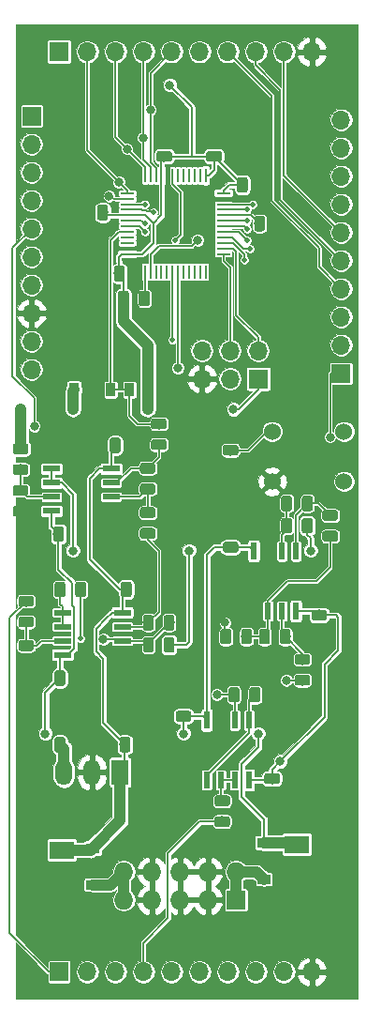
<source format=gbr>
G04 #@! TF.GenerationSoftware,KiCad,Pcbnew,5.0.2+dfsg1-1~bpo9+1*
G04 #@! TF.CreationDate,2019-05-23T15:08:06-07:00*
G04 #@! TF.ProjectId,HW,48572e6b-6963-4616-945f-706362585858,rev?*
G04 #@! TF.SameCoordinates,Original*
G04 #@! TF.FileFunction,Copper,L1,Top*
G04 #@! TF.FilePolarity,Positive*
%FSLAX46Y46*%
G04 Gerber Fmt 4.6, Leading zero omitted, Abs format (unit mm)*
G04 Created by KiCad (PCBNEW 5.0.2+dfsg1-1~bpo9+1) date Thu 23 May 2019 03:08:06 PM PDT*
%MOMM*%
%LPD*%
G01*
G04 APERTURE LIST*
G04 #@! TA.AperFunction,ComponentPad*
%ADD10C,1.524000*%
G04 #@! TD*
G04 #@! TA.AperFunction,ComponentPad*
%ADD11O,1.700000X1.700000*%
G04 #@! TD*
G04 #@! TA.AperFunction,ComponentPad*
%ADD12R,1.700000X1.700000*%
G04 #@! TD*
G04 #@! TA.AperFunction,SMDPad,CuDef*
%ADD13R,1.200000X0.900000*%
G04 #@! TD*
G04 #@! TA.AperFunction,SMDPad,CuDef*
%ADD14R,0.900000X1.200000*%
G04 #@! TD*
G04 #@! TA.AperFunction,Conductor*
%ADD15C,0.100000*%
G04 #@! TD*
G04 #@! TA.AperFunction,SMDPad,CuDef*
%ADD16C,0.975000*%
G04 #@! TD*
G04 #@! TA.AperFunction,ComponentPad*
%ADD17R,1.500000X2.300000*%
G04 #@! TD*
G04 #@! TA.AperFunction,ComponentPad*
%ADD18O,1.500000X2.300000*%
G04 #@! TD*
G04 #@! TA.AperFunction,SMDPad,CuDef*
%ADD19R,0.600000X1.550000*%
G04 #@! TD*
G04 #@! TA.AperFunction,SMDPad,CuDef*
%ADD20R,1.550000X0.600000*%
G04 #@! TD*
G04 #@! TA.AperFunction,SMDPad,CuDef*
%ADD21R,0.250000X1.300000*%
G04 #@! TD*
G04 #@! TA.AperFunction,SMDPad,CuDef*
%ADD22R,1.300000X0.250000*%
G04 #@! TD*
G04 #@! TA.AperFunction,SMDPad,CuDef*
%ADD23R,2.200000X1.600000*%
G04 #@! TD*
G04 #@! TA.AperFunction,ComponentPad*
%ADD24R,1.727200X1.727200*%
G04 #@! TD*
G04 #@! TA.AperFunction,ComponentPad*
%ADD25O,1.727200X1.727200*%
G04 #@! TD*
G04 #@! TA.AperFunction,ViaPad*
%ADD26C,0.800000*%
G04 #@! TD*
G04 #@! TA.AperFunction,ViaPad*
%ADD27C,0.500000*%
G04 #@! TD*
G04 #@! TA.AperFunction,Conductor*
%ADD28C,0.127000*%
G04 #@! TD*
G04 #@! TA.AperFunction,Conductor*
%ADD29C,0.200000*%
G04 #@! TD*
G04 #@! TA.AperFunction,Conductor*
%ADD30C,1.000000*%
G04 #@! TD*
G04 APERTURE END LIST*
D10*
G04 #@! TO.P,SW1,1*
G04 #@! TO.N,/MCU/nRST*
X134260000Y-97750000D03*
G04 #@! TO.P,SW1,2*
X140760000Y-97750000D03*
G04 #@! TO.P,SW1,3*
G04 #@! TO.N,GND*
X134260000Y-102250000D03*
G04 #@! TO.P,SW1,4*
G04 #@! TO.N,N/C*
X140760000Y-102250000D03*
G04 #@! TD*
D11*
G04 #@! TO.P,J1,10*
G04 #@! TO.N,GND*
X137860000Y-146500000D03*
G04 #@! TO.P,J1,9*
G04 #@! TO.N,/D2*
X135320000Y-146500000D03*
G04 #@! TO.P,J1,8*
G04 #@! TO.N,/D1*
X132780000Y-146500000D03*
G04 #@! TO.P,J1,7*
G04 #@! TO.N,/D0*
X130240000Y-146500000D03*
G04 #@! TO.P,J1,6*
G04 #@! TO.N,/AOUT2*
X127700000Y-146500000D03*
G04 #@! TO.P,J1,5*
G04 #@! TO.N,/AOUT1*
X125160000Y-146500000D03*
G04 #@! TO.P,J1,4*
G04 #@! TO.N,/AOUT0*
X122620000Y-146500000D03*
G04 #@! TO.P,J1,3*
G04 #@! TO.N,/AIN2*
X120080000Y-146500000D03*
G04 #@! TO.P,J1,2*
G04 #@! TO.N,/AIN1*
X117540000Y-146500000D03*
D12*
G04 #@! TO.P,J1,1*
G04 #@! TO.N,/AIN0*
X115000000Y-146500000D03*
G04 #@! TD*
G04 #@! TO.P,J4,1*
G04 #@! TO.N,+3V3*
X115000000Y-63500000D03*
D11*
G04 #@! TO.P,J4,2*
G04 #@! TO.N,/POT0*
X117540000Y-63500000D03*
G04 #@! TO.P,J4,3*
G04 #@! TO.N,/POT1*
X120080000Y-63500000D03*
G04 #@! TO.P,J4,4*
G04 #@! TO.N,/POT2*
X122620000Y-63500000D03*
G04 #@! TO.P,J4,5*
G04 #@! TO.N,/POT3*
X125160000Y-63500000D03*
G04 #@! TO.P,J4,6*
G04 #@! TO.N,Net-(J4-Pad6)*
X127700000Y-63500000D03*
G04 #@! TO.P,J4,7*
G04 #@! TO.N,/D3*
X130240000Y-63500000D03*
G04 #@! TO.P,J4,8*
G04 #@! TO.N,/D4*
X132780000Y-63500000D03*
G04 #@! TO.P,J4,9*
G04 #@! TO.N,/D5*
X135320000Y-63500000D03*
G04 #@! TO.P,J4,10*
G04 #@! TO.N,GND*
X137860000Y-63500000D03*
G04 #@! TD*
D12*
G04 #@! TO.P,J2,1*
G04 #@! TO.N,+3V3*
X133000000Y-93000000D03*
D11*
G04 #@! TO.P,J2,2*
G04 #@! TO.N,SWDIO*
X133000000Y-90460000D03*
G04 #@! TO.P,J2,3*
G04 #@! TO.N,/MCU/nRST*
X130460000Y-93000000D03*
G04 #@! TO.P,J2,4*
G04 #@! TO.N,SWCLK*
X130460000Y-90460000D03*
G04 #@! TO.P,J2,5*
G04 #@! TO.N,GND*
X127920000Y-93000000D03*
G04 #@! TO.P,J2,6*
G04 #@! TO.N,Net-(J2-Pad6)*
X127920000Y-90460000D03*
G04 #@! TD*
D13*
G04 #@! TO.P,D2,2*
G04 #@! TO.N,-12V*
X133500000Y-134850000D03*
G04 #@! TO.P,D2,1*
G04 #@! TO.N,Net-(D2-Pad1)*
X133500000Y-138150000D03*
G04 #@! TD*
G04 #@! TO.P,D1,1*
G04 #@! TO.N,+12V*
X118000000Y-135350000D03*
G04 #@! TO.P,D1,2*
G04 #@! TO.N,Net-(D1-Pad2)*
X118000000Y-138650000D03*
G04 #@! TD*
D14*
G04 #@! TO.P,D4,2*
G04 #@! TO.N,GND*
X124650000Y-94000000D03*
G04 #@! TO.P,D4,1*
G04 #@! TO.N,/MCU/Vin*
X121350000Y-94000000D03*
G04 #@! TD*
G04 #@! TO.P,D3,1*
G04 #@! TO.N,+3V3*
X116350000Y-94000000D03*
G04 #@! TO.P,D3,2*
G04 #@! TO.N,/MCU/Vin*
X119650000Y-94000000D03*
G04 #@! TD*
D11*
G04 #@! TO.P,J6,10*
G04 #@! TO.N,/MCU/USART1_RX*
X112500000Y-92160000D03*
G04 #@! TO.P,J6,9*
G04 #@! TO.N,/MCU/USART1_TX*
X112500000Y-89620000D03*
G04 #@! TO.P,J6,8*
G04 #@! TO.N,GND*
X112500000Y-87080000D03*
G04 #@! TO.P,J6,7*
G04 #@! TO.N,/MCU/DAC2*
X112500000Y-84540000D03*
G04 #@! TO.P,J6,6*
G04 #@! TO.N,Net-(J6-Pad6)*
X112500000Y-82000000D03*
G04 #@! TO.P,J6,5*
G04 #@! TO.N,/OUT_Cond/Vin*
X112500000Y-79460000D03*
G04 #@! TO.P,J6,4*
G04 #@! TO.N,/POT0*
X112500000Y-76920000D03*
G04 #@! TO.P,J6,3*
G04 #@! TO.N,/POT1*
X112500000Y-74380000D03*
G04 #@! TO.P,J6,2*
G04 #@! TO.N,/POT2*
X112500000Y-71840000D03*
D12*
G04 #@! TO.P,J6,1*
G04 #@! TO.N,/POT3*
X112500000Y-69300000D03*
G04 #@! TD*
G04 #@! TO.P,J5,1*
G04 #@! TO.N,/D0*
X140500000Y-92500000D03*
D11*
G04 #@! TO.P,J5,2*
G04 #@! TO.N,/D1*
X140500000Y-89960000D03*
G04 #@! TO.P,J5,3*
G04 #@! TO.N,/D2*
X140500000Y-87420000D03*
G04 #@! TO.P,J5,4*
G04 #@! TO.N,/D3*
X140500000Y-84880000D03*
G04 #@! TO.P,J5,5*
G04 #@! TO.N,/D4*
X140500000Y-82340000D03*
G04 #@! TO.P,J5,6*
G04 #@! TO.N,/D5*
X140500000Y-79800000D03*
G04 #@! TO.P,J5,7*
G04 #@! TO.N,Net-(J5-Pad7)*
X140500000Y-77260000D03*
G04 #@! TO.P,J5,8*
G04 #@! TO.N,Net-(J5-Pad8)*
X140500000Y-74720000D03*
G04 #@! TO.P,J5,9*
G04 #@! TO.N,Net-(J5-Pad9)*
X140500000Y-72180000D03*
G04 #@! TO.P,J5,10*
G04 #@! TO.N,Net-(J5-Pad10)*
X140500000Y-69640000D03*
G04 #@! TD*
D15*
G04 #@! TO.N,Net-(R18-Pad2)*
G04 #@! TO.C,R19*
G36*
X131080142Y-120801174D02*
X131103803Y-120804684D01*
X131127007Y-120810496D01*
X131149529Y-120818554D01*
X131171153Y-120828782D01*
X131191670Y-120841079D01*
X131210883Y-120855329D01*
X131228607Y-120871393D01*
X131244671Y-120889117D01*
X131258921Y-120908330D01*
X131271218Y-120928847D01*
X131281446Y-120950471D01*
X131289504Y-120972993D01*
X131295316Y-120996197D01*
X131298826Y-121019858D01*
X131300000Y-121043750D01*
X131300000Y-121956250D01*
X131298826Y-121980142D01*
X131295316Y-122003803D01*
X131289504Y-122027007D01*
X131281446Y-122049529D01*
X131271218Y-122071153D01*
X131258921Y-122091670D01*
X131244671Y-122110883D01*
X131228607Y-122128607D01*
X131210883Y-122144671D01*
X131191670Y-122158921D01*
X131171153Y-122171218D01*
X131149529Y-122181446D01*
X131127007Y-122189504D01*
X131103803Y-122195316D01*
X131080142Y-122198826D01*
X131056250Y-122200000D01*
X130568750Y-122200000D01*
X130544858Y-122198826D01*
X130521197Y-122195316D01*
X130497993Y-122189504D01*
X130475471Y-122181446D01*
X130453847Y-122171218D01*
X130433330Y-122158921D01*
X130414117Y-122144671D01*
X130396393Y-122128607D01*
X130380329Y-122110883D01*
X130366079Y-122091670D01*
X130353782Y-122071153D01*
X130343554Y-122049529D01*
X130335496Y-122027007D01*
X130329684Y-122003803D01*
X130326174Y-121980142D01*
X130325000Y-121956250D01*
X130325000Y-121043750D01*
X130326174Y-121019858D01*
X130329684Y-120996197D01*
X130335496Y-120972993D01*
X130343554Y-120950471D01*
X130353782Y-120928847D01*
X130366079Y-120908330D01*
X130380329Y-120889117D01*
X130396393Y-120871393D01*
X130414117Y-120855329D01*
X130433330Y-120841079D01*
X130453847Y-120828782D01*
X130475471Y-120818554D01*
X130497993Y-120810496D01*
X130521197Y-120804684D01*
X130544858Y-120801174D01*
X130568750Y-120800000D01*
X131056250Y-120800000D01*
X131080142Y-120801174D01*
X131080142Y-120801174D01*
G37*
D16*
G04 #@! TD*
G04 #@! TO.P,R19,2*
G04 #@! TO.N,Net-(R18-Pad2)*
X130812500Y-121500000D03*
D15*
G04 #@! TO.N,Net-(R19-Pad1)*
G04 #@! TO.C,R19*
G36*
X132955142Y-120801174D02*
X132978803Y-120804684D01*
X133002007Y-120810496D01*
X133024529Y-120818554D01*
X133046153Y-120828782D01*
X133066670Y-120841079D01*
X133085883Y-120855329D01*
X133103607Y-120871393D01*
X133119671Y-120889117D01*
X133133921Y-120908330D01*
X133146218Y-120928847D01*
X133156446Y-120950471D01*
X133164504Y-120972993D01*
X133170316Y-120996197D01*
X133173826Y-121019858D01*
X133175000Y-121043750D01*
X133175000Y-121956250D01*
X133173826Y-121980142D01*
X133170316Y-122003803D01*
X133164504Y-122027007D01*
X133156446Y-122049529D01*
X133146218Y-122071153D01*
X133133921Y-122091670D01*
X133119671Y-122110883D01*
X133103607Y-122128607D01*
X133085883Y-122144671D01*
X133066670Y-122158921D01*
X133046153Y-122171218D01*
X133024529Y-122181446D01*
X133002007Y-122189504D01*
X132978803Y-122195316D01*
X132955142Y-122198826D01*
X132931250Y-122200000D01*
X132443750Y-122200000D01*
X132419858Y-122198826D01*
X132396197Y-122195316D01*
X132372993Y-122189504D01*
X132350471Y-122181446D01*
X132328847Y-122171218D01*
X132308330Y-122158921D01*
X132289117Y-122144671D01*
X132271393Y-122128607D01*
X132255329Y-122110883D01*
X132241079Y-122091670D01*
X132228782Y-122071153D01*
X132218554Y-122049529D01*
X132210496Y-122027007D01*
X132204684Y-122003803D01*
X132201174Y-121980142D01*
X132200000Y-121956250D01*
X132200000Y-121043750D01*
X132201174Y-121019858D01*
X132204684Y-120996197D01*
X132210496Y-120972993D01*
X132218554Y-120950471D01*
X132228782Y-120928847D01*
X132241079Y-120908330D01*
X132255329Y-120889117D01*
X132271393Y-120871393D01*
X132289117Y-120855329D01*
X132308330Y-120841079D01*
X132328847Y-120828782D01*
X132350471Y-120818554D01*
X132372993Y-120810496D01*
X132396197Y-120804684D01*
X132419858Y-120801174D01*
X132443750Y-120800000D01*
X132931250Y-120800000D01*
X132955142Y-120801174D01*
X132955142Y-120801174D01*
G37*
D16*
G04 #@! TD*
G04 #@! TO.P,R19,1*
G04 #@! TO.N,Net-(R19-Pad1)*
X132687500Y-121500000D03*
D15*
G04 #@! TO.N,Net-(R16-Pad2)*
G04 #@! TO.C,R18*
G36*
X137480142Y-117826174D02*
X137503803Y-117829684D01*
X137527007Y-117835496D01*
X137549529Y-117843554D01*
X137571153Y-117853782D01*
X137591670Y-117866079D01*
X137610883Y-117880329D01*
X137628607Y-117896393D01*
X137644671Y-117914117D01*
X137658921Y-117933330D01*
X137671218Y-117953847D01*
X137681446Y-117975471D01*
X137689504Y-117997993D01*
X137695316Y-118021197D01*
X137698826Y-118044858D01*
X137700000Y-118068750D01*
X137700000Y-118556250D01*
X137698826Y-118580142D01*
X137695316Y-118603803D01*
X137689504Y-118627007D01*
X137681446Y-118649529D01*
X137671218Y-118671153D01*
X137658921Y-118691670D01*
X137644671Y-118710883D01*
X137628607Y-118728607D01*
X137610883Y-118744671D01*
X137591670Y-118758921D01*
X137571153Y-118771218D01*
X137549529Y-118781446D01*
X137527007Y-118789504D01*
X137503803Y-118795316D01*
X137480142Y-118798826D01*
X137456250Y-118800000D01*
X136543750Y-118800000D01*
X136519858Y-118798826D01*
X136496197Y-118795316D01*
X136472993Y-118789504D01*
X136450471Y-118781446D01*
X136428847Y-118771218D01*
X136408330Y-118758921D01*
X136389117Y-118744671D01*
X136371393Y-118728607D01*
X136355329Y-118710883D01*
X136341079Y-118691670D01*
X136328782Y-118671153D01*
X136318554Y-118649529D01*
X136310496Y-118627007D01*
X136304684Y-118603803D01*
X136301174Y-118580142D01*
X136300000Y-118556250D01*
X136300000Y-118068750D01*
X136301174Y-118044858D01*
X136304684Y-118021197D01*
X136310496Y-117997993D01*
X136318554Y-117975471D01*
X136328782Y-117953847D01*
X136341079Y-117933330D01*
X136355329Y-117914117D01*
X136371393Y-117896393D01*
X136389117Y-117880329D01*
X136408330Y-117866079D01*
X136428847Y-117853782D01*
X136450471Y-117843554D01*
X136472993Y-117835496D01*
X136496197Y-117829684D01*
X136519858Y-117826174D01*
X136543750Y-117825000D01*
X137456250Y-117825000D01*
X137480142Y-117826174D01*
X137480142Y-117826174D01*
G37*
D16*
G04 #@! TD*
G04 #@! TO.P,R18,1*
G04 #@! TO.N,Net-(R16-Pad2)*
X137000000Y-118312500D03*
D15*
G04 #@! TO.N,Net-(R18-Pad2)*
G04 #@! TO.C,R18*
G36*
X137480142Y-119701174D02*
X137503803Y-119704684D01*
X137527007Y-119710496D01*
X137549529Y-119718554D01*
X137571153Y-119728782D01*
X137591670Y-119741079D01*
X137610883Y-119755329D01*
X137628607Y-119771393D01*
X137644671Y-119789117D01*
X137658921Y-119808330D01*
X137671218Y-119828847D01*
X137681446Y-119850471D01*
X137689504Y-119872993D01*
X137695316Y-119896197D01*
X137698826Y-119919858D01*
X137700000Y-119943750D01*
X137700000Y-120431250D01*
X137698826Y-120455142D01*
X137695316Y-120478803D01*
X137689504Y-120502007D01*
X137681446Y-120524529D01*
X137671218Y-120546153D01*
X137658921Y-120566670D01*
X137644671Y-120585883D01*
X137628607Y-120603607D01*
X137610883Y-120619671D01*
X137591670Y-120633921D01*
X137571153Y-120646218D01*
X137549529Y-120656446D01*
X137527007Y-120664504D01*
X137503803Y-120670316D01*
X137480142Y-120673826D01*
X137456250Y-120675000D01*
X136543750Y-120675000D01*
X136519858Y-120673826D01*
X136496197Y-120670316D01*
X136472993Y-120664504D01*
X136450471Y-120656446D01*
X136428847Y-120646218D01*
X136408330Y-120633921D01*
X136389117Y-120619671D01*
X136371393Y-120603607D01*
X136355329Y-120585883D01*
X136341079Y-120566670D01*
X136328782Y-120546153D01*
X136318554Y-120524529D01*
X136310496Y-120502007D01*
X136304684Y-120478803D01*
X136301174Y-120455142D01*
X136300000Y-120431250D01*
X136300000Y-119943750D01*
X136301174Y-119919858D01*
X136304684Y-119896197D01*
X136310496Y-119872993D01*
X136318554Y-119850471D01*
X136328782Y-119828847D01*
X136341079Y-119808330D01*
X136355329Y-119789117D01*
X136371393Y-119771393D01*
X136389117Y-119755329D01*
X136408330Y-119741079D01*
X136428847Y-119728782D01*
X136450471Y-119718554D01*
X136472993Y-119710496D01*
X136496197Y-119704684D01*
X136519858Y-119701174D01*
X136543750Y-119700000D01*
X137456250Y-119700000D01*
X137480142Y-119701174D01*
X137480142Y-119701174D01*
G37*
D16*
G04 #@! TD*
G04 #@! TO.P,R18,2*
G04 #@! TO.N,Net-(R18-Pad2)*
X137000000Y-120187500D03*
D15*
G04 #@! TO.N,Net-(R13-Pad1)*
G04 #@! TO.C,R13*
G36*
X139980142Y-104826174D02*
X140003803Y-104829684D01*
X140027007Y-104835496D01*
X140049529Y-104843554D01*
X140071153Y-104853782D01*
X140091670Y-104866079D01*
X140110883Y-104880329D01*
X140128607Y-104896393D01*
X140144671Y-104914117D01*
X140158921Y-104933330D01*
X140171218Y-104953847D01*
X140181446Y-104975471D01*
X140189504Y-104997993D01*
X140195316Y-105021197D01*
X140198826Y-105044858D01*
X140200000Y-105068750D01*
X140200000Y-105556250D01*
X140198826Y-105580142D01*
X140195316Y-105603803D01*
X140189504Y-105627007D01*
X140181446Y-105649529D01*
X140171218Y-105671153D01*
X140158921Y-105691670D01*
X140144671Y-105710883D01*
X140128607Y-105728607D01*
X140110883Y-105744671D01*
X140091670Y-105758921D01*
X140071153Y-105771218D01*
X140049529Y-105781446D01*
X140027007Y-105789504D01*
X140003803Y-105795316D01*
X139980142Y-105798826D01*
X139956250Y-105800000D01*
X139043750Y-105800000D01*
X139019858Y-105798826D01*
X138996197Y-105795316D01*
X138972993Y-105789504D01*
X138950471Y-105781446D01*
X138928847Y-105771218D01*
X138908330Y-105758921D01*
X138889117Y-105744671D01*
X138871393Y-105728607D01*
X138855329Y-105710883D01*
X138841079Y-105691670D01*
X138828782Y-105671153D01*
X138818554Y-105649529D01*
X138810496Y-105627007D01*
X138804684Y-105603803D01*
X138801174Y-105580142D01*
X138800000Y-105556250D01*
X138800000Y-105068750D01*
X138801174Y-105044858D01*
X138804684Y-105021197D01*
X138810496Y-104997993D01*
X138818554Y-104975471D01*
X138828782Y-104953847D01*
X138841079Y-104933330D01*
X138855329Y-104914117D01*
X138871393Y-104896393D01*
X138889117Y-104880329D01*
X138908330Y-104866079D01*
X138928847Y-104853782D01*
X138950471Y-104843554D01*
X138972993Y-104835496D01*
X138996197Y-104829684D01*
X139019858Y-104826174D01*
X139043750Y-104825000D01*
X139956250Y-104825000D01*
X139980142Y-104826174D01*
X139980142Y-104826174D01*
G37*
D16*
G04 #@! TD*
G04 #@! TO.P,R13,1*
G04 #@! TO.N,Net-(R13-Pad1)*
X139500000Y-105312500D03*
D15*
G04 #@! TO.N,Net-(R13-Pad2)*
G04 #@! TO.C,R13*
G36*
X139980142Y-106701174D02*
X140003803Y-106704684D01*
X140027007Y-106710496D01*
X140049529Y-106718554D01*
X140071153Y-106728782D01*
X140091670Y-106741079D01*
X140110883Y-106755329D01*
X140128607Y-106771393D01*
X140144671Y-106789117D01*
X140158921Y-106808330D01*
X140171218Y-106828847D01*
X140181446Y-106850471D01*
X140189504Y-106872993D01*
X140195316Y-106896197D01*
X140198826Y-106919858D01*
X140200000Y-106943750D01*
X140200000Y-107431250D01*
X140198826Y-107455142D01*
X140195316Y-107478803D01*
X140189504Y-107502007D01*
X140181446Y-107524529D01*
X140171218Y-107546153D01*
X140158921Y-107566670D01*
X140144671Y-107585883D01*
X140128607Y-107603607D01*
X140110883Y-107619671D01*
X140091670Y-107633921D01*
X140071153Y-107646218D01*
X140049529Y-107656446D01*
X140027007Y-107664504D01*
X140003803Y-107670316D01*
X139980142Y-107673826D01*
X139956250Y-107675000D01*
X139043750Y-107675000D01*
X139019858Y-107673826D01*
X138996197Y-107670316D01*
X138972993Y-107664504D01*
X138950471Y-107656446D01*
X138928847Y-107646218D01*
X138908330Y-107633921D01*
X138889117Y-107619671D01*
X138871393Y-107603607D01*
X138855329Y-107585883D01*
X138841079Y-107566670D01*
X138828782Y-107546153D01*
X138818554Y-107524529D01*
X138810496Y-107502007D01*
X138804684Y-107478803D01*
X138801174Y-107455142D01*
X138800000Y-107431250D01*
X138800000Y-106943750D01*
X138801174Y-106919858D01*
X138804684Y-106896197D01*
X138810496Y-106872993D01*
X138818554Y-106850471D01*
X138828782Y-106828847D01*
X138841079Y-106808330D01*
X138855329Y-106789117D01*
X138871393Y-106771393D01*
X138889117Y-106755329D01*
X138908330Y-106741079D01*
X138928847Y-106728782D01*
X138950471Y-106718554D01*
X138972993Y-106710496D01*
X138996197Y-106704684D01*
X139019858Y-106701174D01*
X139043750Y-106700000D01*
X139956250Y-106700000D01*
X139980142Y-106701174D01*
X139980142Y-106701174D01*
G37*
D16*
G04 #@! TD*
G04 #@! TO.P,R13,2*
G04 #@! TO.N,Net-(R13-Pad2)*
X139500000Y-107187500D03*
D15*
G04 #@! TO.N,Net-(R11-Pad1)*
G04 #@! TO.C,R12*
G36*
X124480142Y-98451174D02*
X124503803Y-98454684D01*
X124527007Y-98460496D01*
X124549529Y-98468554D01*
X124571153Y-98478782D01*
X124591670Y-98491079D01*
X124610883Y-98505329D01*
X124628607Y-98521393D01*
X124644671Y-98539117D01*
X124658921Y-98558330D01*
X124671218Y-98578847D01*
X124681446Y-98600471D01*
X124689504Y-98622993D01*
X124695316Y-98646197D01*
X124698826Y-98669858D01*
X124700000Y-98693750D01*
X124700000Y-99181250D01*
X124698826Y-99205142D01*
X124695316Y-99228803D01*
X124689504Y-99252007D01*
X124681446Y-99274529D01*
X124671218Y-99296153D01*
X124658921Y-99316670D01*
X124644671Y-99335883D01*
X124628607Y-99353607D01*
X124610883Y-99369671D01*
X124591670Y-99383921D01*
X124571153Y-99396218D01*
X124549529Y-99406446D01*
X124527007Y-99414504D01*
X124503803Y-99420316D01*
X124480142Y-99423826D01*
X124456250Y-99425000D01*
X123543750Y-99425000D01*
X123519858Y-99423826D01*
X123496197Y-99420316D01*
X123472993Y-99414504D01*
X123450471Y-99406446D01*
X123428847Y-99396218D01*
X123408330Y-99383921D01*
X123389117Y-99369671D01*
X123371393Y-99353607D01*
X123355329Y-99335883D01*
X123341079Y-99316670D01*
X123328782Y-99296153D01*
X123318554Y-99274529D01*
X123310496Y-99252007D01*
X123304684Y-99228803D01*
X123301174Y-99205142D01*
X123300000Y-99181250D01*
X123300000Y-98693750D01*
X123301174Y-98669858D01*
X123304684Y-98646197D01*
X123310496Y-98622993D01*
X123318554Y-98600471D01*
X123328782Y-98578847D01*
X123341079Y-98558330D01*
X123355329Y-98539117D01*
X123371393Y-98521393D01*
X123389117Y-98505329D01*
X123408330Y-98491079D01*
X123428847Y-98478782D01*
X123450471Y-98468554D01*
X123472993Y-98460496D01*
X123496197Y-98454684D01*
X123519858Y-98451174D01*
X123543750Y-98450000D01*
X124456250Y-98450000D01*
X124480142Y-98451174D01*
X124480142Y-98451174D01*
G37*
D16*
G04 #@! TD*
G04 #@! TO.P,R12,2*
G04 #@! TO.N,Net-(R11-Pad1)*
X124000000Y-98937500D03*
D15*
G04 #@! TO.N,/MCU/Vin*
G04 #@! TO.C,R12*
G36*
X124480142Y-96576174D02*
X124503803Y-96579684D01*
X124527007Y-96585496D01*
X124549529Y-96593554D01*
X124571153Y-96603782D01*
X124591670Y-96616079D01*
X124610883Y-96630329D01*
X124628607Y-96646393D01*
X124644671Y-96664117D01*
X124658921Y-96683330D01*
X124671218Y-96703847D01*
X124681446Y-96725471D01*
X124689504Y-96747993D01*
X124695316Y-96771197D01*
X124698826Y-96794858D01*
X124700000Y-96818750D01*
X124700000Y-97306250D01*
X124698826Y-97330142D01*
X124695316Y-97353803D01*
X124689504Y-97377007D01*
X124681446Y-97399529D01*
X124671218Y-97421153D01*
X124658921Y-97441670D01*
X124644671Y-97460883D01*
X124628607Y-97478607D01*
X124610883Y-97494671D01*
X124591670Y-97508921D01*
X124571153Y-97521218D01*
X124549529Y-97531446D01*
X124527007Y-97539504D01*
X124503803Y-97545316D01*
X124480142Y-97548826D01*
X124456250Y-97550000D01*
X123543750Y-97550000D01*
X123519858Y-97548826D01*
X123496197Y-97545316D01*
X123472993Y-97539504D01*
X123450471Y-97531446D01*
X123428847Y-97521218D01*
X123408330Y-97508921D01*
X123389117Y-97494671D01*
X123371393Y-97478607D01*
X123355329Y-97460883D01*
X123341079Y-97441670D01*
X123328782Y-97421153D01*
X123318554Y-97399529D01*
X123310496Y-97377007D01*
X123304684Y-97353803D01*
X123301174Y-97330142D01*
X123300000Y-97306250D01*
X123300000Y-96818750D01*
X123301174Y-96794858D01*
X123304684Y-96771197D01*
X123310496Y-96747993D01*
X123318554Y-96725471D01*
X123328782Y-96703847D01*
X123341079Y-96683330D01*
X123355329Y-96664117D01*
X123371393Y-96646393D01*
X123389117Y-96630329D01*
X123408330Y-96616079D01*
X123428847Y-96603782D01*
X123450471Y-96593554D01*
X123472993Y-96585496D01*
X123496197Y-96579684D01*
X123519858Y-96576174D01*
X123543750Y-96575000D01*
X124456250Y-96575000D01*
X124480142Y-96576174D01*
X124480142Y-96576174D01*
G37*
D16*
G04 #@! TD*
G04 #@! TO.P,R12,1*
G04 #@! TO.N,/MCU/Vin*
X124000000Y-97062500D03*
D15*
G04 #@! TO.N,+3V3*
G04 #@! TO.C,R3*
G36*
X111980142Y-98826174D02*
X112003803Y-98829684D01*
X112027007Y-98835496D01*
X112049529Y-98843554D01*
X112071153Y-98853782D01*
X112091670Y-98866079D01*
X112110883Y-98880329D01*
X112128607Y-98896393D01*
X112144671Y-98914117D01*
X112158921Y-98933330D01*
X112171218Y-98953847D01*
X112181446Y-98975471D01*
X112189504Y-98997993D01*
X112195316Y-99021197D01*
X112198826Y-99044858D01*
X112200000Y-99068750D01*
X112200000Y-99556250D01*
X112198826Y-99580142D01*
X112195316Y-99603803D01*
X112189504Y-99627007D01*
X112181446Y-99649529D01*
X112171218Y-99671153D01*
X112158921Y-99691670D01*
X112144671Y-99710883D01*
X112128607Y-99728607D01*
X112110883Y-99744671D01*
X112091670Y-99758921D01*
X112071153Y-99771218D01*
X112049529Y-99781446D01*
X112027007Y-99789504D01*
X112003803Y-99795316D01*
X111980142Y-99798826D01*
X111956250Y-99800000D01*
X111043750Y-99800000D01*
X111019858Y-99798826D01*
X110996197Y-99795316D01*
X110972993Y-99789504D01*
X110950471Y-99781446D01*
X110928847Y-99771218D01*
X110908330Y-99758921D01*
X110889117Y-99744671D01*
X110871393Y-99728607D01*
X110855329Y-99710883D01*
X110841079Y-99691670D01*
X110828782Y-99671153D01*
X110818554Y-99649529D01*
X110810496Y-99627007D01*
X110804684Y-99603803D01*
X110801174Y-99580142D01*
X110800000Y-99556250D01*
X110800000Y-99068750D01*
X110801174Y-99044858D01*
X110804684Y-99021197D01*
X110810496Y-98997993D01*
X110818554Y-98975471D01*
X110828782Y-98953847D01*
X110841079Y-98933330D01*
X110855329Y-98914117D01*
X110871393Y-98896393D01*
X110889117Y-98880329D01*
X110908330Y-98866079D01*
X110928847Y-98853782D01*
X110950471Y-98843554D01*
X110972993Y-98835496D01*
X110996197Y-98829684D01*
X111019858Y-98826174D01*
X111043750Y-98825000D01*
X111956250Y-98825000D01*
X111980142Y-98826174D01*
X111980142Y-98826174D01*
G37*
D16*
G04 #@! TD*
G04 #@! TO.P,R3,1*
G04 #@! TO.N,+3V3*
X111500000Y-99312500D03*
D15*
G04 #@! TO.N,Net-(R3-Pad2)*
G04 #@! TO.C,R3*
G36*
X111980142Y-100701174D02*
X112003803Y-100704684D01*
X112027007Y-100710496D01*
X112049529Y-100718554D01*
X112071153Y-100728782D01*
X112091670Y-100741079D01*
X112110883Y-100755329D01*
X112128607Y-100771393D01*
X112144671Y-100789117D01*
X112158921Y-100808330D01*
X112171218Y-100828847D01*
X112181446Y-100850471D01*
X112189504Y-100872993D01*
X112195316Y-100896197D01*
X112198826Y-100919858D01*
X112200000Y-100943750D01*
X112200000Y-101431250D01*
X112198826Y-101455142D01*
X112195316Y-101478803D01*
X112189504Y-101502007D01*
X112181446Y-101524529D01*
X112171218Y-101546153D01*
X112158921Y-101566670D01*
X112144671Y-101585883D01*
X112128607Y-101603607D01*
X112110883Y-101619671D01*
X112091670Y-101633921D01*
X112071153Y-101646218D01*
X112049529Y-101656446D01*
X112027007Y-101664504D01*
X112003803Y-101670316D01*
X111980142Y-101673826D01*
X111956250Y-101675000D01*
X111043750Y-101675000D01*
X111019858Y-101673826D01*
X110996197Y-101670316D01*
X110972993Y-101664504D01*
X110950471Y-101656446D01*
X110928847Y-101646218D01*
X110908330Y-101633921D01*
X110889117Y-101619671D01*
X110871393Y-101603607D01*
X110855329Y-101585883D01*
X110841079Y-101566670D01*
X110828782Y-101546153D01*
X110818554Y-101524529D01*
X110810496Y-101502007D01*
X110804684Y-101478803D01*
X110801174Y-101455142D01*
X110800000Y-101431250D01*
X110800000Y-100943750D01*
X110801174Y-100919858D01*
X110804684Y-100896197D01*
X110810496Y-100872993D01*
X110818554Y-100850471D01*
X110828782Y-100828847D01*
X110841079Y-100808330D01*
X110855329Y-100789117D01*
X110871393Y-100771393D01*
X110889117Y-100755329D01*
X110908330Y-100741079D01*
X110928847Y-100728782D01*
X110950471Y-100718554D01*
X110972993Y-100710496D01*
X110996197Y-100704684D01*
X111019858Y-100701174D01*
X111043750Y-100700000D01*
X111956250Y-100700000D01*
X111980142Y-100701174D01*
X111980142Y-100701174D01*
G37*
D16*
G04 #@! TD*
G04 #@! TO.P,R3,2*
G04 #@! TO.N,Net-(R3-Pad2)*
X111500000Y-101187500D03*
D15*
G04 #@! TO.N,GND*
G04 #@! TO.C,R4*
G36*
X111980142Y-104451174D02*
X112003803Y-104454684D01*
X112027007Y-104460496D01*
X112049529Y-104468554D01*
X112071153Y-104478782D01*
X112091670Y-104491079D01*
X112110883Y-104505329D01*
X112128607Y-104521393D01*
X112144671Y-104539117D01*
X112158921Y-104558330D01*
X112171218Y-104578847D01*
X112181446Y-104600471D01*
X112189504Y-104622993D01*
X112195316Y-104646197D01*
X112198826Y-104669858D01*
X112200000Y-104693750D01*
X112200000Y-105181250D01*
X112198826Y-105205142D01*
X112195316Y-105228803D01*
X112189504Y-105252007D01*
X112181446Y-105274529D01*
X112171218Y-105296153D01*
X112158921Y-105316670D01*
X112144671Y-105335883D01*
X112128607Y-105353607D01*
X112110883Y-105369671D01*
X112091670Y-105383921D01*
X112071153Y-105396218D01*
X112049529Y-105406446D01*
X112027007Y-105414504D01*
X112003803Y-105420316D01*
X111980142Y-105423826D01*
X111956250Y-105425000D01*
X111043750Y-105425000D01*
X111019858Y-105423826D01*
X110996197Y-105420316D01*
X110972993Y-105414504D01*
X110950471Y-105406446D01*
X110928847Y-105396218D01*
X110908330Y-105383921D01*
X110889117Y-105369671D01*
X110871393Y-105353607D01*
X110855329Y-105335883D01*
X110841079Y-105316670D01*
X110828782Y-105296153D01*
X110818554Y-105274529D01*
X110810496Y-105252007D01*
X110804684Y-105228803D01*
X110801174Y-105205142D01*
X110800000Y-105181250D01*
X110800000Y-104693750D01*
X110801174Y-104669858D01*
X110804684Y-104646197D01*
X110810496Y-104622993D01*
X110818554Y-104600471D01*
X110828782Y-104578847D01*
X110841079Y-104558330D01*
X110855329Y-104539117D01*
X110871393Y-104521393D01*
X110889117Y-104505329D01*
X110908330Y-104491079D01*
X110928847Y-104478782D01*
X110950471Y-104468554D01*
X110972993Y-104460496D01*
X110996197Y-104454684D01*
X111019858Y-104451174D01*
X111043750Y-104450000D01*
X111956250Y-104450000D01*
X111980142Y-104451174D01*
X111980142Y-104451174D01*
G37*
D16*
G04 #@! TD*
G04 #@! TO.P,R4,2*
G04 #@! TO.N,GND*
X111500000Y-104937500D03*
D15*
G04 #@! TO.N,Net-(R3-Pad2)*
G04 #@! TO.C,R4*
G36*
X111980142Y-102576174D02*
X112003803Y-102579684D01*
X112027007Y-102585496D01*
X112049529Y-102593554D01*
X112071153Y-102603782D01*
X112091670Y-102616079D01*
X112110883Y-102630329D01*
X112128607Y-102646393D01*
X112144671Y-102664117D01*
X112158921Y-102683330D01*
X112171218Y-102703847D01*
X112181446Y-102725471D01*
X112189504Y-102747993D01*
X112195316Y-102771197D01*
X112198826Y-102794858D01*
X112200000Y-102818750D01*
X112200000Y-103306250D01*
X112198826Y-103330142D01*
X112195316Y-103353803D01*
X112189504Y-103377007D01*
X112181446Y-103399529D01*
X112171218Y-103421153D01*
X112158921Y-103441670D01*
X112144671Y-103460883D01*
X112128607Y-103478607D01*
X112110883Y-103494671D01*
X112091670Y-103508921D01*
X112071153Y-103521218D01*
X112049529Y-103531446D01*
X112027007Y-103539504D01*
X112003803Y-103545316D01*
X111980142Y-103548826D01*
X111956250Y-103550000D01*
X111043750Y-103550000D01*
X111019858Y-103548826D01*
X110996197Y-103545316D01*
X110972993Y-103539504D01*
X110950471Y-103531446D01*
X110928847Y-103521218D01*
X110908330Y-103508921D01*
X110889117Y-103494671D01*
X110871393Y-103478607D01*
X110855329Y-103460883D01*
X110841079Y-103441670D01*
X110828782Y-103421153D01*
X110818554Y-103399529D01*
X110810496Y-103377007D01*
X110804684Y-103353803D01*
X110801174Y-103330142D01*
X110800000Y-103306250D01*
X110800000Y-102818750D01*
X110801174Y-102794858D01*
X110804684Y-102771197D01*
X110810496Y-102747993D01*
X110818554Y-102725471D01*
X110828782Y-102703847D01*
X110841079Y-102683330D01*
X110855329Y-102664117D01*
X110871393Y-102646393D01*
X110889117Y-102630329D01*
X110908330Y-102616079D01*
X110928847Y-102603782D01*
X110950471Y-102593554D01*
X110972993Y-102585496D01*
X110996197Y-102579684D01*
X111019858Y-102576174D01*
X111043750Y-102575000D01*
X111956250Y-102575000D01*
X111980142Y-102576174D01*
X111980142Y-102576174D01*
G37*
D16*
G04 #@! TD*
G04 #@! TO.P,R4,1*
G04 #@! TO.N,Net-(R3-Pad2)*
X111500000Y-103062500D03*
D15*
G04 #@! TO.N,Net-(R10-Pad1)*
G04 #@! TO.C,R10*
G36*
X123480142Y-104576174D02*
X123503803Y-104579684D01*
X123527007Y-104585496D01*
X123549529Y-104593554D01*
X123571153Y-104603782D01*
X123591670Y-104616079D01*
X123610883Y-104630329D01*
X123628607Y-104646393D01*
X123644671Y-104664117D01*
X123658921Y-104683330D01*
X123671218Y-104703847D01*
X123681446Y-104725471D01*
X123689504Y-104747993D01*
X123695316Y-104771197D01*
X123698826Y-104794858D01*
X123700000Y-104818750D01*
X123700000Y-105306250D01*
X123698826Y-105330142D01*
X123695316Y-105353803D01*
X123689504Y-105377007D01*
X123681446Y-105399529D01*
X123671218Y-105421153D01*
X123658921Y-105441670D01*
X123644671Y-105460883D01*
X123628607Y-105478607D01*
X123610883Y-105494671D01*
X123591670Y-105508921D01*
X123571153Y-105521218D01*
X123549529Y-105531446D01*
X123527007Y-105539504D01*
X123503803Y-105545316D01*
X123480142Y-105548826D01*
X123456250Y-105550000D01*
X122543750Y-105550000D01*
X122519858Y-105548826D01*
X122496197Y-105545316D01*
X122472993Y-105539504D01*
X122450471Y-105531446D01*
X122428847Y-105521218D01*
X122408330Y-105508921D01*
X122389117Y-105494671D01*
X122371393Y-105478607D01*
X122355329Y-105460883D01*
X122341079Y-105441670D01*
X122328782Y-105421153D01*
X122318554Y-105399529D01*
X122310496Y-105377007D01*
X122304684Y-105353803D01*
X122301174Y-105330142D01*
X122300000Y-105306250D01*
X122300000Y-104818750D01*
X122301174Y-104794858D01*
X122304684Y-104771197D01*
X122310496Y-104747993D01*
X122318554Y-104725471D01*
X122328782Y-104703847D01*
X122341079Y-104683330D01*
X122355329Y-104664117D01*
X122371393Y-104646393D01*
X122389117Y-104630329D01*
X122408330Y-104616079D01*
X122428847Y-104603782D01*
X122450471Y-104593554D01*
X122472993Y-104585496D01*
X122496197Y-104579684D01*
X122519858Y-104576174D01*
X122543750Y-104575000D01*
X123456250Y-104575000D01*
X123480142Y-104576174D01*
X123480142Y-104576174D01*
G37*
D16*
G04 #@! TD*
G04 #@! TO.P,R10,1*
G04 #@! TO.N,Net-(R10-Pad1)*
X123000000Y-105062500D03*
D15*
G04 #@! TO.N,Net-(R10-Pad2)*
G04 #@! TO.C,R10*
G36*
X123480142Y-106451174D02*
X123503803Y-106454684D01*
X123527007Y-106460496D01*
X123549529Y-106468554D01*
X123571153Y-106478782D01*
X123591670Y-106491079D01*
X123610883Y-106505329D01*
X123628607Y-106521393D01*
X123644671Y-106539117D01*
X123658921Y-106558330D01*
X123671218Y-106578847D01*
X123681446Y-106600471D01*
X123689504Y-106622993D01*
X123695316Y-106646197D01*
X123698826Y-106669858D01*
X123700000Y-106693750D01*
X123700000Y-107181250D01*
X123698826Y-107205142D01*
X123695316Y-107228803D01*
X123689504Y-107252007D01*
X123681446Y-107274529D01*
X123671218Y-107296153D01*
X123658921Y-107316670D01*
X123644671Y-107335883D01*
X123628607Y-107353607D01*
X123610883Y-107369671D01*
X123591670Y-107383921D01*
X123571153Y-107396218D01*
X123549529Y-107406446D01*
X123527007Y-107414504D01*
X123503803Y-107420316D01*
X123480142Y-107423826D01*
X123456250Y-107425000D01*
X122543750Y-107425000D01*
X122519858Y-107423826D01*
X122496197Y-107420316D01*
X122472993Y-107414504D01*
X122450471Y-107406446D01*
X122428847Y-107396218D01*
X122408330Y-107383921D01*
X122389117Y-107369671D01*
X122371393Y-107353607D01*
X122355329Y-107335883D01*
X122341079Y-107316670D01*
X122328782Y-107296153D01*
X122318554Y-107274529D01*
X122310496Y-107252007D01*
X122304684Y-107228803D01*
X122301174Y-107205142D01*
X122300000Y-107181250D01*
X122300000Y-106693750D01*
X122301174Y-106669858D01*
X122304684Y-106646197D01*
X122310496Y-106622993D01*
X122318554Y-106600471D01*
X122328782Y-106578847D01*
X122341079Y-106558330D01*
X122355329Y-106539117D01*
X122371393Y-106521393D01*
X122389117Y-106505329D01*
X122408330Y-106491079D01*
X122428847Y-106478782D01*
X122450471Y-106468554D01*
X122472993Y-106460496D01*
X122496197Y-106454684D01*
X122519858Y-106451174D01*
X122543750Y-106450000D01*
X123456250Y-106450000D01*
X123480142Y-106451174D01*
X123480142Y-106451174D01*
G37*
D16*
G04 #@! TD*
G04 #@! TO.P,R10,2*
G04 #@! TO.N,Net-(R10-Pad2)*
X123000000Y-106937500D03*
D15*
G04 #@! TO.N,+3V3*
G04 #@! TO.C,R2*
G36*
X121080142Y-85051174D02*
X121103803Y-85054684D01*
X121127007Y-85060496D01*
X121149529Y-85068554D01*
X121171153Y-85078782D01*
X121191670Y-85091079D01*
X121210883Y-85105329D01*
X121228607Y-85121393D01*
X121244671Y-85139117D01*
X121258921Y-85158330D01*
X121271218Y-85178847D01*
X121281446Y-85200471D01*
X121289504Y-85222993D01*
X121295316Y-85246197D01*
X121298826Y-85269858D01*
X121300000Y-85293750D01*
X121300000Y-86206250D01*
X121298826Y-86230142D01*
X121295316Y-86253803D01*
X121289504Y-86277007D01*
X121281446Y-86299529D01*
X121271218Y-86321153D01*
X121258921Y-86341670D01*
X121244671Y-86360883D01*
X121228607Y-86378607D01*
X121210883Y-86394671D01*
X121191670Y-86408921D01*
X121171153Y-86421218D01*
X121149529Y-86431446D01*
X121127007Y-86439504D01*
X121103803Y-86445316D01*
X121080142Y-86448826D01*
X121056250Y-86450000D01*
X120568750Y-86450000D01*
X120544858Y-86448826D01*
X120521197Y-86445316D01*
X120497993Y-86439504D01*
X120475471Y-86431446D01*
X120453847Y-86421218D01*
X120433330Y-86408921D01*
X120414117Y-86394671D01*
X120396393Y-86378607D01*
X120380329Y-86360883D01*
X120366079Y-86341670D01*
X120353782Y-86321153D01*
X120343554Y-86299529D01*
X120335496Y-86277007D01*
X120329684Y-86253803D01*
X120326174Y-86230142D01*
X120325000Y-86206250D01*
X120325000Y-85293750D01*
X120326174Y-85269858D01*
X120329684Y-85246197D01*
X120335496Y-85222993D01*
X120343554Y-85200471D01*
X120353782Y-85178847D01*
X120366079Y-85158330D01*
X120380329Y-85139117D01*
X120396393Y-85121393D01*
X120414117Y-85105329D01*
X120433330Y-85091079D01*
X120453847Y-85078782D01*
X120475471Y-85068554D01*
X120497993Y-85060496D01*
X120521197Y-85054684D01*
X120544858Y-85051174D01*
X120568750Y-85050000D01*
X121056250Y-85050000D01*
X121080142Y-85051174D01*
X121080142Y-85051174D01*
G37*
D16*
G04 #@! TD*
G04 #@! TO.P,R2,2*
G04 #@! TO.N,+3V3*
X120812500Y-85750000D03*
D15*
G04 #@! TO.N,Net-(R2-Pad1)*
G04 #@! TO.C,R2*
G36*
X122955142Y-85051174D02*
X122978803Y-85054684D01*
X123002007Y-85060496D01*
X123024529Y-85068554D01*
X123046153Y-85078782D01*
X123066670Y-85091079D01*
X123085883Y-85105329D01*
X123103607Y-85121393D01*
X123119671Y-85139117D01*
X123133921Y-85158330D01*
X123146218Y-85178847D01*
X123156446Y-85200471D01*
X123164504Y-85222993D01*
X123170316Y-85246197D01*
X123173826Y-85269858D01*
X123175000Y-85293750D01*
X123175000Y-86206250D01*
X123173826Y-86230142D01*
X123170316Y-86253803D01*
X123164504Y-86277007D01*
X123156446Y-86299529D01*
X123146218Y-86321153D01*
X123133921Y-86341670D01*
X123119671Y-86360883D01*
X123103607Y-86378607D01*
X123085883Y-86394671D01*
X123066670Y-86408921D01*
X123046153Y-86421218D01*
X123024529Y-86431446D01*
X123002007Y-86439504D01*
X122978803Y-86445316D01*
X122955142Y-86448826D01*
X122931250Y-86450000D01*
X122443750Y-86450000D01*
X122419858Y-86448826D01*
X122396197Y-86445316D01*
X122372993Y-86439504D01*
X122350471Y-86431446D01*
X122328847Y-86421218D01*
X122308330Y-86408921D01*
X122289117Y-86394671D01*
X122271393Y-86378607D01*
X122255329Y-86360883D01*
X122241079Y-86341670D01*
X122228782Y-86321153D01*
X122218554Y-86299529D01*
X122210496Y-86277007D01*
X122204684Y-86253803D01*
X122201174Y-86230142D01*
X122200000Y-86206250D01*
X122200000Y-85293750D01*
X122201174Y-85269858D01*
X122204684Y-85246197D01*
X122210496Y-85222993D01*
X122218554Y-85200471D01*
X122228782Y-85178847D01*
X122241079Y-85158330D01*
X122255329Y-85139117D01*
X122271393Y-85121393D01*
X122289117Y-85105329D01*
X122308330Y-85091079D01*
X122328847Y-85078782D01*
X122350471Y-85068554D01*
X122372993Y-85060496D01*
X122396197Y-85054684D01*
X122419858Y-85051174D01*
X122443750Y-85050000D01*
X122931250Y-85050000D01*
X122955142Y-85051174D01*
X122955142Y-85051174D01*
G37*
D16*
G04 #@! TD*
G04 #@! TO.P,R2,1*
G04 #@! TO.N,Net-(R2-Pad1)*
X122687500Y-85750000D03*
D17*
G04 #@! TO.P,U3,1*
G04 #@! TO.N,+12V*
X120500000Y-128500000D03*
D18*
G04 #@! TO.P,U3,2*
G04 #@! TO.N,GND*
X117960000Y-128500000D03*
G04 #@! TO.P,U3,3*
G04 #@! TO.N,+3V3*
X115420000Y-128500000D03*
G04 #@! TD*
D15*
G04 #@! TO.N,Net-(R15-Pad2)*
G04 #@! TO.C,R17*
G36*
X135830142Y-103551174D02*
X135853803Y-103554684D01*
X135877007Y-103560496D01*
X135899529Y-103568554D01*
X135921153Y-103578782D01*
X135941670Y-103591079D01*
X135960883Y-103605329D01*
X135978607Y-103621393D01*
X135994671Y-103639117D01*
X136008921Y-103658330D01*
X136021218Y-103678847D01*
X136031446Y-103700471D01*
X136039504Y-103722993D01*
X136045316Y-103746197D01*
X136048826Y-103769858D01*
X136050000Y-103793750D01*
X136050000Y-104706250D01*
X136048826Y-104730142D01*
X136045316Y-104753803D01*
X136039504Y-104777007D01*
X136031446Y-104799529D01*
X136021218Y-104821153D01*
X136008921Y-104841670D01*
X135994671Y-104860883D01*
X135978607Y-104878607D01*
X135960883Y-104894671D01*
X135941670Y-104908921D01*
X135921153Y-104921218D01*
X135899529Y-104931446D01*
X135877007Y-104939504D01*
X135853803Y-104945316D01*
X135830142Y-104948826D01*
X135806250Y-104950000D01*
X135318750Y-104950000D01*
X135294858Y-104948826D01*
X135271197Y-104945316D01*
X135247993Y-104939504D01*
X135225471Y-104931446D01*
X135203847Y-104921218D01*
X135183330Y-104908921D01*
X135164117Y-104894671D01*
X135146393Y-104878607D01*
X135130329Y-104860883D01*
X135116079Y-104841670D01*
X135103782Y-104821153D01*
X135093554Y-104799529D01*
X135085496Y-104777007D01*
X135079684Y-104753803D01*
X135076174Y-104730142D01*
X135075000Y-104706250D01*
X135075000Y-103793750D01*
X135076174Y-103769858D01*
X135079684Y-103746197D01*
X135085496Y-103722993D01*
X135093554Y-103700471D01*
X135103782Y-103678847D01*
X135116079Y-103658330D01*
X135130329Y-103639117D01*
X135146393Y-103621393D01*
X135164117Y-103605329D01*
X135183330Y-103591079D01*
X135203847Y-103578782D01*
X135225471Y-103568554D01*
X135247993Y-103560496D01*
X135271197Y-103554684D01*
X135294858Y-103551174D01*
X135318750Y-103550000D01*
X135806250Y-103550000D01*
X135830142Y-103551174D01*
X135830142Y-103551174D01*
G37*
D16*
G04 #@! TD*
G04 #@! TO.P,R17,2*
G04 #@! TO.N,Net-(R15-Pad2)*
X135562500Y-104250000D03*
D15*
G04 #@! TO.N,Net-(R13-Pad1)*
G04 #@! TO.C,R17*
G36*
X137705142Y-103551174D02*
X137728803Y-103554684D01*
X137752007Y-103560496D01*
X137774529Y-103568554D01*
X137796153Y-103578782D01*
X137816670Y-103591079D01*
X137835883Y-103605329D01*
X137853607Y-103621393D01*
X137869671Y-103639117D01*
X137883921Y-103658330D01*
X137896218Y-103678847D01*
X137906446Y-103700471D01*
X137914504Y-103722993D01*
X137920316Y-103746197D01*
X137923826Y-103769858D01*
X137925000Y-103793750D01*
X137925000Y-104706250D01*
X137923826Y-104730142D01*
X137920316Y-104753803D01*
X137914504Y-104777007D01*
X137906446Y-104799529D01*
X137896218Y-104821153D01*
X137883921Y-104841670D01*
X137869671Y-104860883D01*
X137853607Y-104878607D01*
X137835883Y-104894671D01*
X137816670Y-104908921D01*
X137796153Y-104921218D01*
X137774529Y-104931446D01*
X137752007Y-104939504D01*
X137728803Y-104945316D01*
X137705142Y-104948826D01*
X137681250Y-104950000D01*
X137193750Y-104950000D01*
X137169858Y-104948826D01*
X137146197Y-104945316D01*
X137122993Y-104939504D01*
X137100471Y-104931446D01*
X137078847Y-104921218D01*
X137058330Y-104908921D01*
X137039117Y-104894671D01*
X137021393Y-104878607D01*
X137005329Y-104860883D01*
X136991079Y-104841670D01*
X136978782Y-104821153D01*
X136968554Y-104799529D01*
X136960496Y-104777007D01*
X136954684Y-104753803D01*
X136951174Y-104730142D01*
X136950000Y-104706250D01*
X136950000Y-103793750D01*
X136951174Y-103769858D01*
X136954684Y-103746197D01*
X136960496Y-103722993D01*
X136968554Y-103700471D01*
X136978782Y-103678847D01*
X136991079Y-103658330D01*
X137005329Y-103639117D01*
X137021393Y-103621393D01*
X137039117Y-103605329D01*
X137058330Y-103591079D01*
X137078847Y-103578782D01*
X137100471Y-103568554D01*
X137122993Y-103560496D01*
X137146197Y-103554684D01*
X137169858Y-103551174D01*
X137193750Y-103550000D01*
X137681250Y-103550000D01*
X137705142Y-103551174D01*
X137705142Y-103551174D01*
G37*
D16*
G04 #@! TD*
G04 #@! TO.P,R17,1*
G04 #@! TO.N,Net-(R13-Pad1)*
X137437500Y-104250000D03*
D15*
G04 #@! TO.N,/OUT_Cond/Vin*
G04 #@! TO.C,R14*
G36*
X130330142Y-115551174D02*
X130353803Y-115554684D01*
X130377007Y-115560496D01*
X130399529Y-115568554D01*
X130421153Y-115578782D01*
X130441670Y-115591079D01*
X130460883Y-115605329D01*
X130478607Y-115621393D01*
X130494671Y-115639117D01*
X130508921Y-115658330D01*
X130521218Y-115678847D01*
X130531446Y-115700471D01*
X130539504Y-115722993D01*
X130545316Y-115746197D01*
X130548826Y-115769858D01*
X130550000Y-115793750D01*
X130550000Y-116706250D01*
X130548826Y-116730142D01*
X130545316Y-116753803D01*
X130539504Y-116777007D01*
X130531446Y-116799529D01*
X130521218Y-116821153D01*
X130508921Y-116841670D01*
X130494671Y-116860883D01*
X130478607Y-116878607D01*
X130460883Y-116894671D01*
X130441670Y-116908921D01*
X130421153Y-116921218D01*
X130399529Y-116931446D01*
X130377007Y-116939504D01*
X130353803Y-116945316D01*
X130330142Y-116948826D01*
X130306250Y-116950000D01*
X129818750Y-116950000D01*
X129794858Y-116948826D01*
X129771197Y-116945316D01*
X129747993Y-116939504D01*
X129725471Y-116931446D01*
X129703847Y-116921218D01*
X129683330Y-116908921D01*
X129664117Y-116894671D01*
X129646393Y-116878607D01*
X129630329Y-116860883D01*
X129616079Y-116841670D01*
X129603782Y-116821153D01*
X129593554Y-116799529D01*
X129585496Y-116777007D01*
X129579684Y-116753803D01*
X129576174Y-116730142D01*
X129575000Y-116706250D01*
X129575000Y-115793750D01*
X129576174Y-115769858D01*
X129579684Y-115746197D01*
X129585496Y-115722993D01*
X129593554Y-115700471D01*
X129603782Y-115678847D01*
X129616079Y-115658330D01*
X129630329Y-115639117D01*
X129646393Y-115621393D01*
X129664117Y-115605329D01*
X129683330Y-115591079D01*
X129703847Y-115578782D01*
X129725471Y-115568554D01*
X129747993Y-115560496D01*
X129771197Y-115554684D01*
X129794858Y-115551174D01*
X129818750Y-115550000D01*
X130306250Y-115550000D01*
X130330142Y-115551174D01*
X130330142Y-115551174D01*
G37*
D16*
G04 #@! TD*
G04 #@! TO.P,R14,1*
G04 #@! TO.N,/OUT_Cond/Vin*
X130062500Y-116250000D03*
D15*
G04 #@! TO.N,Net-(R13-Pad2)*
G04 #@! TO.C,R14*
G36*
X132205142Y-115551174D02*
X132228803Y-115554684D01*
X132252007Y-115560496D01*
X132274529Y-115568554D01*
X132296153Y-115578782D01*
X132316670Y-115591079D01*
X132335883Y-115605329D01*
X132353607Y-115621393D01*
X132369671Y-115639117D01*
X132383921Y-115658330D01*
X132396218Y-115678847D01*
X132406446Y-115700471D01*
X132414504Y-115722993D01*
X132420316Y-115746197D01*
X132423826Y-115769858D01*
X132425000Y-115793750D01*
X132425000Y-116706250D01*
X132423826Y-116730142D01*
X132420316Y-116753803D01*
X132414504Y-116777007D01*
X132406446Y-116799529D01*
X132396218Y-116821153D01*
X132383921Y-116841670D01*
X132369671Y-116860883D01*
X132353607Y-116878607D01*
X132335883Y-116894671D01*
X132316670Y-116908921D01*
X132296153Y-116921218D01*
X132274529Y-116931446D01*
X132252007Y-116939504D01*
X132228803Y-116945316D01*
X132205142Y-116948826D01*
X132181250Y-116950000D01*
X131693750Y-116950000D01*
X131669858Y-116948826D01*
X131646197Y-116945316D01*
X131622993Y-116939504D01*
X131600471Y-116931446D01*
X131578847Y-116921218D01*
X131558330Y-116908921D01*
X131539117Y-116894671D01*
X131521393Y-116878607D01*
X131505329Y-116860883D01*
X131491079Y-116841670D01*
X131478782Y-116821153D01*
X131468554Y-116799529D01*
X131460496Y-116777007D01*
X131454684Y-116753803D01*
X131451174Y-116730142D01*
X131450000Y-116706250D01*
X131450000Y-115793750D01*
X131451174Y-115769858D01*
X131454684Y-115746197D01*
X131460496Y-115722993D01*
X131468554Y-115700471D01*
X131478782Y-115678847D01*
X131491079Y-115658330D01*
X131505329Y-115639117D01*
X131521393Y-115621393D01*
X131539117Y-115605329D01*
X131558330Y-115591079D01*
X131578847Y-115578782D01*
X131600471Y-115568554D01*
X131622993Y-115560496D01*
X131646197Y-115554684D01*
X131669858Y-115551174D01*
X131693750Y-115550000D01*
X132181250Y-115550000D01*
X132205142Y-115551174D01*
X132205142Y-115551174D01*
G37*
D16*
G04 #@! TD*
G04 #@! TO.P,R14,2*
G04 #@! TO.N,Net-(R13-Pad2)*
X131937500Y-116250000D03*
D15*
G04 #@! TO.N,Net-(R15-Pad2)*
G04 #@! TO.C,R15*
G36*
X135830142Y-105551174D02*
X135853803Y-105554684D01*
X135877007Y-105560496D01*
X135899529Y-105568554D01*
X135921153Y-105578782D01*
X135941670Y-105591079D01*
X135960883Y-105605329D01*
X135978607Y-105621393D01*
X135994671Y-105639117D01*
X136008921Y-105658330D01*
X136021218Y-105678847D01*
X136031446Y-105700471D01*
X136039504Y-105722993D01*
X136045316Y-105746197D01*
X136048826Y-105769858D01*
X136050000Y-105793750D01*
X136050000Y-106706250D01*
X136048826Y-106730142D01*
X136045316Y-106753803D01*
X136039504Y-106777007D01*
X136031446Y-106799529D01*
X136021218Y-106821153D01*
X136008921Y-106841670D01*
X135994671Y-106860883D01*
X135978607Y-106878607D01*
X135960883Y-106894671D01*
X135941670Y-106908921D01*
X135921153Y-106921218D01*
X135899529Y-106931446D01*
X135877007Y-106939504D01*
X135853803Y-106945316D01*
X135830142Y-106948826D01*
X135806250Y-106950000D01*
X135318750Y-106950000D01*
X135294858Y-106948826D01*
X135271197Y-106945316D01*
X135247993Y-106939504D01*
X135225471Y-106931446D01*
X135203847Y-106921218D01*
X135183330Y-106908921D01*
X135164117Y-106894671D01*
X135146393Y-106878607D01*
X135130329Y-106860883D01*
X135116079Y-106841670D01*
X135103782Y-106821153D01*
X135093554Y-106799529D01*
X135085496Y-106777007D01*
X135079684Y-106753803D01*
X135076174Y-106730142D01*
X135075000Y-106706250D01*
X135075000Y-105793750D01*
X135076174Y-105769858D01*
X135079684Y-105746197D01*
X135085496Y-105722993D01*
X135093554Y-105700471D01*
X135103782Y-105678847D01*
X135116079Y-105658330D01*
X135130329Y-105639117D01*
X135146393Y-105621393D01*
X135164117Y-105605329D01*
X135183330Y-105591079D01*
X135203847Y-105578782D01*
X135225471Y-105568554D01*
X135247993Y-105560496D01*
X135271197Y-105554684D01*
X135294858Y-105551174D01*
X135318750Y-105550000D01*
X135806250Y-105550000D01*
X135830142Y-105551174D01*
X135830142Y-105551174D01*
G37*
D16*
G04 #@! TD*
G04 #@! TO.P,R15,2*
G04 #@! TO.N,Net-(R15-Pad2)*
X135562500Y-106250000D03*
D15*
G04 #@! TO.N,+1.65V*
G04 #@! TO.C,R15*
G36*
X137705142Y-105551174D02*
X137728803Y-105554684D01*
X137752007Y-105560496D01*
X137774529Y-105568554D01*
X137796153Y-105578782D01*
X137816670Y-105591079D01*
X137835883Y-105605329D01*
X137853607Y-105621393D01*
X137869671Y-105639117D01*
X137883921Y-105658330D01*
X137896218Y-105678847D01*
X137906446Y-105700471D01*
X137914504Y-105722993D01*
X137920316Y-105746197D01*
X137923826Y-105769858D01*
X137925000Y-105793750D01*
X137925000Y-106706250D01*
X137923826Y-106730142D01*
X137920316Y-106753803D01*
X137914504Y-106777007D01*
X137906446Y-106799529D01*
X137896218Y-106821153D01*
X137883921Y-106841670D01*
X137869671Y-106860883D01*
X137853607Y-106878607D01*
X137835883Y-106894671D01*
X137816670Y-106908921D01*
X137796153Y-106921218D01*
X137774529Y-106931446D01*
X137752007Y-106939504D01*
X137728803Y-106945316D01*
X137705142Y-106948826D01*
X137681250Y-106950000D01*
X137193750Y-106950000D01*
X137169858Y-106948826D01*
X137146197Y-106945316D01*
X137122993Y-106939504D01*
X137100471Y-106931446D01*
X137078847Y-106921218D01*
X137058330Y-106908921D01*
X137039117Y-106894671D01*
X137021393Y-106878607D01*
X137005329Y-106860883D01*
X136991079Y-106841670D01*
X136978782Y-106821153D01*
X136968554Y-106799529D01*
X136960496Y-106777007D01*
X136954684Y-106753803D01*
X136951174Y-106730142D01*
X136950000Y-106706250D01*
X136950000Y-105793750D01*
X136951174Y-105769858D01*
X136954684Y-105746197D01*
X136960496Y-105722993D01*
X136968554Y-105700471D01*
X136978782Y-105678847D01*
X136991079Y-105658330D01*
X137005329Y-105639117D01*
X137021393Y-105621393D01*
X137039117Y-105605329D01*
X137058330Y-105591079D01*
X137078847Y-105578782D01*
X137100471Y-105568554D01*
X137122993Y-105560496D01*
X137146197Y-105554684D01*
X137169858Y-105551174D01*
X137193750Y-105550000D01*
X137681250Y-105550000D01*
X137705142Y-105551174D01*
X137705142Y-105551174D01*
G37*
D16*
G04 #@! TD*
G04 #@! TO.P,R15,1*
G04 #@! TO.N,+1.65V*
X137437500Y-106250000D03*
D15*
G04 #@! TO.N,Net-(R13-Pad2)*
G04 #@! TO.C,R16*
G36*
X133830142Y-115551174D02*
X133853803Y-115554684D01*
X133877007Y-115560496D01*
X133899529Y-115568554D01*
X133921153Y-115578782D01*
X133941670Y-115591079D01*
X133960883Y-115605329D01*
X133978607Y-115621393D01*
X133994671Y-115639117D01*
X134008921Y-115658330D01*
X134021218Y-115678847D01*
X134031446Y-115700471D01*
X134039504Y-115722993D01*
X134045316Y-115746197D01*
X134048826Y-115769858D01*
X134050000Y-115793750D01*
X134050000Y-116706250D01*
X134048826Y-116730142D01*
X134045316Y-116753803D01*
X134039504Y-116777007D01*
X134031446Y-116799529D01*
X134021218Y-116821153D01*
X134008921Y-116841670D01*
X133994671Y-116860883D01*
X133978607Y-116878607D01*
X133960883Y-116894671D01*
X133941670Y-116908921D01*
X133921153Y-116921218D01*
X133899529Y-116931446D01*
X133877007Y-116939504D01*
X133853803Y-116945316D01*
X133830142Y-116948826D01*
X133806250Y-116950000D01*
X133318750Y-116950000D01*
X133294858Y-116948826D01*
X133271197Y-116945316D01*
X133247993Y-116939504D01*
X133225471Y-116931446D01*
X133203847Y-116921218D01*
X133183330Y-116908921D01*
X133164117Y-116894671D01*
X133146393Y-116878607D01*
X133130329Y-116860883D01*
X133116079Y-116841670D01*
X133103782Y-116821153D01*
X133093554Y-116799529D01*
X133085496Y-116777007D01*
X133079684Y-116753803D01*
X133076174Y-116730142D01*
X133075000Y-116706250D01*
X133075000Y-115793750D01*
X133076174Y-115769858D01*
X133079684Y-115746197D01*
X133085496Y-115722993D01*
X133093554Y-115700471D01*
X133103782Y-115678847D01*
X133116079Y-115658330D01*
X133130329Y-115639117D01*
X133146393Y-115621393D01*
X133164117Y-115605329D01*
X133183330Y-115591079D01*
X133203847Y-115578782D01*
X133225471Y-115568554D01*
X133247993Y-115560496D01*
X133271197Y-115554684D01*
X133294858Y-115551174D01*
X133318750Y-115550000D01*
X133806250Y-115550000D01*
X133830142Y-115551174D01*
X133830142Y-115551174D01*
G37*
D16*
G04 #@! TD*
G04 #@! TO.P,R16,1*
G04 #@! TO.N,Net-(R13-Pad2)*
X133562500Y-116250000D03*
D15*
G04 #@! TO.N,Net-(R16-Pad2)*
G04 #@! TO.C,R16*
G36*
X135705142Y-115551174D02*
X135728803Y-115554684D01*
X135752007Y-115560496D01*
X135774529Y-115568554D01*
X135796153Y-115578782D01*
X135816670Y-115591079D01*
X135835883Y-115605329D01*
X135853607Y-115621393D01*
X135869671Y-115639117D01*
X135883921Y-115658330D01*
X135896218Y-115678847D01*
X135906446Y-115700471D01*
X135914504Y-115722993D01*
X135920316Y-115746197D01*
X135923826Y-115769858D01*
X135925000Y-115793750D01*
X135925000Y-116706250D01*
X135923826Y-116730142D01*
X135920316Y-116753803D01*
X135914504Y-116777007D01*
X135906446Y-116799529D01*
X135896218Y-116821153D01*
X135883921Y-116841670D01*
X135869671Y-116860883D01*
X135853607Y-116878607D01*
X135835883Y-116894671D01*
X135816670Y-116908921D01*
X135796153Y-116921218D01*
X135774529Y-116931446D01*
X135752007Y-116939504D01*
X135728803Y-116945316D01*
X135705142Y-116948826D01*
X135681250Y-116950000D01*
X135193750Y-116950000D01*
X135169858Y-116948826D01*
X135146197Y-116945316D01*
X135122993Y-116939504D01*
X135100471Y-116931446D01*
X135078847Y-116921218D01*
X135058330Y-116908921D01*
X135039117Y-116894671D01*
X135021393Y-116878607D01*
X135005329Y-116860883D01*
X134991079Y-116841670D01*
X134978782Y-116821153D01*
X134968554Y-116799529D01*
X134960496Y-116777007D01*
X134954684Y-116753803D01*
X134951174Y-116730142D01*
X134950000Y-116706250D01*
X134950000Y-115793750D01*
X134951174Y-115769858D01*
X134954684Y-115746197D01*
X134960496Y-115722993D01*
X134968554Y-115700471D01*
X134978782Y-115678847D01*
X134991079Y-115658330D01*
X135005329Y-115639117D01*
X135021393Y-115621393D01*
X135039117Y-115605329D01*
X135058330Y-115591079D01*
X135078847Y-115578782D01*
X135100471Y-115568554D01*
X135122993Y-115560496D01*
X135146197Y-115554684D01*
X135169858Y-115551174D01*
X135193750Y-115550000D01*
X135681250Y-115550000D01*
X135705142Y-115551174D01*
X135705142Y-115551174D01*
G37*
D16*
G04 #@! TD*
G04 #@! TO.P,R16,2*
G04 #@! TO.N,Net-(R16-Pad2)*
X135437500Y-116250000D03*
D15*
G04 #@! TO.N,Net-(R10-Pad1)*
G04 #@! TO.C,R11*
G36*
X123480142Y-102451174D02*
X123503803Y-102454684D01*
X123527007Y-102460496D01*
X123549529Y-102468554D01*
X123571153Y-102478782D01*
X123591670Y-102491079D01*
X123610883Y-102505329D01*
X123628607Y-102521393D01*
X123644671Y-102539117D01*
X123658921Y-102558330D01*
X123671218Y-102578847D01*
X123681446Y-102600471D01*
X123689504Y-102622993D01*
X123695316Y-102646197D01*
X123698826Y-102669858D01*
X123700000Y-102693750D01*
X123700000Y-103181250D01*
X123698826Y-103205142D01*
X123695316Y-103228803D01*
X123689504Y-103252007D01*
X123681446Y-103274529D01*
X123671218Y-103296153D01*
X123658921Y-103316670D01*
X123644671Y-103335883D01*
X123628607Y-103353607D01*
X123610883Y-103369671D01*
X123591670Y-103383921D01*
X123571153Y-103396218D01*
X123549529Y-103406446D01*
X123527007Y-103414504D01*
X123503803Y-103420316D01*
X123480142Y-103423826D01*
X123456250Y-103425000D01*
X122543750Y-103425000D01*
X122519858Y-103423826D01*
X122496197Y-103420316D01*
X122472993Y-103414504D01*
X122450471Y-103406446D01*
X122428847Y-103396218D01*
X122408330Y-103383921D01*
X122389117Y-103369671D01*
X122371393Y-103353607D01*
X122355329Y-103335883D01*
X122341079Y-103316670D01*
X122328782Y-103296153D01*
X122318554Y-103274529D01*
X122310496Y-103252007D01*
X122304684Y-103228803D01*
X122301174Y-103205142D01*
X122300000Y-103181250D01*
X122300000Y-102693750D01*
X122301174Y-102669858D01*
X122304684Y-102646197D01*
X122310496Y-102622993D01*
X122318554Y-102600471D01*
X122328782Y-102578847D01*
X122341079Y-102558330D01*
X122355329Y-102539117D01*
X122371393Y-102521393D01*
X122389117Y-102505329D01*
X122408330Y-102491079D01*
X122428847Y-102478782D01*
X122450471Y-102468554D01*
X122472993Y-102460496D01*
X122496197Y-102454684D01*
X122519858Y-102451174D01*
X122543750Y-102450000D01*
X123456250Y-102450000D01*
X123480142Y-102451174D01*
X123480142Y-102451174D01*
G37*
D16*
G04 #@! TD*
G04 #@! TO.P,R11,2*
G04 #@! TO.N,Net-(R10-Pad1)*
X123000000Y-102937500D03*
D15*
G04 #@! TO.N,Net-(R11-Pad1)*
G04 #@! TO.C,R11*
G36*
X123480142Y-100576174D02*
X123503803Y-100579684D01*
X123527007Y-100585496D01*
X123549529Y-100593554D01*
X123571153Y-100603782D01*
X123591670Y-100616079D01*
X123610883Y-100630329D01*
X123628607Y-100646393D01*
X123644671Y-100664117D01*
X123658921Y-100683330D01*
X123671218Y-100703847D01*
X123681446Y-100725471D01*
X123689504Y-100747993D01*
X123695316Y-100771197D01*
X123698826Y-100794858D01*
X123700000Y-100818750D01*
X123700000Y-101306250D01*
X123698826Y-101330142D01*
X123695316Y-101353803D01*
X123689504Y-101377007D01*
X123681446Y-101399529D01*
X123671218Y-101421153D01*
X123658921Y-101441670D01*
X123644671Y-101460883D01*
X123628607Y-101478607D01*
X123610883Y-101494671D01*
X123591670Y-101508921D01*
X123571153Y-101521218D01*
X123549529Y-101531446D01*
X123527007Y-101539504D01*
X123503803Y-101545316D01*
X123480142Y-101548826D01*
X123456250Y-101550000D01*
X122543750Y-101550000D01*
X122519858Y-101548826D01*
X122496197Y-101545316D01*
X122472993Y-101539504D01*
X122450471Y-101531446D01*
X122428847Y-101521218D01*
X122408330Y-101508921D01*
X122389117Y-101494671D01*
X122371393Y-101478607D01*
X122355329Y-101460883D01*
X122341079Y-101441670D01*
X122328782Y-101421153D01*
X122318554Y-101399529D01*
X122310496Y-101377007D01*
X122304684Y-101353803D01*
X122301174Y-101330142D01*
X122300000Y-101306250D01*
X122300000Y-100818750D01*
X122301174Y-100794858D01*
X122304684Y-100771197D01*
X122310496Y-100747993D01*
X122318554Y-100725471D01*
X122328782Y-100703847D01*
X122341079Y-100683330D01*
X122355329Y-100664117D01*
X122371393Y-100646393D01*
X122389117Y-100630329D01*
X122408330Y-100616079D01*
X122428847Y-100603782D01*
X122450471Y-100593554D01*
X122472993Y-100585496D01*
X122496197Y-100579684D01*
X122519858Y-100576174D01*
X122543750Y-100575000D01*
X123456250Y-100575000D01*
X123480142Y-100576174D01*
X123480142Y-100576174D01*
G37*
D16*
G04 #@! TD*
G04 #@! TO.P,R11,1*
G04 #@! TO.N,Net-(R11-Pad1)*
X123000000Y-101062500D03*
D15*
G04 #@! TO.N,Net-(R1-Pad1)*
G04 #@! TO.C,R1*
G36*
X133392642Y-78301174D02*
X133416303Y-78304684D01*
X133439507Y-78310496D01*
X133462029Y-78318554D01*
X133483653Y-78328782D01*
X133504170Y-78341079D01*
X133523383Y-78355329D01*
X133541107Y-78371393D01*
X133557171Y-78389117D01*
X133571421Y-78408330D01*
X133583718Y-78428847D01*
X133593946Y-78450471D01*
X133602004Y-78472993D01*
X133607816Y-78496197D01*
X133611326Y-78519858D01*
X133612500Y-78543750D01*
X133612500Y-79456250D01*
X133611326Y-79480142D01*
X133607816Y-79503803D01*
X133602004Y-79527007D01*
X133593946Y-79549529D01*
X133583718Y-79571153D01*
X133571421Y-79591670D01*
X133557171Y-79610883D01*
X133541107Y-79628607D01*
X133523383Y-79644671D01*
X133504170Y-79658921D01*
X133483653Y-79671218D01*
X133462029Y-79681446D01*
X133439507Y-79689504D01*
X133416303Y-79695316D01*
X133392642Y-79698826D01*
X133368750Y-79700000D01*
X132881250Y-79700000D01*
X132857358Y-79698826D01*
X132833697Y-79695316D01*
X132810493Y-79689504D01*
X132787971Y-79681446D01*
X132766347Y-79671218D01*
X132745830Y-79658921D01*
X132726617Y-79644671D01*
X132708893Y-79628607D01*
X132692829Y-79610883D01*
X132678579Y-79591670D01*
X132666282Y-79571153D01*
X132656054Y-79549529D01*
X132647996Y-79527007D01*
X132642184Y-79503803D01*
X132638674Y-79480142D01*
X132637500Y-79456250D01*
X132637500Y-78543750D01*
X132638674Y-78519858D01*
X132642184Y-78496197D01*
X132647996Y-78472993D01*
X132656054Y-78450471D01*
X132666282Y-78428847D01*
X132678579Y-78408330D01*
X132692829Y-78389117D01*
X132708893Y-78371393D01*
X132726617Y-78355329D01*
X132745830Y-78341079D01*
X132766347Y-78328782D01*
X132787971Y-78318554D01*
X132810493Y-78310496D01*
X132833697Y-78304684D01*
X132857358Y-78301174D01*
X132881250Y-78300000D01*
X133368750Y-78300000D01*
X133392642Y-78301174D01*
X133392642Y-78301174D01*
G37*
D16*
G04 #@! TD*
G04 #@! TO.P,R1,1*
G04 #@! TO.N,Net-(R1-Pad1)*
X133125000Y-79000000D03*
D15*
G04 #@! TO.N,GND*
G04 #@! TO.C,R1*
G36*
X135267642Y-78301174D02*
X135291303Y-78304684D01*
X135314507Y-78310496D01*
X135337029Y-78318554D01*
X135358653Y-78328782D01*
X135379170Y-78341079D01*
X135398383Y-78355329D01*
X135416107Y-78371393D01*
X135432171Y-78389117D01*
X135446421Y-78408330D01*
X135458718Y-78428847D01*
X135468946Y-78450471D01*
X135477004Y-78472993D01*
X135482816Y-78496197D01*
X135486326Y-78519858D01*
X135487500Y-78543750D01*
X135487500Y-79456250D01*
X135486326Y-79480142D01*
X135482816Y-79503803D01*
X135477004Y-79527007D01*
X135468946Y-79549529D01*
X135458718Y-79571153D01*
X135446421Y-79591670D01*
X135432171Y-79610883D01*
X135416107Y-79628607D01*
X135398383Y-79644671D01*
X135379170Y-79658921D01*
X135358653Y-79671218D01*
X135337029Y-79681446D01*
X135314507Y-79689504D01*
X135291303Y-79695316D01*
X135267642Y-79698826D01*
X135243750Y-79700000D01*
X134756250Y-79700000D01*
X134732358Y-79698826D01*
X134708697Y-79695316D01*
X134685493Y-79689504D01*
X134662971Y-79681446D01*
X134641347Y-79671218D01*
X134620830Y-79658921D01*
X134601617Y-79644671D01*
X134583893Y-79628607D01*
X134567829Y-79610883D01*
X134553579Y-79591670D01*
X134541282Y-79571153D01*
X134531054Y-79549529D01*
X134522996Y-79527007D01*
X134517184Y-79503803D01*
X134513674Y-79480142D01*
X134512500Y-79456250D01*
X134512500Y-78543750D01*
X134513674Y-78519858D01*
X134517184Y-78496197D01*
X134522996Y-78472993D01*
X134531054Y-78450471D01*
X134541282Y-78428847D01*
X134553579Y-78408330D01*
X134567829Y-78389117D01*
X134583893Y-78371393D01*
X134601617Y-78355329D01*
X134620830Y-78341079D01*
X134641347Y-78328782D01*
X134662971Y-78318554D01*
X134685493Y-78310496D01*
X134708697Y-78304684D01*
X134732358Y-78301174D01*
X134756250Y-78300000D01*
X135243750Y-78300000D01*
X135267642Y-78301174D01*
X135267642Y-78301174D01*
G37*
D16*
G04 #@! TD*
G04 #@! TO.P,R1,2*
G04 #@! TO.N,GND*
X135000000Y-79000000D03*
D15*
G04 #@! TO.N,Net-(R5-Pad2)*
G04 #@! TO.C,R5*
G36*
X112480142Y-114451174D02*
X112503803Y-114454684D01*
X112527007Y-114460496D01*
X112549529Y-114468554D01*
X112571153Y-114478782D01*
X112591670Y-114491079D01*
X112610883Y-114505329D01*
X112628607Y-114521393D01*
X112644671Y-114539117D01*
X112658921Y-114558330D01*
X112671218Y-114578847D01*
X112681446Y-114600471D01*
X112689504Y-114622993D01*
X112695316Y-114646197D01*
X112698826Y-114669858D01*
X112700000Y-114693750D01*
X112700000Y-115181250D01*
X112698826Y-115205142D01*
X112695316Y-115228803D01*
X112689504Y-115252007D01*
X112681446Y-115274529D01*
X112671218Y-115296153D01*
X112658921Y-115316670D01*
X112644671Y-115335883D01*
X112628607Y-115353607D01*
X112610883Y-115369671D01*
X112591670Y-115383921D01*
X112571153Y-115396218D01*
X112549529Y-115406446D01*
X112527007Y-115414504D01*
X112503803Y-115420316D01*
X112480142Y-115423826D01*
X112456250Y-115425000D01*
X111543750Y-115425000D01*
X111519858Y-115423826D01*
X111496197Y-115420316D01*
X111472993Y-115414504D01*
X111450471Y-115406446D01*
X111428847Y-115396218D01*
X111408330Y-115383921D01*
X111389117Y-115369671D01*
X111371393Y-115353607D01*
X111355329Y-115335883D01*
X111341079Y-115316670D01*
X111328782Y-115296153D01*
X111318554Y-115274529D01*
X111310496Y-115252007D01*
X111304684Y-115228803D01*
X111301174Y-115205142D01*
X111300000Y-115181250D01*
X111300000Y-114693750D01*
X111301174Y-114669858D01*
X111304684Y-114646197D01*
X111310496Y-114622993D01*
X111318554Y-114600471D01*
X111328782Y-114578847D01*
X111341079Y-114558330D01*
X111355329Y-114539117D01*
X111371393Y-114521393D01*
X111389117Y-114505329D01*
X111408330Y-114491079D01*
X111428847Y-114478782D01*
X111450471Y-114468554D01*
X111472993Y-114460496D01*
X111496197Y-114454684D01*
X111519858Y-114451174D01*
X111543750Y-114450000D01*
X112456250Y-114450000D01*
X112480142Y-114451174D01*
X112480142Y-114451174D01*
G37*
D16*
G04 #@! TD*
G04 #@! TO.P,R5,2*
G04 #@! TO.N,Net-(R5-Pad2)*
X112000000Y-114937500D03*
D15*
G04 #@! TO.N,/AIN0*
G04 #@! TO.C,R5*
G36*
X112480142Y-112576174D02*
X112503803Y-112579684D01*
X112527007Y-112585496D01*
X112549529Y-112593554D01*
X112571153Y-112603782D01*
X112591670Y-112616079D01*
X112610883Y-112630329D01*
X112628607Y-112646393D01*
X112644671Y-112664117D01*
X112658921Y-112683330D01*
X112671218Y-112703847D01*
X112681446Y-112725471D01*
X112689504Y-112747993D01*
X112695316Y-112771197D01*
X112698826Y-112794858D01*
X112700000Y-112818750D01*
X112700000Y-113306250D01*
X112698826Y-113330142D01*
X112695316Y-113353803D01*
X112689504Y-113377007D01*
X112681446Y-113399529D01*
X112671218Y-113421153D01*
X112658921Y-113441670D01*
X112644671Y-113460883D01*
X112628607Y-113478607D01*
X112610883Y-113494671D01*
X112591670Y-113508921D01*
X112571153Y-113521218D01*
X112549529Y-113531446D01*
X112527007Y-113539504D01*
X112503803Y-113545316D01*
X112480142Y-113548826D01*
X112456250Y-113550000D01*
X111543750Y-113550000D01*
X111519858Y-113548826D01*
X111496197Y-113545316D01*
X111472993Y-113539504D01*
X111450471Y-113531446D01*
X111428847Y-113521218D01*
X111408330Y-113508921D01*
X111389117Y-113494671D01*
X111371393Y-113478607D01*
X111355329Y-113460883D01*
X111341079Y-113441670D01*
X111328782Y-113421153D01*
X111318554Y-113399529D01*
X111310496Y-113377007D01*
X111304684Y-113353803D01*
X111301174Y-113330142D01*
X111300000Y-113306250D01*
X111300000Y-112818750D01*
X111301174Y-112794858D01*
X111304684Y-112771197D01*
X111310496Y-112747993D01*
X111318554Y-112725471D01*
X111328782Y-112703847D01*
X111341079Y-112683330D01*
X111355329Y-112664117D01*
X111371393Y-112646393D01*
X111389117Y-112630329D01*
X111408330Y-112616079D01*
X111428847Y-112603782D01*
X111450471Y-112593554D01*
X111472993Y-112585496D01*
X111496197Y-112579684D01*
X111519858Y-112576174D01*
X111543750Y-112575000D01*
X112456250Y-112575000D01*
X112480142Y-112576174D01*
X112480142Y-112576174D01*
G37*
D16*
G04 #@! TD*
G04 #@! TO.P,R5,1*
G04 #@! TO.N,/AIN0*
X112000000Y-113062500D03*
D15*
G04 #@! TO.N,GND*
G04 #@! TO.C,R6*
G36*
X112480142Y-118451174D02*
X112503803Y-118454684D01*
X112527007Y-118460496D01*
X112549529Y-118468554D01*
X112571153Y-118478782D01*
X112591670Y-118491079D01*
X112610883Y-118505329D01*
X112628607Y-118521393D01*
X112644671Y-118539117D01*
X112658921Y-118558330D01*
X112671218Y-118578847D01*
X112681446Y-118600471D01*
X112689504Y-118622993D01*
X112695316Y-118646197D01*
X112698826Y-118669858D01*
X112700000Y-118693750D01*
X112700000Y-119181250D01*
X112698826Y-119205142D01*
X112695316Y-119228803D01*
X112689504Y-119252007D01*
X112681446Y-119274529D01*
X112671218Y-119296153D01*
X112658921Y-119316670D01*
X112644671Y-119335883D01*
X112628607Y-119353607D01*
X112610883Y-119369671D01*
X112591670Y-119383921D01*
X112571153Y-119396218D01*
X112549529Y-119406446D01*
X112527007Y-119414504D01*
X112503803Y-119420316D01*
X112480142Y-119423826D01*
X112456250Y-119425000D01*
X111543750Y-119425000D01*
X111519858Y-119423826D01*
X111496197Y-119420316D01*
X111472993Y-119414504D01*
X111450471Y-119406446D01*
X111428847Y-119396218D01*
X111408330Y-119383921D01*
X111389117Y-119369671D01*
X111371393Y-119353607D01*
X111355329Y-119335883D01*
X111341079Y-119316670D01*
X111328782Y-119296153D01*
X111318554Y-119274529D01*
X111310496Y-119252007D01*
X111304684Y-119228803D01*
X111301174Y-119205142D01*
X111300000Y-119181250D01*
X111300000Y-118693750D01*
X111301174Y-118669858D01*
X111304684Y-118646197D01*
X111310496Y-118622993D01*
X111318554Y-118600471D01*
X111328782Y-118578847D01*
X111341079Y-118558330D01*
X111355329Y-118539117D01*
X111371393Y-118521393D01*
X111389117Y-118505329D01*
X111408330Y-118491079D01*
X111428847Y-118478782D01*
X111450471Y-118468554D01*
X111472993Y-118460496D01*
X111496197Y-118454684D01*
X111519858Y-118451174D01*
X111543750Y-118450000D01*
X112456250Y-118450000D01*
X112480142Y-118451174D01*
X112480142Y-118451174D01*
G37*
D16*
G04 #@! TD*
G04 #@! TO.P,R6,1*
G04 #@! TO.N,GND*
X112000000Y-118937500D03*
D15*
G04 #@! TO.N,Net-(R5-Pad2)*
G04 #@! TO.C,R6*
G36*
X112480142Y-116576174D02*
X112503803Y-116579684D01*
X112527007Y-116585496D01*
X112549529Y-116593554D01*
X112571153Y-116603782D01*
X112591670Y-116616079D01*
X112610883Y-116630329D01*
X112628607Y-116646393D01*
X112644671Y-116664117D01*
X112658921Y-116683330D01*
X112671218Y-116703847D01*
X112681446Y-116725471D01*
X112689504Y-116747993D01*
X112695316Y-116771197D01*
X112698826Y-116794858D01*
X112700000Y-116818750D01*
X112700000Y-117306250D01*
X112698826Y-117330142D01*
X112695316Y-117353803D01*
X112689504Y-117377007D01*
X112681446Y-117399529D01*
X112671218Y-117421153D01*
X112658921Y-117441670D01*
X112644671Y-117460883D01*
X112628607Y-117478607D01*
X112610883Y-117494671D01*
X112591670Y-117508921D01*
X112571153Y-117521218D01*
X112549529Y-117531446D01*
X112527007Y-117539504D01*
X112503803Y-117545316D01*
X112480142Y-117548826D01*
X112456250Y-117550000D01*
X111543750Y-117550000D01*
X111519858Y-117548826D01*
X111496197Y-117545316D01*
X111472993Y-117539504D01*
X111450471Y-117531446D01*
X111428847Y-117521218D01*
X111408330Y-117508921D01*
X111389117Y-117494671D01*
X111371393Y-117478607D01*
X111355329Y-117460883D01*
X111341079Y-117441670D01*
X111328782Y-117421153D01*
X111318554Y-117399529D01*
X111310496Y-117377007D01*
X111304684Y-117353803D01*
X111301174Y-117330142D01*
X111300000Y-117306250D01*
X111300000Y-116818750D01*
X111301174Y-116794858D01*
X111304684Y-116771197D01*
X111310496Y-116747993D01*
X111318554Y-116725471D01*
X111328782Y-116703847D01*
X111341079Y-116683330D01*
X111355329Y-116664117D01*
X111371393Y-116646393D01*
X111389117Y-116630329D01*
X111408330Y-116616079D01*
X111428847Y-116603782D01*
X111450471Y-116593554D01*
X111472993Y-116585496D01*
X111496197Y-116579684D01*
X111519858Y-116576174D01*
X111543750Y-116575000D01*
X112456250Y-116575000D01*
X112480142Y-116576174D01*
X112480142Y-116576174D01*
G37*
D16*
G04 #@! TD*
G04 #@! TO.P,R6,2*
G04 #@! TO.N,Net-(R5-Pad2)*
X112000000Y-117062500D03*
D15*
G04 #@! TO.N,+1.65V*
G04 #@! TO.C,R7*
G36*
X125205142Y-116301174D02*
X125228803Y-116304684D01*
X125252007Y-116310496D01*
X125274529Y-116318554D01*
X125296153Y-116328782D01*
X125316670Y-116341079D01*
X125335883Y-116355329D01*
X125353607Y-116371393D01*
X125369671Y-116389117D01*
X125383921Y-116408330D01*
X125396218Y-116428847D01*
X125406446Y-116450471D01*
X125414504Y-116472993D01*
X125420316Y-116496197D01*
X125423826Y-116519858D01*
X125425000Y-116543750D01*
X125425000Y-117456250D01*
X125423826Y-117480142D01*
X125420316Y-117503803D01*
X125414504Y-117527007D01*
X125406446Y-117549529D01*
X125396218Y-117571153D01*
X125383921Y-117591670D01*
X125369671Y-117610883D01*
X125353607Y-117628607D01*
X125335883Y-117644671D01*
X125316670Y-117658921D01*
X125296153Y-117671218D01*
X125274529Y-117681446D01*
X125252007Y-117689504D01*
X125228803Y-117695316D01*
X125205142Y-117698826D01*
X125181250Y-117700000D01*
X124693750Y-117700000D01*
X124669858Y-117698826D01*
X124646197Y-117695316D01*
X124622993Y-117689504D01*
X124600471Y-117681446D01*
X124578847Y-117671218D01*
X124558330Y-117658921D01*
X124539117Y-117644671D01*
X124521393Y-117628607D01*
X124505329Y-117610883D01*
X124491079Y-117591670D01*
X124478782Y-117571153D01*
X124468554Y-117549529D01*
X124460496Y-117527007D01*
X124454684Y-117503803D01*
X124451174Y-117480142D01*
X124450000Y-117456250D01*
X124450000Y-116543750D01*
X124451174Y-116519858D01*
X124454684Y-116496197D01*
X124460496Y-116472993D01*
X124468554Y-116450471D01*
X124478782Y-116428847D01*
X124491079Y-116408330D01*
X124505329Y-116389117D01*
X124521393Y-116371393D01*
X124539117Y-116355329D01*
X124558330Y-116341079D01*
X124578847Y-116328782D01*
X124600471Y-116318554D01*
X124622993Y-116310496D01*
X124646197Y-116304684D01*
X124669858Y-116301174D01*
X124693750Y-116300000D01*
X125181250Y-116300000D01*
X125205142Y-116301174D01*
X125205142Y-116301174D01*
G37*
D16*
G04 #@! TD*
G04 #@! TO.P,R7,2*
G04 #@! TO.N,+1.65V*
X124937500Y-117000000D03*
D15*
G04 #@! TO.N,Net-(R7-Pad1)*
G04 #@! TO.C,R7*
G36*
X123330142Y-116301174D02*
X123353803Y-116304684D01*
X123377007Y-116310496D01*
X123399529Y-116318554D01*
X123421153Y-116328782D01*
X123441670Y-116341079D01*
X123460883Y-116355329D01*
X123478607Y-116371393D01*
X123494671Y-116389117D01*
X123508921Y-116408330D01*
X123521218Y-116428847D01*
X123531446Y-116450471D01*
X123539504Y-116472993D01*
X123545316Y-116496197D01*
X123548826Y-116519858D01*
X123550000Y-116543750D01*
X123550000Y-117456250D01*
X123548826Y-117480142D01*
X123545316Y-117503803D01*
X123539504Y-117527007D01*
X123531446Y-117549529D01*
X123521218Y-117571153D01*
X123508921Y-117591670D01*
X123494671Y-117610883D01*
X123478607Y-117628607D01*
X123460883Y-117644671D01*
X123441670Y-117658921D01*
X123421153Y-117671218D01*
X123399529Y-117681446D01*
X123377007Y-117689504D01*
X123353803Y-117695316D01*
X123330142Y-117698826D01*
X123306250Y-117700000D01*
X122818750Y-117700000D01*
X122794858Y-117698826D01*
X122771197Y-117695316D01*
X122747993Y-117689504D01*
X122725471Y-117681446D01*
X122703847Y-117671218D01*
X122683330Y-117658921D01*
X122664117Y-117644671D01*
X122646393Y-117628607D01*
X122630329Y-117610883D01*
X122616079Y-117591670D01*
X122603782Y-117571153D01*
X122593554Y-117549529D01*
X122585496Y-117527007D01*
X122579684Y-117503803D01*
X122576174Y-117480142D01*
X122575000Y-117456250D01*
X122575000Y-116543750D01*
X122576174Y-116519858D01*
X122579684Y-116496197D01*
X122585496Y-116472993D01*
X122593554Y-116450471D01*
X122603782Y-116428847D01*
X122616079Y-116408330D01*
X122630329Y-116389117D01*
X122646393Y-116371393D01*
X122664117Y-116355329D01*
X122683330Y-116341079D01*
X122703847Y-116328782D01*
X122725471Y-116318554D01*
X122747993Y-116310496D01*
X122771197Y-116304684D01*
X122794858Y-116301174D01*
X122818750Y-116300000D01*
X123306250Y-116300000D01*
X123330142Y-116301174D01*
X123330142Y-116301174D01*
G37*
D16*
G04 #@! TD*
G04 #@! TO.P,R7,1*
G04 #@! TO.N,Net-(R7-Pad1)*
X123062500Y-117000000D03*
D15*
G04 #@! TO.N,Net-(R7-Pad1)*
G04 #@! TO.C,R8*
G36*
X117205142Y-111301174D02*
X117228803Y-111304684D01*
X117252007Y-111310496D01*
X117274529Y-111318554D01*
X117296153Y-111328782D01*
X117316670Y-111341079D01*
X117335883Y-111355329D01*
X117353607Y-111371393D01*
X117369671Y-111389117D01*
X117383921Y-111408330D01*
X117396218Y-111428847D01*
X117406446Y-111450471D01*
X117414504Y-111472993D01*
X117420316Y-111496197D01*
X117423826Y-111519858D01*
X117425000Y-111543750D01*
X117425000Y-112456250D01*
X117423826Y-112480142D01*
X117420316Y-112503803D01*
X117414504Y-112527007D01*
X117406446Y-112549529D01*
X117396218Y-112571153D01*
X117383921Y-112591670D01*
X117369671Y-112610883D01*
X117353607Y-112628607D01*
X117335883Y-112644671D01*
X117316670Y-112658921D01*
X117296153Y-112671218D01*
X117274529Y-112681446D01*
X117252007Y-112689504D01*
X117228803Y-112695316D01*
X117205142Y-112698826D01*
X117181250Y-112700000D01*
X116693750Y-112700000D01*
X116669858Y-112698826D01*
X116646197Y-112695316D01*
X116622993Y-112689504D01*
X116600471Y-112681446D01*
X116578847Y-112671218D01*
X116558330Y-112658921D01*
X116539117Y-112644671D01*
X116521393Y-112628607D01*
X116505329Y-112610883D01*
X116491079Y-112591670D01*
X116478782Y-112571153D01*
X116468554Y-112549529D01*
X116460496Y-112527007D01*
X116454684Y-112503803D01*
X116451174Y-112480142D01*
X116450000Y-112456250D01*
X116450000Y-111543750D01*
X116451174Y-111519858D01*
X116454684Y-111496197D01*
X116460496Y-111472993D01*
X116468554Y-111450471D01*
X116478782Y-111428847D01*
X116491079Y-111408330D01*
X116505329Y-111389117D01*
X116521393Y-111371393D01*
X116539117Y-111355329D01*
X116558330Y-111341079D01*
X116578847Y-111328782D01*
X116600471Y-111318554D01*
X116622993Y-111310496D01*
X116646197Y-111304684D01*
X116669858Y-111301174D01*
X116693750Y-111300000D01*
X117181250Y-111300000D01*
X117205142Y-111301174D01*
X117205142Y-111301174D01*
G37*
D16*
G04 #@! TD*
G04 #@! TO.P,R8,1*
G04 #@! TO.N,Net-(R7-Pad1)*
X116937500Y-112000000D03*
D15*
G04 #@! TO.N,Net-(R8-Pad2)*
G04 #@! TO.C,R8*
G36*
X115330142Y-111301174D02*
X115353803Y-111304684D01*
X115377007Y-111310496D01*
X115399529Y-111318554D01*
X115421153Y-111328782D01*
X115441670Y-111341079D01*
X115460883Y-111355329D01*
X115478607Y-111371393D01*
X115494671Y-111389117D01*
X115508921Y-111408330D01*
X115521218Y-111428847D01*
X115531446Y-111450471D01*
X115539504Y-111472993D01*
X115545316Y-111496197D01*
X115548826Y-111519858D01*
X115550000Y-111543750D01*
X115550000Y-112456250D01*
X115548826Y-112480142D01*
X115545316Y-112503803D01*
X115539504Y-112527007D01*
X115531446Y-112549529D01*
X115521218Y-112571153D01*
X115508921Y-112591670D01*
X115494671Y-112610883D01*
X115478607Y-112628607D01*
X115460883Y-112644671D01*
X115441670Y-112658921D01*
X115421153Y-112671218D01*
X115399529Y-112681446D01*
X115377007Y-112689504D01*
X115353803Y-112695316D01*
X115330142Y-112698826D01*
X115306250Y-112700000D01*
X114818750Y-112700000D01*
X114794858Y-112698826D01*
X114771197Y-112695316D01*
X114747993Y-112689504D01*
X114725471Y-112681446D01*
X114703847Y-112671218D01*
X114683330Y-112658921D01*
X114664117Y-112644671D01*
X114646393Y-112628607D01*
X114630329Y-112610883D01*
X114616079Y-112591670D01*
X114603782Y-112571153D01*
X114593554Y-112549529D01*
X114585496Y-112527007D01*
X114579684Y-112503803D01*
X114576174Y-112480142D01*
X114575000Y-112456250D01*
X114575000Y-111543750D01*
X114576174Y-111519858D01*
X114579684Y-111496197D01*
X114585496Y-111472993D01*
X114593554Y-111450471D01*
X114603782Y-111428847D01*
X114616079Y-111408330D01*
X114630329Y-111389117D01*
X114646393Y-111371393D01*
X114664117Y-111355329D01*
X114683330Y-111341079D01*
X114703847Y-111328782D01*
X114725471Y-111318554D01*
X114747993Y-111310496D01*
X114771197Y-111304684D01*
X114794858Y-111301174D01*
X114818750Y-111300000D01*
X115306250Y-111300000D01*
X115330142Y-111301174D01*
X115330142Y-111301174D01*
G37*
D16*
G04 #@! TD*
G04 #@! TO.P,R8,2*
G04 #@! TO.N,Net-(R8-Pad2)*
X115062500Y-112000000D03*
D15*
G04 #@! TO.N,Net-(R7-Pad1)*
G04 #@! TO.C,R9*
G36*
X125205142Y-114301174D02*
X125228803Y-114304684D01*
X125252007Y-114310496D01*
X125274529Y-114318554D01*
X125296153Y-114328782D01*
X125316670Y-114341079D01*
X125335883Y-114355329D01*
X125353607Y-114371393D01*
X125369671Y-114389117D01*
X125383921Y-114408330D01*
X125396218Y-114428847D01*
X125406446Y-114450471D01*
X125414504Y-114472993D01*
X125420316Y-114496197D01*
X125423826Y-114519858D01*
X125425000Y-114543750D01*
X125425000Y-115456250D01*
X125423826Y-115480142D01*
X125420316Y-115503803D01*
X125414504Y-115527007D01*
X125406446Y-115549529D01*
X125396218Y-115571153D01*
X125383921Y-115591670D01*
X125369671Y-115610883D01*
X125353607Y-115628607D01*
X125335883Y-115644671D01*
X125316670Y-115658921D01*
X125296153Y-115671218D01*
X125274529Y-115681446D01*
X125252007Y-115689504D01*
X125228803Y-115695316D01*
X125205142Y-115698826D01*
X125181250Y-115700000D01*
X124693750Y-115700000D01*
X124669858Y-115698826D01*
X124646197Y-115695316D01*
X124622993Y-115689504D01*
X124600471Y-115681446D01*
X124578847Y-115671218D01*
X124558330Y-115658921D01*
X124539117Y-115644671D01*
X124521393Y-115628607D01*
X124505329Y-115610883D01*
X124491079Y-115591670D01*
X124478782Y-115571153D01*
X124468554Y-115549529D01*
X124460496Y-115527007D01*
X124454684Y-115503803D01*
X124451174Y-115480142D01*
X124450000Y-115456250D01*
X124450000Y-114543750D01*
X124451174Y-114519858D01*
X124454684Y-114496197D01*
X124460496Y-114472993D01*
X124468554Y-114450471D01*
X124478782Y-114428847D01*
X124491079Y-114408330D01*
X124505329Y-114389117D01*
X124521393Y-114371393D01*
X124539117Y-114355329D01*
X124558330Y-114341079D01*
X124578847Y-114328782D01*
X124600471Y-114318554D01*
X124622993Y-114310496D01*
X124646197Y-114304684D01*
X124669858Y-114301174D01*
X124693750Y-114300000D01*
X125181250Y-114300000D01*
X125205142Y-114301174D01*
X125205142Y-114301174D01*
G37*
D16*
G04 #@! TD*
G04 #@! TO.P,R9,2*
G04 #@! TO.N,Net-(R7-Pad1)*
X124937500Y-115000000D03*
D15*
G04 #@! TO.N,Net-(R10-Pad2)*
G04 #@! TO.C,R9*
G36*
X123330142Y-114301174D02*
X123353803Y-114304684D01*
X123377007Y-114310496D01*
X123399529Y-114318554D01*
X123421153Y-114328782D01*
X123441670Y-114341079D01*
X123460883Y-114355329D01*
X123478607Y-114371393D01*
X123494671Y-114389117D01*
X123508921Y-114408330D01*
X123521218Y-114428847D01*
X123531446Y-114450471D01*
X123539504Y-114472993D01*
X123545316Y-114496197D01*
X123548826Y-114519858D01*
X123550000Y-114543750D01*
X123550000Y-115456250D01*
X123548826Y-115480142D01*
X123545316Y-115503803D01*
X123539504Y-115527007D01*
X123531446Y-115549529D01*
X123521218Y-115571153D01*
X123508921Y-115591670D01*
X123494671Y-115610883D01*
X123478607Y-115628607D01*
X123460883Y-115644671D01*
X123441670Y-115658921D01*
X123421153Y-115671218D01*
X123399529Y-115681446D01*
X123377007Y-115689504D01*
X123353803Y-115695316D01*
X123330142Y-115698826D01*
X123306250Y-115700000D01*
X122818750Y-115700000D01*
X122794858Y-115698826D01*
X122771197Y-115695316D01*
X122747993Y-115689504D01*
X122725471Y-115681446D01*
X122703847Y-115671218D01*
X122683330Y-115658921D01*
X122664117Y-115644671D01*
X122646393Y-115628607D01*
X122630329Y-115610883D01*
X122616079Y-115591670D01*
X122603782Y-115571153D01*
X122593554Y-115549529D01*
X122585496Y-115527007D01*
X122579684Y-115503803D01*
X122576174Y-115480142D01*
X122575000Y-115456250D01*
X122575000Y-114543750D01*
X122576174Y-114519858D01*
X122579684Y-114496197D01*
X122585496Y-114472993D01*
X122593554Y-114450471D01*
X122603782Y-114428847D01*
X122616079Y-114408330D01*
X122630329Y-114389117D01*
X122646393Y-114371393D01*
X122664117Y-114355329D01*
X122683330Y-114341079D01*
X122703847Y-114328782D01*
X122725471Y-114318554D01*
X122747993Y-114310496D01*
X122771197Y-114304684D01*
X122794858Y-114301174D01*
X122818750Y-114300000D01*
X123306250Y-114300000D01*
X123330142Y-114301174D01*
X123330142Y-114301174D01*
G37*
D16*
G04 #@! TD*
G04 #@! TO.P,R9,1*
G04 #@! TO.N,Net-(R10-Pad2)*
X123062500Y-115000000D03*
D19*
G04 #@! TO.P,U6,1*
G04 #@! TO.N,Net-(R19-Pad1)*
X132155000Y-123800000D03*
G04 #@! TO.P,U6,2*
G04 #@! TO.N,Net-(R18-Pad2)*
X130885000Y-123800000D03*
G04 #@! TO.P,U6,3*
G04 #@! TO.N,GND*
X129615000Y-123800000D03*
G04 #@! TO.P,U6,4*
G04 #@! TO.N,-12V*
X128345000Y-123800000D03*
G04 #@! TO.P,U6,5*
G04 #@! TO.N,Net-(R19-Pad1)*
X128345000Y-129200000D03*
G04 #@! TO.P,U6,6*
G04 #@! TO.N,Net-(R20-Pad1)*
X129615000Y-129200000D03*
G04 #@! TO.P,U6,7*
X130885000Y-129200000D03*
G04 #@! TO.P,U6,8*
G04 #@! TO.N,+12V*
X132155000Y-129200000D03*
G04 #@! TD*
D15*
G04 #@! TO.N,GND*
G04 #@! TO.C,C5*
G36*
X118830142Y-82801174D02*
X118853803Y-82804684D01*
X118877007Y-82810496D01*
X118899529Y-82818554D01*
X118921153Y-82828782D01*
X118941670Y-82841079D01*
X118960883Y-82855329D01*
X118978607Y-82871393D01*
X118994671Y-82889117D01*
X119008921Y-82908330D01*
X119021218Y-82928847D01*
X119031446Y-82950471D01*
X119039504Y-82972993D01*
X119045316Y-82996197D01*
X119048826Y-83019858D01*
X119050000Y-83043750D01*
X119050000Y-83956250D01*
X119048826Y-83980142D01*
X119045316Y-84003803D01*
X119039504Y-84027007D01*
X119031446Y-84049529D01*
X119021218Y-84071153D01*
X119008921Y-84091670D01*
X118994671Y-84110883D01*
X118978607Y-84128607D01*
X118960883Y-84144671D01*
X118941670Y-84158921D01*
X118921153Y-84171218D01*
X118899529Y-84181446D01*
X118877007Y-84189504D01*
X118853803Y-84195316D01*
X118830142Y-84198826D01*
X118806250Y-84200000D01*
X118318750Y-84200000D01*
X118294858Y-84198826D01*
X118271197Y-84195316D01*
X118247993Y-84189504D01*
X118225471Y-84181446D01*
X118203847Y-84171218D01*
X118183330Y-84158921D01*
X118164117Y-84144671D01*
X118146393Y-84128607D01*
X118130329Y-84110883D01*
X118116079Y-84091670D01*
X118103782Y-84071153D01*
X118093554Y-84049529D01*
X118085496Y-84027007D01*
X118079684Y-84003803D01*
X118076174Y-83980142D01*
X118075000Y-83956250D01*
X118075000Y-83043750D01*
X118076174Y-83019858D01*
X118079684Y-82996197D01*
X118085496Y-82972993D01*
X118093554Y-82950471D01*
X118103782Y-82928847D01*
X118116079Y-82908330D01*
X118130329Y-82889117D01*
X118146393Y-82871393D01*
X118164117Y-82855329D01*
X118183330Y-82841079D01*
X118203847Y-82828782D01*
X118225471Y-82818554D01*
X118247993Y-82810496D01*
X118271197Y-82804684D01*
X118294858Y-82801174D01*
X118318750Y-82800000D01*
X118806250Y-82800000D01*
X118830142Y-82801174D01*
X118830142Y-82801174D01*
G37*
D16*
G04 #@! TD*
G04 #@! TO.P,C5,2*
G04 #@! TO.N,GND*
X118562500Y-83500000D03*
D15*
G04 #@! TO.N,+3V3*
G04 #@! TO.C,C5*
G36*
X120705142Y-82801174D02*
X120728803Y-82804684D01*
X120752007Y-82810496D01*
X120774529Y-82818554D01*
X120796153Y-82828782D01*
X120816670Y-82841079D01*
X120835883Y-82855329D01*
X120853607Y-82871393D01*
X120869671Y-82889117D01*
X120883921Y-82908330D01*
X120896218Y-82928847D01*
X120906446Y-82950471D01*
X120914504Y-82972993D01*
X120920316Y-82996197D01*
X120923826Y-83019858D01*
X120925000Y-83043750D01*
X120925000Y-83956250D01*
X120923826Y-83980142D01*
X120920316Y-84003803D01*
X120914504Y-84027007D01*
X120906446Y-84049529D01*
X120896218Y-84071153D01*
X120883921Y-84091670D01*
X120869671Y-84110883D01*
X120853607Y-84128607D01*
X120835883Y-84144671D01*
X120816670Y-84158921D01*
X120796153Y-84171218D01*
X120774529Y-84181446D01*
X120752007Y-84189504D01*
X120728803Y-84195316D01*
X120705142Y-84198826D01*
X120681250Y-84200000D01*
X120193750Y-84200000D01*
X120169858Y-84198826D01*
X120146197Y-84195316D01*
X120122993Y-84189504D01*
X120100471Y-84181446D01*
X120078847Y-84171218D01*
X120058330Y-84158921D01*
X120039117Y-84144671D01*
X120021393Y-84128607D01*
X120005329Y-84110883D01*
X119991079Y-84091670D01*
X119978782Y-84071153D01*
X119968554Y-84049529D01*
X119960496Y-84027007D01*
X119954684Y-84003803D01*
X119951174Y-83980142D01*
X119950000Y-83956250D01*
X119950000Y-83043750D01*
X119951174Y-83019858D01*
X119954684Y-82996197D01*
X119960496Y-82972993D01*
X119968554Y-82950471D01*
X119978782Y-82928847D01*
X119991079Y-82908330D01*
X120005329Y-82889117D01*
X120021393Y-82871393D01*
X120039117Y-82855329D01*
X120058330Y-82841079D01*
X120078847Y-82828782D01*
X120100471Y-82818554D01*
X120122993Y-82810496D01*
X120146197Y-82804684D01*
X120169858Y-82801174D01*
X120193750Y-82800000D01*
X120681250Y-82800000D01*
X120705142Y-82801174D01*
X120705142Y-82801174D01*
G37*
D16*
G04 #@! TD*
G04 #@! TO.P,C5,1*
G04 #@! TO.N,+3V3*
X120437500Y-83500000D03*
D19*
G04 #@! TO.P,U5,8*
G04 #@! TO.N,+12V*
X136405000Y-113950000D03*
G04 #@! TO.P,U5,7*
G04 #@! TO.N,Net-(R16-Pad2)*
X135135000Y-113950000D03*
G04 #@! TO.P,U5,6*
G04 #@! TO.N,Net-(R13-Pad2)*
X133865000Y-113950000D03*
G04 #@! TO.P,U5,5*
G04 #@! TO.N,GND*
X132595000Y-113950000D03*
G04 #@! TO.P,U5,4*
G04 #@! TO.N,-12V*
X132595000Y-108550000D03*
G04 #@! TO.P,U5,3*
G04 #@! TO.N,GND*
X133865000Y-108550000D03*
G04 #@! TO.P,U5,2*
G04 #@! TO.N,Net-(R15-Pad2)*
X135135000Y-108550000D03*
G04 #@! TO.P,U5,1*
G04 #@! TO.N,Net-(R13-Pad1)*
X136405000Y-108550000D03*
G04 #@! TD*
D20*
G04 #@! TO.P,U2,1*
G04 #@! TO.N,+1.65V*
X114300000Y-101095000D03*
G04 #@! TO.P,U2,2*
X114300000Y-102365000D03*
G04 #@! TO.P,U2,3*
G04 #@! TO.N,Net-(R3-Pad2)*
X114300000Y-103635000D03*
G04 #@! TO.P,U2,4*
G04 #@! TO.N,-12V*
X114300000Y-104905000D03*
G04 #@! TO.P,U2,5*
G04 #@! TO.N,GND*
X119700000Y-104905000D03*
G04 #@! TO.P,U2,6*
G04 #@! TO.N,Net-(R10-Pad1)*
X119700000Y-103635000D03*
G04 #@! TO.P,U2,7*
G04 #@! TO.N,Net-(R11-Pad1)*
X119700000Y-102365000D03*
G04 #@! TO.P,U2,8*
G04 #@! TO.N,+12V*
X119700000Y-101095000D03*
G04 #@! TD*
D15*
G04 #@! TO.N,Net-(R20-Pad1)*
G04 #@! TO.C,R20*
G36*
X130230142Y-130576174D02*
X130253803Y-130579684D01*
X130277007Y-130585496D01*
X130299529Y-130593554D01*
X130321153Y-130603782D01*
X130341670Y-130616079D01*
X130360883Y-130630329D01*
X130378607Y-130646393D01*
X130394671Y-130664117D01*
X130408921Y-130683330D01*
X130421218Y-130703847D01*
X130431446Y-130725471D01*
X130439504Y-130747993D01*
X130445316Y-130771197D01*
X130448826Y-130794858D01*
X130450000Y-130818750D01*
X130450000Y-131306250D01*
X130448826Y-131330142D01*
X130445316Y-131353803D01*
X130439504Y-131377007D01*
X130431446Y-131399529D01*
X130421218Y-131421153D01*
X130408921Y-131441670D01*
X130394671Y-131460883D01*
X130378607Y-131478607D01*
X130360883Y-131494671D01*
X130341670Y-131508921D01*
X130321153Y-131521218D01*
X130299529Y-131531446D01*
X130277007Y-131539504D01*
X130253803Y-131545316D01*
X130230142Y-131548826D01*
X130206250Y-131550000D01*
X129293750Y-131550000D01*
X129269858Y-131548826D01*
X129246197Y-131545316D01*
X129222993Y-131539504D01*
X129200471Y-131531446D01*
X129178847Y-131521218D01*
X129158330Y-131508921D01*
X129139117Y-131494671D01*
X129121393Y-131478607D01*
X129105329Y-131460883D01*
X129091079Y-131441670D01*
X129078782Y-131421153D01*
X129068554Y-131399529D01*
X129060496Y-131377007D01*
X129054684Y-131353803D01*
X129051174Y-131330142D01*
X129050000Y-131306250D01*
X129050000Y-130818750D01*
X129051174Y-130794858D01*
X129054684Y-130771197D01*
X129060496Y-130747993D01*
X129068554Y-130725471D01*
X129078782Y-130703847D01*
X129091079Y-130683330D01*
X129105329Y-130664117D01*
X129121393Y-130646393D01*
X129139117Y-130630329D01*
X129158330Y-130616079D01*
X129178847Y-130603782D01*
X129200471Y-130593554D01*
X129222993Y-130585496D01*
X129246197Y-130579684D01*
X129269858Y-130576174D01*
X129293750Y-130575000D01*
X130206250Y-130575000D01*
X130230142Y-130576174D01*
X130230142Y-130576174D01*
G37*
D16*
G04 #@! TD*
G04 #@! TO.P,R20,1*
G04 #@! TO.N,Net-(R20-Pad1)*
X129750000Y-131062500D03*
D15*
G04 #@! TO.N,/AOUT0*
G04 #@! TO.C,R20*
G36*
X130230142Y-132451174D02*
X130253803Y-132454684D01*
X130277007Y-132460496D01*
X130299529Y-132468554D01*
X130321153Y-132478782D01*
X130341670Y-132491079D01*
X130360883Y-132505329D01*
X130378607Y-132521393D01*
X130394671Y-132539117D01*
X130408921Y-132558330D01*
X130421218Y-132578847D01*
X130431446Y-132600471D01*
X130439504Y-132622993D01*
X130445316Y-132646197D01*
X130448826Y-132669858D01*
X130450000Y-132693750D01*
X130450000Y-133181250D01*
X130448826Y-133205142D01*
X130445316Y-133228803D01*
X130439504Y-133252007D01*
X130431446Y-133274529D01*
X130421218Y-133296153D01*
X130408921Y-133316670D01*
X130394671Y-133335883D01*
X130378607Y-133353607D01*
X130360883Y-133369671D01*
X130341670Y-133383921D01*
X130321153Y-133396218D01*
X130299529Y-133406446D01*
X130277007Y-133414504D01*
X130253803Y-133420316D01*
X130230142Y-133423826D01*
X130206250Y-133425000D01*
X129293750Y-133425000D01*
X129269858Y-133423826D01*
X129246197Y-133420316D01*
X129222993Y-133414504D01*
X129200471Y-133406446D01*
X129178847Y-133396218D01*
X129158330Y-133383921D01*
X129139117Y-133369671D01*
X129121393Y-133353607D01*
X129105329Y-133335883D01*
X129091079Y-133316670D01*
X129078782Y-133296153D01*
X129068554Y-133274529D01*
X129060496Y-133252007D01*
X129054684Y-133228803D01*
X129051174Y-133205142D01*
X129050000Y-133181250D01*
X129050000Y-132693750D01*
X129051174Y-132669858D01*
X129054684Y-132646197D01*
X129060496Y-132622993D01*
X129068554Y-132600471D01*
X129078782Y-132578847D01*
X129091079Y-132558330D01*
X129105329Y-132539117D01*
X129121393Y-132521393D01*
X129139117Y-132505329D01*
X129158330Y-132491079D01*
X129178847Y-132478782D01*
X129200471Y-132468554D01*
X129222993Y-132460496D01*
X129246197Y-132454684D01*
X129269858Y-132451174D01*
X129293750Y-132450000D01*
X130206250Y-132450000D01*
X130230142Y-132451174D01*
X130230142Y-132451174D01*
G37*
D16*
G04 #@! TD*
G04 #@! TO.P,R20,2*
G04 #@! TO.N,/AOUT0*
X129750000Y-132937500D03*
D20*
G04 #@! TO.P,U1,8*
G04 #@! TO.N,+12V*
X120700000Y-114095000D03*
G04 #@! TO.P,U1,7*
G04 #@! TO.N,Net-(R10-Pad2)*
X120700000Y-115365000D03*
G04 #@! TO.P,U1,6*
G04 #@! TO.N,Net-(R7-Pad1)*
X120700000Y-116635000D03*
G04 #@! TO.P,U1,5*
G04 #@! TO.N,GND*
X120700000Y-117905000D03*
G04 #@! TO.P,U1,4*
G04 #@! TO.N,-12V*
X115300000Y-117905000D03*
G04 #@! TO.P,U1,3*
G04 #@! TO.N,Net-(R5-Pad2)*
X115300000Y-116635000D03*
G04 #@! TO.P,U1,2*
G04 #@! TO.N,Net-(R8-Pad2)*
X115300000Y-115365000D03*
G04 #@! TO.P,U1,1*
X115300000Y-114095000D03*
G04 #@! TD*
D21*
G04 #@! TO.P,U4,1*
G04 #@! TO.N,+3V3*
X128250000Y-74650000D03*
G04 #@! TO.P,U4,2*
G04 #@! TO.N,Net-(U4-Pad2)*
X127750000Y-74650000D03*
G04 #@! TO.P,U4,3*
G04 #@! TO.N,Net-(U4-Pad3)*
X127250000Y-74650000D03*
G04 #@! TO.P,U4,4*
G04 #@! TO.N,Net-(U4-Pad4)*
X126750000Y-74650000D03*
G04 #@! TO.P,U4,5*
G04 #@! TO.N,Net-(U4-Pad5)*
X126250000Y-74650000D03*
G04 #@! TO.P,U4,6*
G04 #@! TO.N,Net-(U4-Pad6)*
X125750000Y-74650000D03*
G04 #@! TO.P,U4,7*
G04 #@! TO.N,/MCU/nRST*
X125250000Y-74650000D03*
G04 #@! TO.P,U4,8*
G04 #@! TO.N,GND*
X124750000Y-74650000D03*
G04 #@! TO.P,U4,9*
G04 #@! TO.N,+3V3*
X124250000Y-74650000D03*
G04 #@! TO.P,U4,10*
G04 #@! TO.N,/POT3*
X123750000Y-74650000D03*
G04 #@! TO.P,U4,11*
G04 #@! TO.N,/POT2*
X123250000Y-74650000D03*
G04 #@! TO.P,U4,12*
G04 #@! TO.N,/POT1*
X122750000Y-74650000D03*
D22*
G04 #@! TO.P,U4,13*
G04 #@! TO.N,/POT0*
X121150000Y-76250000D03*
G04 #@! TO.P,U4,14*
G04 #@! TO.N,/OUT_Cond/Vin*
X121150000Y-76750000D03*
G04 #@! TO.P,U4,15*
G04 #@! TO.N,Net-(J6-Pad6)*
X121150000Y-77250000D03*
G04 #@! TO.P,U4,16*
G04 #@! TO.N,/MCU/DAC2*
X121150000Y-77750000D03*
G04 #@! TO.P,U4,17*
G04 #@! TO.N,+3V3*
X121150000Y-78250000D03*
G04 #@! TO.P,U4,18*
G04 #@! TO.N,/D0*
X121150000Y-78750000D03*
G04 #@! TO.P,U4,19*
G04 #@! TO.N,/D1*
X121150000Y-79250000D03*
G04 #@! TO.P,U4,20*
G04 #@! TO.N,/MCU/Vin*
X121150000Y-79750000D03*
G04 #@! TO.P,U4,21*
G04 #@! TO.N,Net-(U4-Pad21)*
X121150000Y-80250000D03*
G04 #@! TO.P,U4,22*
G04 #@! TO.N,Net-(U4-Pad22)*
X121150000Y-80750000D03*
G04 #@! TO.P,U4,23*
G04 #@! TO.N,GND*
X121150000Y-81250000D03*
G04 #@! TO.P,U4,24*
G04 #@! TO.N,+3V3*
X121150000Y-81750000D03*
D21*
G04 #@! TO.P,U4,25*
G04 #@! TO.N,Net-(R2-Pad1)*
X122750000Y-83350000D03*
G04 #@! TO.P,U4,26*
G04 #@! TO.N,Net-(J5-Pad10)*
X123250000Y-83350000D03*
G04 #@! TO.P,U4,27*
G04 #@! TO.N,Net-(U4-Pad27)*
X123750000Y-83350000D03*
G04 #@! TO.P,U4,28*
G04 #@! TO.N,Net-(U4-Pad28)*
X124250000Y-83350000D03*
G04 #@! TO.P,U4,29*
G04 #@! TO.N,Net-(U4-Pad29)*
X124750000Y-83350000D03*
G04 #@! TO.P,U4,30*
G04 #@! TO.N,/MCU/USART1_TX*
X125250000Y-83350000D03*
G04 #@! TO.P,U4,31*
G04 #@! TO.N,/MCU/USART1_RX*
X125750000Y-83350000D03*
G04 #@! TO.P,U4,32*
G04 #@! TO.N,Net-(U4-Pad32)*
X126250000Y-83350000D03*
G04 #@! TO.P,U4,33*
G04 #@! TO.N,Net-(U4-Pad33)*
X126750000Y-83350000D03*
G04 #@! TO.P,U4,34*
G04 #@! TO.N,Net-(U4-Pad34)*
X127250000Y-83350000D03*
G04 #@! TO.P,U4,35*
G04 #@! TO.N,Net-(U4-Pad35)*
X127750000Y-83350000D03*
G04 #@! TO.P,U4,36*
G04 #@! TO.N,Net-(U4-Pad36)*
X128250000Y-83350000D03*
D22*
G04 #@! TO.P,U4,37*
G04 #@! TO.N,SWCLK*
X129850000Y-81750000D03*
G04 #@! TO.P,U4,38*
G04 #@! TO.N,SWDIO*
X129850000Y-81250000D03*
G04 #@! TO.P,U4,39*
G04 #@! TO.N,/D2*
X129850000Y-80750000D03*
G04 #@! TO.P,U4,40*
G04 #@! TO.N,/D3*
X129850000Y-80250000D03*
G04 #@! TO.P,U4,41*
G04 #@! TO.N,/D4*
X129850000Y-79750000D03*
G04 #@! TO.P,U4,42*
G04 #@! TO.N,/D5*
X129850000Y-79250000D03*
G04 #@! TO.P,U4,43*
G04 #@! TO.N,Net-(J5-Pad7)*
X129850000Y-78750000D03*
G04 #@! TO.P,U4,44*
G04 #@! TO.N,Net-(R1-Pad1)*
X129850000Y-78250000D03*
G04 #@! TO.P,U4,45*
G04 #@! TO.N,Net-(J5-Pad8)*
X129850000Y-77750000D03*
G04 #@! TO.P,U4,46*
G04 #@! TO.N,Net-(J5-Pad9)*
X129850000Y-77250000D03*
G04 #@! TO.P,U4,47*
G04 #@! TO.N,GND*
X129850000Y-76750000D03*
G04 #@! TO.P,U4,48*
G04 #@! TO.N,+3V3*
X129850000Y-76250000D03*
G04 #@! TD*
D23*
G04 #@! TO.P,C13,2*
G04 #@! TO.N,GND*
X112250000Y-135500000D03*
G04 #@! TO.P,C13,1*
G04 #@! TO.N,+12V*
X115250000Y-135500000D03*
G04 #@! TD*
D15*
G04 #@! TO.N,GND*
G04 #@! TO.C,C3*
G36*
X117205142Y-125301174D02*
X117228803Y-125304684D01*
X117252007Y-125310496D01*
X117274529Y-125318554D01*
X117296153Y-125328782D01*
X117316670Y-125341079D01*
X117335883Y-125355329D01*
X117353607Y-125371393D01*
X117369671Y-125389117D01*
X117383921Y-125408330D01*
X117396218Y-125428847D01*
X117406446Y-125450471D01*
X117414504Y-125472993D01*
X117420316Y-125496197D01*
X117423826Y-125519858D01*
X117425000Y-125543750D01*
X117425000Y-126456250D01*
X117423826Y-126480142D01*
X117420316Y-126503803D01*
X117414504Y-126527007D01*
X117406446Y-126549529D01*
X117396218Y-126571153D01*
X117383921Y-126591670D01*
X117369671Y-126610883D01*
X117353607Y-126628607D01*
X117335883Y-126644671D01*
X117316670Y-126658921D01*
X117296153Y-126671218D01*
X117274529Y-126681446D01*
X117252007Y-126689504D01*
X117228803Y-126695316D01*
X117205142Y-126698826D01*
X117181250Y-126700000D01*
X116693750Y-126700000D01*
X116669858Y-126698826D01*
X116646197Y-126695316D01*
X116622993Y-126689504D01*
X116600471Y-126681446D01*
X116578847Y-126671218D01*
X116558330Y-126658921D01*
X116539117Y-126644671D01*
X116521393Y-126628607D01*
X116505329Y-126610883D01*
X116491079Y-126591670D01*
X116478782Y-126571153D01*
X116468554Y-126549529D01*
X116460496Y-126527007D01*
X116454684Y-126503803D01*
X116451174Y-126480142D01*
X116450000Y-126456250D01*
X116450000Y-125543750D01*
X116451174Y-125519858D01*
X116454684Y-125496197D01*
X116460496Y-125472993D01*
X116468554Y-125450471D01*
X116478782Y-125428847D01*
X116491079Y-125408330D01*
X116505329Y-125389117D01*
X116521393Y-125371393D01*
X116539117Y-125355329D01*
X116558330Y-125341079D01*
X116578847Y-125328782D01*
X116600471Y-125318554D01*
X116622993Y-125310496D01*
X116646197Y-125304684D01*
X116669858Y-125301174D01*
X116693750Y-125300000D01*
X117181250Y-125300000D01*
X117205142Y-125301174D01*
X117205142Y-125301174D01*
G37*
D16*
G04 #@! TD*
G04 #@! TO.P,C3,2*
G04 #@! TO.N,GND*
X116937500Y-126000000D03*
D15*
G04 #@! TO.N,+3V3*
G04 #@! TO.C,C3*
G36*
X115330142Y-125301174D02*
X115353803Y-125304684D01*
X115377007Y-125310496D01*
X115399529Y-125318554D01*
X115421153Y-125328782D01*
X115441670Y-125341079D01*
X115460883Y-125355329D01*
X115478607Y-125371393D01*
X115494671Y-125389117D01*
X115508921Y-125408330D01*
X115521218Y-125428847D01*
X115531446Y-125450471D01*
X115539504Y-125472993D01*
X115545316Y-125496197D01*
X115548826Y-125519858D01*
X115550000Y-125543750D01*
X115550000Y-126456250D01*
X115548826Y-126480142D01*
X115545316Y-126503803D01*
X115539504Y-126527007D01*
X115531446Y-126549529D01*
X115521218Y-126571153D01*
X115508921Y-126591670D01*
X115494671Y-126610883D01*
X115478607Y-126628607D01*
X115460883Y-126644671D01*
X115441670Y-126658921D01*
X115421153Y-126671218D01*
X115399529Y-126681446D01*
X115377007Y-126689504D01*
X115353803Y-126695316D01*
X115330142Y-126698826D01*
X115306250Y-126700000D01*
X114818750Y-126700000D01*
X114794858Y-126698826D01*
X114771197Y-126695316D01*
X114747993Y-126689504D01*
X114725471Y-126681446D01*
X114703847Y-126671218D01*
X114683330Y-126658921D01*
X114664117Y-126644671D01*
X114646393Y-126628607D01*
X114630329Y-126610883D01*
X114616079Y-126591670D01*
X114603782Y-126571153D01*
X114593554Y-126549529D01*
X114585496Y-126527007D01*
X114579684Y-126503803D01*
X114576174Y-126480142D01*
X114575000Y-126456250D01*
X114575000Y-125543750D01*
X114576174Y-125519858D01*
X114579684Y-125496197D01*
X114585496Y-125472993D01*
X114593554Y-125450471D01*
X114603782Y-125428847D01*
X114616079Y-125408330D01*
X114630329Y-125389117D01*
X114646393Y-125371393D01*
X114664117Y-125355329D01*
X114683330Y-125341079D01*
X114703847Y-125328782D01*
X114725471Y-125318554D01*
X114747993Y-125310496D01*
X114771197Y-125304684D01*
X114794858Y-125301174D01*
X114818750Y-125300000D01*
X115306250Y-125300000D01*
X115330142Y-125301174D01*
X115330142Y-125301174D01*
G37*
D16*
G04 #@! TD*
G04 #@! TO.P,C3,1*
G04 #@! TO.N,+3V3*
X115062500Y-126000000D03*
D15*
G04 #@! TO.N,+12V*
G04 #@! TO.C,C1*
G36*
X121205142Y-125301174D02*
X121228803Y-125304684D01*
X121252007Y-125310496D01*
X121274529Y-125318554D01*
X121296153Y-125328782D01*
X121316670Y-125341079D01*
X121335883Y-125355329D01*
X121353607Y-125371393D01*
X121369671Y-125389117D01*
X121383921Y-125408330D01*
X121396218Y-125428847D01*
X121406446Y-125450471D01*
X121414504Y-125472993D01*
X121420316Y-125496197D01*
X121423826Y-125519858D01*
X121425000Y-125543750D01*
X121425000Y-126456250D01*
X121423826Y-126480142D01*
X121420316Y-126503803D01*
X121414504Y-126527007D01*
X121406446Y-126549529D01*
X121396218Y-126571153D01*
X121383921Y-126591670D01*
X121369671Y-126610883D01*
X121353607Y-126628607D01*
X121335883Y-126644671D01*
X121316670Y-126658921D01*
X121296153Y-126671218D01*
X121274529Y-126681446D01*
X121252007Y-126689504D01*
X121228803Y-126695316D01*
X121205142Y-126698826D01*
X121181250Y-126700000D01*
X120693750Y-126700000D01*
X120669858Y-126698826D01*
X120646197Y-126695316D01*
X120622993Y-126689504D01*
X120600471Y-126681446D01*
X120578847Y-126671218D01*
X120558330Y-126658921D01*
X120539117Y-126644671D01*
X120521393Y-126628607D01*
X120505329Y-126610883D01*
X120491079Y-126591670D01*
X120478782Y-126571153D01*
X120468554Y-126549529D01*
X120460496Y-126527007D01*
X120454684Y-126503803D01*
X120451174Y-126480142D01*
X120450000Y-126456250D01*
X120450000Y-125543750D01*
X120451174Y-125519858D01*
X120454684Y-125496197D01*
X120460496Y-125472993D01*
X120468554Y-125450471D01*
X120478782Y-125428847D01*
X120491079Y-125408330D01*
X120505329Y-125389117D01*
X120521393Y-125371393D01*
X120539117Y-125355329D01*
X120558330Y-125341079D01*
X120578847Y-125328782D01*
X120600471Y-125318554D01*
X120622993Y-125310496D01*
X120646197Y-125304684D01*
X120669858Y-125301174D01*
X120693750Y-125300000D01*
X121181250Y-125300000D01*
X121205142Y-125301174D01*
X121205142Y-125301174D01*
G37*
D16*
G04 #@! TD*
G04 #@! TO.P,C1,1*
G04 #@! TO.N,+12V*
X120937500Y-126000000D03*
D15*
G04 #@! TO.N,GND*
G04 #@! TO.C,C1*
G36*
X119330142Y-125301174D02*
X119353803Y-125304684D01*
X119377007Y-125310496D01*
X119399529Y-125318554D01*
X119421153Y-125328782D01*
X119441670Y-125341079D01*
X119460883Y-125355329D01*
X119478607Y-125371393D01*
X119494671Y-125389117D01*
X119508921Y-125408330D01*
X119521218Y-125428847D01*
X119531446Y-125450471D01*
X119539504Y-125472993D01*
X119545316Y-125496197D01*
X119548826Y-125519858D01*
X119550000Y-125543750D01*
X119550000Y-126456250D01*
X119548826Y-126480142D01*
X119545316Y-126503803D01*
X119539504Y-126527007D01*
X119531446Y-126549529D01*
X119521218Y-126571153D01*
X119508921Y-126591670D01*
X119494671Y-126610883D01*
X119478607Y-126628607D01*
X119460883Y-126644671D01*
X119441670Y-126658921D01*
X119421153Y-126671218D01*
X119399529Y-126681446D01*
X119377007Y-126689504D01*
X119353803Y-126695316D01*
X119330142Y-126698826D01*
X119306250Y-126700000D01*
X118818750Y-126700000D01*
X118794858Y-126698826D01*
X118771197Y-126695316D01*
X118747993Y-126689504D01*
X118725471Y-126681446D01*
X118703847Y-126671218D01*
X118683330Y-126658921D01*
X118664117Y-126644671D01*
X118646393Y-126628607D01*
X118630329Y-126610883D01*
X118616079Y-126591670D01*
X118603782Y-126571153D01*
X118593554Y-126549529D01*
X118585496Y-126527007D01*
X118579684Y-126503803D01*
X118576174Y-126480142D01*
X118575000Y-126456250D01*
X118575000Y-125543750D01*
X118576174Y-125519858D01*
X118579684Y-125496197D01*
X118585496Y-125472993D01*
X118593554Y-125450471D01*
X118603782Y-125428847D01*
X118616079Y-125408330D01*
X118630329Y-125389117D01*
X118646393Y-125371393D01*
X118664117Y-125355329D01*
X118683330Y-125341079D01*
X118703847Y-125328782D01*
X118725471Y-125318554D01*
X118747993Y-125310496D01*
X118771197Y-125304684D01*
X118794858Y-125301174D01*
X118818750Y-125300000D01*
X119306250Y-125300000D01*
X119330142Y-125301174D01*
X119330142Y-125301174D01*
G37*
D16*
G04 #@! TD*
G04 #@! TO.P,C1,2*
G04 #@! TO.N,GND*
X119062500Y-126000000D03*
D15*
G04 #@! TO.N,GND*
G04 #@! TO.C,C2*
G36*
X130980142Y-97076174D02*
X131003803Y-97079684D01*
X131027007Y-97085496D01*
X131049529Y-97093554D01*
X131071153Y-97103782D01*
X131091670Y-97116079D01*
X131110883Y-97130329D01*
X131128607Y-97146393D01*
X131144671Y-97164117D01*
X131158921Y-97183330D01*
X131171218Y-97203847D01*
X131181446Y-97225471D01*
X131189504Y-97247993D01*
X131195316Y-97271197D01*
X131198826Y-97294858D01*
X131200000Y-97318750D01*
X131200000Y-97806250D01*
X131198826Y-97830142D01*
X131195316Y-97853803D01*
X131189504Y-97877007D01*
X131181446Y-97899529D01*
X131171218Y-97921153D01*
X131158921Y-97941670D01*
X131144671Y-97960883D01*
X131128607Y-97978607D01*
X131110883Y-97994671D01*
X131091670Y-98008921D01*
X131071153Y-98021218D01*
X131049529Y-98031446D01*
X131027007Y-98039504D01*
X131003803Y-98045316D01*
X130980142Y-98048826D01*
X130956250Y-98050000D01*
X130043750Y-98050000D01*
X130019858Y-98048826D01*
X129996197Y-98045316D01*
X129972993Y-98039504D01*
X129950471Y-98031446D01*
X129928847Y-98021218D01*
X129908330Y-98008921D01*
X129889117Y-97994671D01*
X129871393Y-97978607D01*
X129855329Y-97960883D01*
X129841079Y-97941670D01*
X129828782Y-97921153D01*
X129818554Y-97899529D01*
X129810496Y-97877007D01*
X129804684Y-97853803D01*
X129801174Y-97830142D01*
X129800000Y-97806250D01*
X129800000Y-97318750D01*
X129801174Y-97294858D01*
X129804684Y-97271197D01*
X129810496Y-97247993D01*
X129818554Y-97225471D01*
X129828782Y-97203847D01*
X129841079Y-97183330D01*
X129855329Y-97164117D01*
X129871393Y-97146393D01*
X129889117Y-97130329D01*
X129908330Y-97116079D01*
X129928847Y-97103782D01*
X129950471Y-97093554D01*
X129972993Y-97085496D01*
X129996197Y-97079684D01*
X130019858Y-97076174D01*
X130043750Y-97075000D01*
X130956250Y-97075000D01*
X130980142Y-97076174D01*
X130980142Y-97076174D01*
G37*
D16*
G04 #@! TD*
G04 #@! TO.P,C2,2*
G04 #@! TO.N,GND*
X130500000Y-97562500D03*
D15*
G04 #@! TO.N,/MCU/nRST*
G04 #@! TO.C,C2*
G36*
X130980142Y-98951174D02*
X131003803Y-98954684D01*
X131027007Y-98960496D01*
X131049529Y-98968554D01*
X131071153Y-98978782D01*
X131091670Y-98991079D01*
X131110883Y-99005329D01*
X131128607Y-99021393D01*
X131144671Y-99039117D01*
X131158921Y-99058330D01*
X131171218Y-99078847D01*
X131181446Y-99100471D01*
X131189504Y-99122993D01*
X131195316Y-99146197D01*
X131198826Y-99169858D01*
X131200000Y-99193750D01*
X131200000Y-99681250D01*
X131198826Y-99705142D01*
X131195316Y-99728803D01*
X131189504Y-99752007D01*
X131181446Y-99774529D01*
X131171218Y-99796153D01*
X131158921Y-99816670D01*
X131144671Y-99835883D01*
X131128607Y-99853607D01*
X131110883Y-99869671D01*
X131091670Y-99883921D01*
X131071153Y-99896218D01*
X131049529Y-99906446D01*
X131027007Y-99914504D01*
X131003803Y-99920316D01*
X130980142Y-99923826D01*
X130956250Y-99925000D01*
X130043750Y-99925000D01*
X130019858Y-99923826D01*
X129996197Y-99920316D01*
X129972993Y-99914504D01*
X129950471Y-99906446D01*
X129928847Y-99896218D01*
X129908330Y-99883921D01*
X129889117Y-99869671D01*
X129871393Y-99853607D01*
X129855329Y-99835883D01*
X129841079Y-99816670D01*
X129828782Y-99796153D01*
X129818554Y-99774529D01*
X129810496Y-99752007D01*
X129804684Y-99728803D01*
X129801174Y-99705142D01*
X129800000Y-99681250D01*
X129800000Y-99193750D01*
X129801174Y-99169858D01*
X129804684Y-99146197D01*
X129810496Y-99122993D01*
X129818554Y-99100471D01*
X129828782Y-99078847D01*
X129841079Y-99058330D01*
X129855329Y-99039117D01*
X129871393Y-99021393D01*
X129889117Y-99005329D01*
X129908330Y-98991079D01*
X129928847Y-98978782D01*
X129950471Y-98968554D01*
X129972993Y-98960496D01*
X129996197Y-98954684D01*
X130019858Y-98951174D01*
X130043750Y-98950000D01*
X130956250Y-98950000D01*
X130980142Y-98951174D01*
X130980142Y-98951174D01*
G37*
D16*
G04 #@! TD*
G04 #@! TO.P,C2,1*
G04 #@! TO.N,/MCU/nRST*
X130500000Y-99437500D03*
D23*
G04 #@! TO.P,C12,1*
G04 #@! TO.N,GND*
X139500000Y-135000000D03*
G04 #@! TO.P,C12,2*
G04 #@! TO.N,-12V*
X136500000Y-135000000D03*
G04 #@! TD*
D15*
G04 #@! TO.N,+3V3*
G04 #@! TO.C,C4*
G36*
X124980142Y-72451174D02*
X125003803Y-72454684D01*
X125027007Y-72460496D01*
X125049529Y-72468554D01*
X125071153Y-72478782D01*
X125091670Y-72491079D01*
X125110883Y-72505329D01*
X125128607Y-72521393D01*
X125144671Y-72539117D01*
X125158921Y-72558330D01*
X125171218Y-72578847D01*
X125181446Y-72600471D01*
X125189504Y-72622993D01*
X125195316Y-72646197D01*
X125198826Y-72669858D01*
X125200000Y-72693750D01*
X125200000Y-73181250D01*
X125198826Y-73205142D01*
X125195316Y-73228803D01*
X125189504Y-73252007D01*
X125181446Y-73274529D01*
X125171218Y-73296153D01*
X125158921Y-73316670D01*
X125144671Y-73335883D01*
X125128607Y-73353607D01*
X125110883Y-73369671D01*
X125091670Y-73383921D01*
X125071153Y-73396218D01*
X125049529Y-73406446D01*
X125027007Y-73414504D01*
X125003803Y-73420316D01*
X124980142Y-73423826D01*
X124956250Y-73425000D01*
X124043750Y-73425000D01*
X124019858Y-73423826D01*
X123996197Y-73420316D01*
X123972993Y-73414504D01*
X123950471Y-73406446D01*
X123928847Y-73396218D01*
X123908330Y-73383921D01*
X123889117Y-73369671D01*
X123871393Y-73353607D01*
X123855329Y-73335883D01*
X123841079Y-73316670D01*
X123828782Y-73296153D01*
X123818554Y-73274529D01*
X123810496Y-73252007D01*
X123804684Y-73228803D01*
X123801174Y-73205142D01*
X123800000Y-73181250D01*
X123800000Y-72693750D01*
X123801174Y-72669858D01*
X123804684Y-72646197D01*
X123810496Y-72622993D01*
X123818554Y-72600471D01*
X123828782Y-72578847D01*
X123841079Y-72558330D01*
X123855329Y-72539117D01*
X123871393Y-72521393D01*
X123889117Y-72505329D01*
X123908330Y-72491079D01*
X123928847Y-72478782D01*
X123950471Y-72468554D01*
X123972993Y-72460496D01*
X123996197Y-72454684D01*
X124019858Y-72451174D01*
X124043750Y-72450000D01*
X124956250Y-72450000D01*
X124980142Y-72451174D01*
X124980142Y-72451174D01*
G37*
D16*
G04 #@! TD*
G04 #@! TO.P,C4,1*
G04 #@! TO.N,+3V3*
X124500000Y-72937500D03*
D15*
G04 #@! TO.N,GND*
G04 #@! TO.C,C4*
G36*
X124980142Y-70576174D02*
X125003803Y-70579684D01*
X125027007Y-70585496D01*
X125049529Y-70593554D01*
X125071153Y-70603782D01*
X125091670Y-70616079D01*
X125110883Y-70630329D01*
X125128607Y-70646393D01*
X125144671Y-70664117D01*
X125158921Y-70683330D01*
X125171218Y-70703847D01*
X125181446Y-70725471D01*
X125189504Y-70747993D01*
X125195316Y-70771197D01*
X125198826Y-70794858D01*
X125200000Y-70818750D01*
X125200000Y-71306250D01*
X125198826Y-71330142D01*
X125195316Y-71353803D01*
X125189504Y-71377007D01*
X125181446Y-71399529D01*
X125171218Y-71421153D01*
X125158921Y-71441670D01*
X125144671Y-71460883D01*
X125128607Y-71478607D01*
X125110883Y-71494671D01*
X125091670Y-71508921D01*
X125071153Y-71521218D01*
X125049529Y-71531446D01*
X125027007Y-71539504D01*
X125003803Y-71545316D01*
X124980142Y-71548826D01*
X124956250Y-71550000D01*
X124043750Y-71550000D01*
X124019858Y-71548826D01*
X123996197Y-71545316D01*
X123972993Y-71539504D01*
X123950471Y-71531446D01*
X123928847Y-71521218D01*
X123908330Y-71508921D01*
X123889117Y-71494671D01*
X123871393Y-71478607D01*
X123855329Y-71460883D01*
X123841079Y-71441670D01*
X123828782Y-71421153D01*
X123818554Y-71399529D01*
X123810496Y-71377007D01*
X123804684Y-71353803D01*
X123801174Y-71330142D01*
X123800000Y-71306250D01*
X123800000Y-70818750D01*
X123801174Y-70794858D01*
X123804684Y-70771197D01*
X123810496Y-70747993D01*
X123818554Y-70725471D01*
X123828782Y-70703847D01*
X123841079Y-70683330D01*
X123855329Y-70664117D01*
X123871393Y-70646393D01*
X123889117Y-70630329D01*
X123908330Y-70616079D01*
X123928847Y-70603782D01*
X123950471Y-70593554D01*
X123972993Y-70585496D01*
X123996197Y-70579684D01*
X124019858Y-70576174D01*
X124043750Y-70575000D01*
X124956250Y-70575000D01*
X124980142Y-70576174D01*
X124980142Y-70576174D01*
G37*
D16*
G04 #@! TD*
G04 #@! TO.P,C4,2*
G04 #@! TO.N,GND*
X124500000Y-71062500D03*
D15*
G04 #@! TO.N,+3V3*
G04 #@! TO.C,C6*
G36*
X129480142Y-72451174D02*
X129503803Y-72454684D01*
X129527007Y-72460496D01*
X129549529Y-72468554D01*
X129571153Y-72478782D01*
X129591670Y-72491079D01*
X129610883Y-72505329D01*
X129628607Y-72521393D01*
X129644671Y-72539117D01*
X129658921Y-72558330D01*
X129671218Y-72578847D01*
X129681446Y-72600471D01*
X129689504Y-72622993D01*
X129695316Y-72646197D01*
X129698826Y-72669858D01*
X129700000Y-72693750D01*
X129700000Y-73181250D01*
X129698826Y-73205142D01*
X129695316Y-73228803D01*
X129689504Y-73252007D01*
X129681446Y-73274529D01*
X129671218Y-73296153D01*
X129658921Y-73316670D01*
X129644671Y-73335883D01*
X129628607Y-73353607D01*
X129610883Y-73369671D01*
X129591670Y-73383921D01*
X129571153Y-73396218D01*
X129549529Y-73406446D01*
X129527007Y-73414504D01*
X129503803Y-73420316D01*
X129480142Y-73423826D01*
X129456250Y-73425000D01*
X128543750Y-73425000D01*
X128519858Y-73423826D01*
X128496197Y-73420316D01*
X128472993Y-73414504D01*
X128450471Y-73406446D01*
X128428847Y-73396218D01*
X128408330Y-73383921D01*
X128389117Y-73369671D01*
X128371393Y-73353607D01*
X128355329Y-73335883D01*
X128341079Y-73316670D01*
X128328782Y-73296153D01*
X128318554Y-73274529D01*
X128310496Y-73252007D01*
X128304684Y-73228803D01*
X128301174Y-73205142D01*
X128300000Y-73181250D01*
X128300000Y-72693750D01*
X128301174Y-72669858D01*
X128304684Y-72646197D01*
X128310496Y-72622993D01*
X128318554Y-72600471D01*
X128328782Y-72578847D01*
X128341079Y-72558330D01*
X128355329Y-72539117D01*
X128371393Y-72521393D01*
X128389117Y-72505329D01*
X128408330Y-72491079D01*
X128428847Y-72478782D01*
X128450471Y-72468554D01*
X128472993Y-72460496D01*
X128496197Y-72454684D01*
X128519858Y-72451174D01*
X128543750Y-72450000D01*
X129456250Y-72450000D01*
X129480142Y-72451174D01*
X129480142Y-72451174D01*
G37*
D16*
G04 #@! TD*
G04 #@! TO.P,C6,1*
G04 #@! TO.N,+3V3*
X129000000Y-72937500D03*
D15*
G04 #@! TO.N,GND*
G04 #@! TO.C,C6*
G36*
X129480142Y-70576174D02*
X129503803Y-70579684D01*
X129527007Y-70585496D01*
X129549529Y-70593554D01*
X129571153Y-70603782D01*
X129591670Y-70616079D01*
X129610883Y-70630329D01*
X129628607Y-70646393D01*
X129644671Y-70664117D01*
X129658921Y-70683330D01*
X129671218Y-70703847D01*
X129681446Y-70725471D01*
X129689504Y-70747993D01*
X129695316Y-70771197D01*
X129698826Y-70794858D01*
X129700000Y-70818750D01*
X129700000Y-71306250D01*
X129698826Y-71330142D01*
X129695316Y-71353803D01*
X129689504Y-71377007D01*
X129681446Y-71399529D01*
X129671218Y-71421153D01*
X129658921Y-71441670D01*
X129644671Y-71460883D01*
X129628607Y-71478607D01*
X129610883Y-71494671D01*
X129591670Y-71508921D01*
X129571153Y-71521218D01*
X129549529Y-71531446D01*
X129527007Y-71539504D01*
X129503803Y-71545316D01*
X129480142Y-71548826D01*
X129456250Y-71550000D01*
X128543750Y-71550000D01*
X128519858Y-71548826D01*
X128496197Y-71545316D01*
X128472993Y-71539504D01*
X128450471Y-71531446D01*
X128428847Y-71521218D01*
X128408330Y-71508921D01*
X128389117Y-71494671D01*
X128371393Y-71478607D01*
X128355329Y-71460883D01*
X128341079Y-71441670D01*
X128328782Y-71421153D01*
X128318554Y-71399529D01*
X128310496Y-71377007D01*
X128304684Y-71353803D01*
X128301174Y-71330142D01*
X128300000Y-71306250D01*
X128300000Y-70818750D01*
X128301174Y-70794858D01*
X128304684Y-70771197D01*
X128310496Y-70747993D01*
X128318554Y-70725471D01*
X128328782Y-70703847D01*
X128341079Y-70683330D01*
X128355329Y-70664117D01*
X128371393Y-70646393D01*
X128389117Y-70630329D01*
X128408330Y-70616079D01*
X128428847Y-70603782D01*
X128450471Y-70593554D01*
X128472993Y-70585496D01*
X128496197Y-70579684D01*
X128519858Y-70576174D01*
X128543750Y-70575000D01*
X129456250Y-70575000D01*
X129480142Y-70576174D01*
X129480142Y-70576174D01*
G37*
D16*
G04 #@! TD*
G04 #@! TO.P,C6,2*
G04 #@! TO.N,GND*
X129000000Y-71062500D03*
D15*
G04 #@! TO.N,GND*
G04 #@! TO.C,C8*
G36*
X117330142Y-77301174D02*
X117353803Y-77304684D01*
X117377007Y-77310496D01*
X117399529Y-77318554D01*
X117421153Y-77328782D01*
X117441670Y-77341079D01*
X117460883Y-77355329D01*
X117478607Y-77371393D01*
X117494671Y-77389117D01*
X117508921Y-77408330D01*
X117521218Y-77428847D01*
X117531446Y-77450471D01*
X117539504Y-77472993D01*
X117545316Y-77496197D01*
X117548826Y-77519858D01*
X117550000Y-77543750D01*
X117550000Y-78456250D01*
X117548826Y-78480142D01*
X117545316Y-78503803D01*
X117539504Y-78527007D01*
X117531446Y-78549529D01*
X117521218Y-78571153D01*
X117508921Y-78591670D01*
X117494671Y-78610883D01*
X117478607Y-78628607D01*
X117460883Y-78644671D01*
X117441670Y-78658921D01*
X117421153Y-78671218D01*
X117399529Y-78681446D01*
X117377007Y-78689504D01*
X117353803Y-78695316D01*
X117330142Y-78698826D01*
X117306250Y-78700000D01*
X116818750Y-78700000D01*
X116794858Y-78698826D01*
X116771197Y-78695316D01*
X116747993Y-78689504D01*
X116725471Y-78681446D01*
X116703847Y-78671218D01*
X116683330Y-78658921D01*
X116664117Y-78644671D01*
X116646393Y-78628607D01*
X116630329Y-78610883D01*
X116616079Y-78591670D01*
X116603782Y-78571153D01*
X116593554Y-78549529D01*
X116585496Y-78527007D01*
X116579684Y-78503803D01*
X116576174Y-78480142D01*
X116575000Y-78456250D01*
X116575000Y-77543750D01*
X116576174Y-77519858D01*
X116579684Y-77496197D01*
X116585496Y-77472993D01*
X116593554Y-77450471D01*
X116603782Y-77428847D01*
X116616079Y-77408330D01*
X116630329Y-77389117D01*
X116646393Y-77371393D01*
X116664117Y-77355329D01*
X116683330Y-77341079D01*
X116703847Y-77328782D01*
X116725471Y-77318554D01*
X116747993Y-77310496D01*
X116771197Y-77304684D01*
X116794858Y-77301174D01*
X116818750Y-77300000D01*
X117306250Y-77300000D01*
X117330142Y-77301174D01*
X117330142Y-77301174D01*
G37*
D16*
G04 #@! TD*
G04 #@! TO.P,C8,2*
G04 #@! TO.N,GND*
X117062500Y-78000000D03*
D15*
G04 #@! TO.N,+3V3*
G04 #@! TO.C,C8*
G36*
X119205142Y-77301174D02*
X119228803Y-77304684D01*
X119252007Y-77310496D01*
X119274529Y-77318554D01*
X119296153Y-77328782D01*
X119316670Y-77341079D01*
X119335883Y-77355329D01*
X119353607Y-77371393D01*
X119369671Y-77389117D01*
X119383921Y-77408330D01*
X119396218Y-77428847D01*
X119406446Y-77450471D01*
X119414504Y-77472993D01*
X119420316Y-77496197D01*
X119423826Y-77519858D01*
X119425000Y-77543750D01*
X119425000Y-78456250D01*
X119423826Y-78480142D01*
X119420316Y-78503803D01*
X119414504Y-78527007D01*
X119406446Y-78549529D01*
X119396218Y-78571153D01*
X119383921Y-78591670D01*
X119369671Y-78610883D01*
X119353607Y-78628607D01*
X119335883Y-78644671D01*
X119316670Y-78658921D01*
X119296153Y-78671218D01*
X119274529Y-78681446D01*
X119252007Y-78689504D01*
X119228803Y-78695316D01*
X119205142Y-78698826D01*
X119181250Y-78700000D01*
X118693750Y-78700000D01*
X118669858Y-78698826D01*
X118646197Y-78695316D01*
X118622993Y-78689504D01*
X118600471Y-78681446D01*
X118578847Y-78671218D01*
X118558330Y-78658921D01*
X118539117Y-78644671D01*
X118521393Y-78628607D01*
X118505329Y-78610883D01*
X118491079Y-78591670D01*
X118478782Y-78571153D01*
X118468554Y-78549529D01*
X118460496Y-78527007D01*
X118454684Y-78503803D01*
X118451174Y-78480142D01*
X118450000Y-78456250D01*
X118450000Y-77543750D01*
X118451174Y-77519858D01*
X118454684Y-77496197D01*
X118460496Y-77472993D01*
X118468554Y-77450471D01*
X118478782Y-77428847D01*
X118491079Y-77408330D01*
X118505329Y-77389117D01*
X118521393Y-77371393D01*
X118539117Y-77355329D01*
X118558330Y-77341079D01*
X118578847Y-77328782D01*
X118600471Y-77318554D01*
X118622993Y-77310496D01*
X118646197Y-77304684D01*
X118669858Y-77301174D01*
X118693750Y-77300000D01*
X119181250Y-77300000D01*
X119205142Y-77301174D01*
X119205142Y-77301174D01*
G37*
D16*
G04 #@! TD*
G04 #@! TO.P,C8,1*
G04 #@! TO.N,+3V3*
X118937500Y-78000000D03*
D15*
G04 #@! TO.N,+12V*
G04 #@! TO.C,C9*
G36*
X121330142Y-111301174D02*
X121353803Y-111304684D01*
X121377007Y-111310496D01*
X121399529Y-111318554D01*
X121421153Y-111328782D01*
X121441670Y-111341079D01*
X121460883Y-111355329D01*
X121478607Y-111371393D01*
X121494671Y-111389117D01*
X121508921Y-111408330D01*
X121521218Y-111428847D01*
X121531446Y-111450471D01*
X121539504Y-111472993D01*
X121545316Y-111496197D01*
X121548826Y-111519858D01*
X121550000Y-111543750D01*
X121550000Y-112456250D01*
X121548826Y-112480142D01*
X121545316Y-112503803D01*
X121539504Y-112527007D01*
X121531446Y-112549529D01*
X121521218Y-112571153D01*
X121508921Y-112591670D01*
X121494671Y-112610883D01*
X121478607Y-112628607D01*
X121460883Y-112644671D01*
X121441670Y-112658921D01*
X121421153Y-112671218D01*
X121399529Y-112681446D01*
X121377007Y-112689504D01*
X121353803Y-112695316D01*
X121330142Y-112698826D01*
X121306250Y-112700000D01*
X120818750Y-112700000D01*
X120794858Y-112698826D01*
X120771197Y-112695316D01*
X120747993Y-112689504D01*
X120725471Y-112681446D01*
X120703847Y-112671218D01*
X120683330Y-112658921D01*
X120664117Y-112644671D01*
X120646393Y-112628607D01*
X120630329Y-112610883D01*
X120616079Y-112591670D01*
X120603782Y-112571153D01*
X120593554Y-112549529D01*
X120585496Y-112527007D01*
X120579684Y-112503803D01*
X120576174Y-112480142D01*
X120575000Y-112456250D01*
X120575000Y-111543750D01*
X120576174Y-111519858D01*
X120579684Y-111496197D01*
X120585496Y-111472993D01*
X120593554Y-111450471D01*
X120603782Y-111428847D01*
X120616079Y-111408330D01*
X120630329Y-111389117D01*
X120646393Y-111371393D01*
X120664117Y-111355329D01*
X120683330Y-111341079D01*
X120703847Y-111328782D01*
X120725471Y-111318554D01*
X120747993Y-111310496D01*
X120771197Y-111304684D01*
X120794858Y-111301174D01*
X120818750Y-111300000D01*
X121306250Y-111300000D01*
X121330142Y-111301174D01*
X121330142Y-111301174D01*
G37*
D16*
G04 #@! TD*
G04 #@! TO.P,C9,1*
G04 #@! TO.N,+12V*
X121062500Y-112000000D03*
D15*
G04 #@! TO.N,GND*
G04 #@! TO.C,C9*
G36*
X123205142Y-111301174D02*
X123228803Y-111304684D01*
X123252007Y-111310496D01*
X123274529Y-111318554D01*
X123296153Y-111328782D01*
X123316670Y-111341079D01*
X123335883Y-111355329D01*
X123353607Y-111371393D01*
X123369671Y-111389117D01*
X123383921Y-111408330D01*
X123396218Y-111428847D01*
X123406446Y-111450471D01*
X123414504Y-111472993D01*
X123420316Y-111496197D01*
X123423826Y-111519858D01*
X123425000Y-111543750D01*
X123425000Y-112456250D01*
X123423826Y-112480142D01*
X123420316Y-112503803D01*
X123414504Y-112527007D01*
X123406446Y-112549529D01*
X123396218Y-112571153D01*
X123383921Y-112591670D01*
X123369671Y-112610883D01*
X123353607Y-112628607D01*
X123335883Y-112644671D01*
X123316670Y-112658921D01*
X123296153Y-112671218D01*
X123274529Y-112681446D01*
X123252007Y-112689504D01*
X123228803Y-112695316D01*
X123205142Y-112698826D01*
X123181250Y-112700000D01*
X122693750Y-112700000D01*
X122669858Y-112698826D01*
X122646197Y-112695316D01*
X122622993Y-112689504D01*
X122600471Y-112681446D01*
X122578847Y-112671218D01*
X122558330Y-112658921D01*
X122539117Y-112644671D01*
X122521393Y-112628607D01*
X122505329Y-112610883D01*
X122491079Y-112591670D01*
X122478782Y-112571153D01*
X122468554Y-112549529D01*
X122460496Y-112527007D01*
X122454684Y-112503803D01*
X122451174Y-112480142D01*
X122450000Y-112456250D01*
X122450000Y-111543750D01*
X122451174Y-111519858D01*
X122454684Y-111496197D01*
X122460496Y-111472993D01*
X122468554Y-111450471D01*
X122478782Y-111428847D01*
X122491079Y-111408330D01*
X122505329Y-111389117D01*
X122521393Y-111371393D01*
X122539117Y-111355329D01*
X122558330Y-111341079D01*
X122578847Y-111328782D01*
X122600471Y-111318554D01*
X122622993Y-111310496D01*
X122646197Y-111304684D01*
X122669858Y-111301174D01*
X122693750Y-111300000D01*
X123181250Y-111300000D01*
X123205142Y-111301174D01*
X123205142Y-111301174D01*
G37*
D16*
G04 #@! TD*
G04 #@! TO.P,C9,2*
G04 #@! TO.N,GND*
X122937500Y-112000000D03*
D15*
G04 #@! TO.N,GND*
G04 #@! TO.C,C10*
G36*
X117205142Y-119301174D02*
X117228803Y-119304684D01*
X117252007Y-119310496D01*
X117274529Y-119318554D01*
X117296153Y-119328782D01*
X117316670Y-119341079D01*
X117335883Y-119355329D01*
X117353607Y-119371393D01*
X117369671Y-119389117D01*
X117383921Y-119408330D01*
X117396218Y-119428847D01*
X117406446Y-119450471D01*
X117414504Y-119472993D01*
X117420316Y-119496197D01*
X117423826Y-119519858D01*
X117425000Y-119543750D01*
X117425000Y-120456250D01*
X117423826Y-120480142D01*
X117420316Y-120503803D01*
X117414504Y-120527007D01*
X117406446Y-120549529D01*
X117396218Y-120571153D01*
X117383921Y-120591670D01*
X117369671Y-120610883D01*
X117353607Y-120628607D01*
X117335883Y-120644671D01*
X117316670Y-120658921D01*
X117296153Y-120671218D01*
X117274529Y-120681446D01*
X117252007Y-120689504D01*
X117228803Y-120695316D01*
X117205142Y-120698826D01*
X117181250Y-120700000D01*
X116693750Y-120700000D01*
X116669858Y-120698826D01*
X116646197Y-120695316D01*
X116622993Y-120689504D01*
X116600471Y-120681446D01*
X116578847Y-120671218D01*
X116558330Y-120658921D01*
X116539117Y-120644671D01*
X116521393Y-120628607D01*
X116505329Y-120610883D01*
X116491079Y-120591670D01*
X116478782Y-120571153D01*
X116468554Y-120549529D01*
X116460496Y-120527007D01*
X116454684Y-120503803D01*
X116451174Y-120480142D01*
X116450000Y-120456250D01*
X116450000Y-119543750D01*
X116451174Y-119519858D01*
X116454684Y-119496197D01*
X116460496Y-119472993D01*
X116468554Y-119450471D01*
X116478782Y-119428847D01*
X116491079Y-119408330D01*
X116505329Y-119389117D01*
X116521393Y-119371393D01*
X116539117Y-119355329D01*
X116558330Y-119341079D01*
X116578847Y-119328782D01*
X116600471Y-119318554D01*
X116622993Y-119310496D01*
X116646197Y-119304684D01*
X116669858Y-119301174D01*
X116693750Y-119300000D01*
X117181250Y-119300000D01*
X117205142Y-119301174D01*
X117205142Y-119301174D01*
G37*
D16*
G04 #@! TD*
G04 #@! TO.P,C10,2*
G04 #@! TO.N,GND*
X116937500Y-120000000D03*
D15*
G04 #@! TO.N,-12V*
G04 #@! TO.C,C10*
G36*
X115330142Y-119301174D02*
X115353803Y-119304684D01*
X115377007Y-119310496D01*
X115399529Y-119318554D01*
X115421153Y-119328782D01*
X115441670Y-119341079D01*
X115460883Y-119355329D01*
X115478607Y-119371393D01*
X115494671Y-119389117D01*
X115508921Y-119408330D01*
X115521218Y-119428847D01*
X115531446Y-119450471D01*
X115539504Y-119472993D01*
X115545316Y-119496197D01*
X115548826Y-119519858D01*
X115550000Y-119543750D01*
X115550000Y-120456250D01*
X115548826Y-120480142D01*
X115545316Y-120503803D01*
X115539504Y-120527007D01*
X115531446Y-120549529D01*
X115521218Y-120571153D01*
X115508921Y-120591670D01*
X115494671Y-120610883D01*
X115478607Y-120628607D01*
X115460883Y-120644671D01*
X115441670Y-120658921D01*
X115421153Y-120671218D01*
X115399529Y-120681446D01*
X115377007Y-120689504D01*
X115353803Y-120695316D01*
X115330142Y-120698826D01*
X115306250Y-120700000D01*
X114818750Y-120700000D01*
X114794858Y-120698826D01*
X114771197Y-120695316D01*
X114747993Y-120689504D01*
X114725471Y-120681446D01*
X114703847Y-120671218D01*
X114683330Y-120658921D01*
X114664117Y-120644671D01*
X114646393Y-120628607D01*
X114630329Y-120610883D01*
X114616079Y-120591670D01*
X114603782Y-120571153D01*
X114593554Y-120549529D01*
X114585496Y-120527007D01*
X114579684Y-120503803D01*
X114576174Y-120480142D01*
X114575000Y-120456250D01*
X114575000Y-119543750D01*
X114576174Y-119519858D01*
X114579684Y-119496197D01*
X114585496Y-119472993D01*
X114593554Y-119450471D01*
X114603782Y-119428847D01*
X114616079Y-119408330D01*
X114630329Y-119389117D01*
X114646393Y-119371393D01*
X114664117Y-119355329D01*
X114683330Y-119341079D01*
X114703847Y-119328782D01*
X114725471Y-119318554D01*
X114747993Y-119310496D01*
X114771197Y-119304684D01*
X114794858Y-119301174D01*
X114818750Y-119300000D01*
X115306250Y-119300000D01*
X115330142Y-119301174D01*
X115330142Y-119301174D01*
G37*
D16*
G04 #@! TD*
G04 #@! TO.P,C10,1*
G04 #@! TO.N,-12V*
X115062500Y-120000000D03*
D15*
G04 #@! TO.N,-12V*
G04 #@! TO.C,C11*
G36*
X115205142Y-106301174D02*
X115228803Y-106304684D01*
X115252007Y-106310496D01*
X115274529Y-106318554D01*
X115296153Y-106328782D01*
X115316670Y-106341079D01*
X115335883Y-106355329D01*
X115353607Y-106371393D01*
X115369671Y-106389117D01*
X115383921Y-106408330D01*
X115396218Y-106428847D01*
X115406446Y-106450471D01*
X115414504Y-106472993D01*
X115420316Y-106496197D01*
X115423826Y-106519858D01*
X115425000Y-106543750D01*
X115425000Y-107456250D01*
X115423826Y-107480142D01*
X115420316Y-107503803D01*
X115414504Y-107527007D01*
X115406446Y-107549529D01*
X115396218Y-107571153D01*
X115383921Y-107591670D01*
X115369671Y-107610883D01*
X115353607Y-107628607D01*
X115335883Y-107644671D01*
X115316670Y-107658921D01*
X115296153Y-107671218D01*
X115274529Y-107681446D01*
X115252007Y-107689504D01*
X115228803Y-107695316D01*
X115205142Y-107698826D01*
X115181250Y-107700000D01*
X114693750Y-107700000D01*
X114669858Y-107698826D01*
X114646197Y-107695316D01*
X114622993Y-107689504D01*
X114600471Y-107681446D01*
X114578847Y-107671218D01*
X114558330Y-107658921D01*
X114539117Y-107644671D01*
X114521393Y-107628607D01*
X114505329Y-107610883D01*
X114491079Y-107591670D01*
X114478782Y-107571153D01*
X114468554Y-107549529D01*
X114460496Y-107527007D01*
X114454684Y-107503803D01*
X114451174Y-107480142D01*
X114450000Y-107456250D01*
X114450000Y-106543750D01*
X114451174Y-106519858D01*
X114454684Y-106496197D01*
X114460496Y-106472993D01*
X114468554Y-106450471D01*
X114478782Y-106428847D01*
X114491079Y-106408330D01*
X114505329Y-106389117D01*
X114521393Y-106371393D01*
X114539117Y-106355329D01*
X114558330Y-106341079D01*
X114578847Y-106328782D01*
X114600471Y-106318554D01*
X114622993Y-106310496D01*
X114646197Y-106304684D01*
X114669858Y-106301174D01*
X114693750Y-106300000D01*
X115181250Y-106300000D01*
X115205142Y-106301174D01*
X115205142Y-106301174D01*
G37*
D16*
G04 #@! TD*
G04 #@! TO.P,C11,1*
G04 #@! TO.N,-12V*
X114937500Y-107000000D03*
D15*
G04 #@! TO.N,GND*
G04 #@! TO.C,C11*
G36*
X113330142Y-106301174D02*
X113353803Y-106304684D01*
X113377007Y-106310496D01*
X113399529Y-106318554D01*
X113421153Y-106328782D01*
X113441670Y-106341079D01*
X113460883Y-106355329D01*
X113478607Y-106371393D01*
X113494671Y-106389117D01*
X113508921Y-106408330D01*
X113521218Y-106428847D01*
X113531446Y-106450471D01*
X113539504Y-106472993D01*
X113545316Y-106496197D01*
X113548826Y-106519858D01*
X113550000Y-106543750D01*
X113550000Y-107456250D01*
X113548826Y-107480142D01*
X113545316Y-107503803D01*
X113539504Y-107527007D01*
X113531446Y-107549529D01*
X113521218Y-107571153D01*
X113508921Y-107591670D01*
X113494671Y-107610883D01*
X113478607Y-107628607D01*
X113460883Y-107644671D01*
X113441670Y-107658921D01*
X113421153Y-107671218D01*
X113399529Y-107681446D01*
X113377007Y-107689504D01*
X113353803Y-107695316D01*
X113330142Y-107698826D01*
X113306250Y-107700000D01*
X112818750Y-107700000D01*
X112794858Y-107698826D01*
X112771197Y-107695316D01*
X112747993Y-107689504D01*
X112725471Y-107681446D01*
X112703847Y-107671218D01*
X112683330Y-107658921D01*
X112664117Y-107644671D01*
X112646393Y-107628607D01*
X112630329Y-107610883D01*
X112616079Y-107591670D01*
X112603782Y-107571153D01*
X112593554Y-107549529D01*
X112585496Y-107527007D01*
X112579684Y-107503803D01*
X112576174Y-107480142D01*
X112575000Y-107456250D01*
X112575000Y-106543750D01*
X112576174Y-106519858D01*
X112579684Y-106496197D01*
X112585496Y-106472993D01*
X112593554Y-106450471D01*
X112603782Y-106428847D01*
X112616079Y-106408330D01*
X112630329Y-106389117D01*
X112646393Y-106371393D01*
X112664117Y-106355329D01*
X112683330Y-106341079D01*
X112703847Y-106328782D01*
X112725471Y-106318554D01*
X112747993Y-106310496D01*
X112771197Y-106304684D01*
X112794858Y-106301174D01*
X112818750Y-106300000D01*
X113306250Y-106300000D01*
X113330142Y-106301174D01*
X113330142Y-106301174D01*
G37*
D16*
G04 #@! TD*
G04 #@! TO.P,C11,2*
G04 #@! TO.N,GND*
X113062500Y-107000000D03*
D15*
G04 #@! TO.N,GND*
G04 #@! TO.C,C7*
G36*
X133705142Y-74801174D02*
X133728803Y-74804684D01*
X133752007Y-74810496D01*
X133774529Y-74818554D01*
X133796153Y-74828782D01*
X133816670Y-74841079D01*
X133835883Y-74855329D01*
X133853607Y-74871393D01*
X133869671Y-74889117D01*
X133883921Y-74908330D01*
X133896218Y-74928847D01*
X133906446Y-74950471D01*
X133914504Y-74972993D01*
X133920316Y-74996197D01*
X133923826Y-75019858D01*
X133925000Y-75043750D01*
X133925000Y-75956250D01*
X133923826Y-75980142D01*
X133920316Y-76003803D01*
X133914504Y-76027007D01*
X133906446Y-76049529D01*
X133896218Y-76071153D01*
X133883921Y-76091670D01*
X133869671Y-76110883D01*
X133853607Y-76128607D01*
X133835883Y-76144671D01*
X133816670Y-76158921D01*
X133796153Y-76171218D01*
X133774529Y-76181446D01*
X133752007Y-76189504D01*
X133728803Y-76195316D01*
X133705142Y-76198826D01*
X133681250Y-76200000D01*
X133193750Y-76200000D01*
X133169858Y-76198826D01*
X133146197Y-76195316D01*
X133122993Y-76189504D01*
X133100471Y-76181446D01*
X133078847Y-76171218D01*
X133058330Y-76158921D01*
X133039117Y-76144671D01*
X133021393Y-76128607D01*
X133005329Y-76110883D01*
X132991079Y-76091670D01*
X132978782Y-76071153D01*
X132968554Y-76049529D01*
X132960496Y-76027007D01*
X132954684Y-76003803D01*
X132951174Y-75980142D01*
X132950000Y-75956250D01*
X132950000Y-75043750D01*
X132951174Y-75019858D01*
X132954684Y-74996197D01*
X132960496Y-74972993D01*
X132968554Y-74950471D01*
X132978782Y-74928847D01*
X132991079Y-74908330D01*
X133005329Y-74889117D01*
X133021393Y-74871393D01*
X133039117Y-74855329D01*
X133058330Y-74841079D01*
X133078847Y-74828782D01*
X133100471Y-74818554D01*
X133122993Y-74810496D01*
X133146197Y-74804684D01*
X133169858Y-74801174D01*
X133193750Y-74800000D01*
X133681250Y-74800000D01*
X133705142Y-74801174D01*
X133705142Y-74801174D01*
G37*
D16*
G04 #@! TD*
G04 #@! TO.P,C7,2*
G04 #@! TO.N,GND*
X133437500Y-75500000D03*
D15*
G04 #@! TO.N,+3V3*
G04 #@! TO.C,C7*
G36*
X131830142Y-74801174D02*
X131853803Y-74804684D01*
X131877007Y-74810496D01*
X131899529Y-74818554D01*
X131921153Y-74828782D01*
X131941670Y-74841079D01*
X131960883Y-74855329D01*
X131978607Y-74871393D01*
X131994671Y-74889117D01*
X132008921Y-74908330D01*
X132021218Y-74928847D01*
X132031446Y-74950471D01*
X132039504Y-74972993D01*
X132045316Y-74996197D01*
X132048826Y-75019858D01*
X132050000Y-75043750D01*
X132050000Y-75956250D01*
X132048826Y-75980142D01*
X132045316Y-76003803D01*
X132039504Y-76027007D01*
X132031446Y-76049529D01*
X132021218Y-76071153D01*
X132008921Y-76091670D01*
X131994671Y-76110883D01*
X131978607Y-76128607D01*
X131960883Y-76144671D01*
X131941670Y-76158921D01*
X131921153Y-76171218D01*
X131899529Y-76181446D01*
X131877007Y-76189504D01*
X131853803Y-76195316D01*
X131830142Y-76198826D01*
X131806250Y-76200000D01*
X131318750Y-76200000D01*
X131294858Y-76198826D01*
X131271197Y-76195316D01*
X131247993Y-76189504D01*
X131225471Y-76181446D01*
X131203847Y-76171218D01*
X131183330Y-76158921D01*
X131164117Y-76144671D01*
X131146393Y-76128607D01*
X131130329Y-76110883D01*
X131116079Y-76091670D01*
X131103782Y-76071153D01*
X131093554Y-76049529D01*
X131085496Y-76027007D01*
X131079684Y-76003803D01*
X131076174Y-75980142D01*
X131075000Y-75956250D01*
X131075000Y-75043750D01*
X131076174Y-75019858D01*
X131079684Y-74996197D01*
X131085496Y-74972993D01*
X131093554Y-74950471D01*
X131103782Y-74928847D01*
X131116079Y-74908330D01*
X131130329Y-74889117D01*
X131146393Y-74871393D01*
X131164117Y-74855329D01*
X131183330Y-74841079D01*
X131203847Y-74828782D01*
X131225471Y-74818554D01*
X131247993Y-74810496D01*
X131271197Y-74804684D01*
X131294858Y-74801174D01*
X131318750Y-74800000D01*
X131806250Y-74800000D01*
X131830142Y-74801174D01*
X131830142Y-74801174D01*
G37*
D16*
G04 #@! TD*
G04 #@! TO.P,C7,1*
G04 #@! TO.N,+3V3*
X131562500Y-75500000D03*
D15*
G04 #@! TO.N,+12V*
G04 #@! TO.C,C14*
G36*
X120330142Y-98301174D02*
X120353803Y-98304684D01*
X120377007Y-98310496D01*
X120399529Y-98318554D01*
X120421153Y-98328782D01*
X120441670Y-98341079D01*
X120460883Y-98355329D01*
X120478607Y-98371393D01*
X120494671Y-98389117D01*
X120508921Y-98408330D01*
X120521218Y-98428847D01*
X120531446Y-98450471D01*
X120539504Y-98472993D01*
X120545316Y-98496197D01*
X120548826Y-98519858D01*
X120550000Y-98543750D01*
X120550000Y-99456250D01*
X120548826Y-99480142D01*
X120545316Y-99503803D01*
X120539504Y-99527007D01*
X120531446Y-99549529D01*
X120521218Y-99571153D01*
X120508921Y-99591670D01*
X120494671Y-99610883D01*
X120478607Y-99628607D01*
X120460883Y-99644671D01*
X120441670Y-99658921D01*
X120421153Y-99671218D01*
X120399529Y-99681446D01*
X120377007Y-99689504D01*
X120353803Y-99695316D01*
X120330142Y-99698826D01*
X120306250Y-99700000D01*
X119818750Y-99700000D01*
X119794858Y-99698826D01*
X119771197Y-99695316D01*
X119747993Y-99689504D01*
X119725471Y-99681446D01*
X119703847Y-99671218D01*
X119683330Y-99658921D01*
X119664117Y-99644671D01*
X119646393Y-99628607D01*
X119630329Y-99610883D01*
X119616079Y-99591670D01*
X119603782Y-99571153D01*
X119593554Y-99549529D01*
X119585496Y-99527007D01*
X119579684Y-99503803D01*
X119576174Y-99480142D01*
X119575000Y-99456250D01*
X119575000Y-98543750D01*
X119576174Y-98519858D01*
X119579684Y-98496197D01*
X119585496Y-98472993D01*
X119593554Y-98450471D01*
X119603782Y-98428847D01*
X119616079Y-98408330D01*
X119630329Y-98389117D01*
X119646393Y-98371393D01*
X119664117Y-98355329D01*
X119683330Y-98341079D01*
X119703847Y-98328782D01*
X119725471Y-98318554D01*
X119747993Y-98310496D01*
X119771197Y-98304684D01*
X119794858Y-98301174D01*
X119818750Y-98300000D01*
X120306250Y-98300000D01*
X120330142Y-98301174D01*
X120330142Y-98301174D01*
G37*
D16*
G04 #@! TD*
G04 #@! TO.P,C14,1*
G04 #@! TO.N,+12V*
X120062500Y-99000000D03*
D15*
G04 #@! TO.N,GND*
G04 #@! TO.C,C14*
G36*
X122205142Y-98301174D02*
X122228803Y-98304684D01*
X122252007Y-98310496D01*
X122274529Y-98318554D01*
X122296153Y-98328782D01*
X122316670Y-98341079D01*
X122335883Y-98355329D01*
X122353607Y-98371393D01*
X122369671Y-98389117D01*
X122383921Y-98408330D01*
X122396218Y-98428847D01*
X122406446Y-98450471D01*
X122414504Y-98472993D01*
X122420316Y-98496197D01*
X122423826Y-98519858D01*
X122425000Y-98543750D01*
X122425000Y-99456250D01*
X122423826Y-99480142D01*
X122420316Y-99503803D01*
X122414504Y-99527007D01*
X122406446Y-99549529D01*
X122396218Y-99571153D01*
X122383921Y-99591670D01*
X122369671Y-99610883D01*
X122353607Y-99628607D01*
X122335883Y-99644671D01*
X122316670Y-99658921D01*
X122296153Y-99671218D01*
X122274529Y-99681446D01*
X122252007Y-99689504D01*
X122228803Y-99695316D01*
X122205142Y-99698826D01*
X122181250Y-99700000D01*
X121693750Y-99700000D01*
X121669858Y-99698826D01*
X121646197Y-99695316D01*
X121622993Y-99689504D01*
X121600471Y-99681446D01*
X121578847Y-99671218D01*
X121558330Y-99658921D01*
X121539117Y-99644671D01*
X121521393Y-99628607D01*
X121505329Y-99610883D01*
X121491079Y-99591670D01*
X121478782Y-99571153D01*
X121468554Y-99549529D01*
X121460496Y-99527007D01*
X121454684Y-99503803D01*
X121451174Y-99480142D01*
X121450000Y-99456250D01*
X121450000Y-98543750D01*
X121451174Y-98519858D01*
X121454684Y-98496197D01*
X121460496Y-98472993D01*
X121468554Y-98450471D01*
X121478782Y-98428847D01*
X121491079Y-98408330D01*
X121505329Y-98389117D01*
X121521393Y-98371393D01*
X121539117Y-98355329D01*
X121558330Y-98341079D01*
X121578847Y-98328782D01*
X121600471Y-98318554D01*
X121622993Y-98310496D01*
X121646197Y-98304684D01*
X121669858Y-98301174D01*
X121693750Y-98300000D01*
X122181250Y-98300000D01*
X122205142Y-98301174D01*
X122205142Y-98301174D01*
G37*
D16*
G04 #@! TD*
G04 #@! TO.P,C14,2*
G04 #@! TO.N,GND*
X121937500Y-99000000D03*
D15*
G04 #@! TO.N,GND*
G04 #@! TO.C,C15*
G36*
X138980142Y-115701174D02*
X139003803Y-115704684D01*
X139027007Y-115710496D01*
X139049529Y-115718554D01*
X139071153Y-115728782D01*
X139091670Y-115741079D01*
X139110883Y-115755329D01*
X139128607Y-115771393D01*
X139144671Y-115789117D01*
X139158921Y-115808330D01*
X139171218Y-115828847D01*
X139181446Y-115850471D01*
X139189504Y-115872993D01*
X139195316Y-115896197D01*
X139198826Y-115919858D01*
X139200000Y-115943750D01*
X139200000Y-116431250D01*
X139198826Y-116455142D01*
X139195316Y-116478803D01*
X139189504Y-116502007D01*
X139181446Y-116524529D01*
X139171218Y-116546153D01*
X139158921Y-116566670D01*
X139144671Y-116585883D01*
X139128607Y-116603607D01*
X139110883Y-116619671D01*
X139091670Y-116633921D01*
X139071153Y-116646218D01*
X139049529Y-116656446D01*
X139027007Y-116664504D01*
X139003803Y-116670316D01*
X138980142Y-116673826D01*
X138956250Y-116675000D01*
X138043750Y-116675000D01*
X138019858Y-116673826D01*
X137996197Y-116670316D01*
X137972993Y-116664504D01*
X137950471Y-116656446D01*
X137928847Y-116646218D01*
X137908330Y-116633921D01*
X137889117Y-116619671D01*
X137871393Y-116603607D01*
X137855329Y-116585883D01*
X137841079Y-116566670D01*
X137828782Y-116546153D01*
X137818554Y-116524529D01*
X137810496Y-116502007D01*
X137804684Y-116478803D01*
X137801174Y-116455142D01*
X137800000Y-116431250D01*
X137800000Y-115943750D01*
X137801174Y-115919858D01*
X137804684Y-115896197D01*
X137810496Y-115872993D01*
X137818554Y-115850471D01*
X137828782Y-115828847D01*
X137841079Y-115808330D01*
X137855329Y-115789117D01*
X137871393Y-115771393D01*
X137889117Y-115755329D01*
X137908330Y-115741079D01*
X137928847Y-115728782D01*
X137950471Y-115718554D01*
X137972993Y-115710496D01*
X137996197Y-115704684D01*
X138019858Y-115701174D01*
X138043750Y-115700000D01*
X138956250Y-115700000D01*
X138980142Y-115701174D01*
X138980142Y-115701174D01*
G37*
D16*
G04 #@! TD*
G04 #@! TO.P,C15,2*
G04 #@! TO.N,GND*
X138500000Y-116187500D03*
D15*
G04 #@! TO.N,+12V*
G04 #@! TO.C,C15*
G36*
X138980142Y-113826174D02*
X139003803Y-113829684D01*
X139027007Y-113835496D01*
X139049529Y-113843554D01*
X139071153Y-113853782D01*
X139091670Y-113866079D01*
X139110883Y-113880329D01*
X139128607Y-113896393D01*
X139144671Y-113914117D01*
X139158921Y-113933330D01*
X139171218Y-113953847D01*
X139181446Y-113975471D01*
X139189504Y-113997993D01*
X139195316Y-114021197D01*
X139198826Y-114044858D01*
X139200000Y-114068750D01*
X139200000Y-114556250D01*
X139198826Y-114580142D01*
X139195316Y-114603803D01*
X139189504Y-114627007D01*
X139181446Y-114649529D01*
X139171218Y-114671153D01*
X139158921Y-114691670D01*
X139144671Y-114710883D01*
X139128607Y-114728607D01*
X139110883Y-114744671D01*
X139091670Y-114758921D01*
X139071153Y-114771218D01*
X139049529Y-114781446D01*
X139027007Y-114789504D01*
X139003803Y-114795316D01*
X138980142Y-114798826D01*
X138956250Y-114800000D01*
X138043750Y-114800000D01*
X138019858Y-114798826D01*
X137996197Y-114795316D01*
X137972993Y-114789504D01*
X137950471Y-114781446D01*
X137928847Y-114771218D01*
X137908330Y-114758921D01*
X137889117Y-114744671D01*
X137871393Y-114728607D01*
X137855329Y-114710883D01*
X137841079Y-114691670D01*
X137828782Y-114671153D01*
X137818554Y-114649529D01*
X137810496Y-114627007D01*
X137804684Y-114603803D01*
X137801174Y-114580142D01*
X137800000Y-114556250D01*
X137800000Y-114068750D01*
X137801174Y-114044858D01*
X137804684Y-114021197D01*
X137810496Y-113997993D01*
X137818554Y-113975471D01*
X137828782Y-113953847D01*
X137841079Y-113933330D01*
X137855329Y-113914117D01*
X137871393Y-113896393D01*
X137889117Y-113880329D01*
X137908330Y-113866079D01*
X137928847Y-113853782D01*
X137950471Y-113843554D01*
X137972993Y-113835496D01*
X137996197Y-113829684D01*
X138019858Y-113826174D01*
X138043750Y-113825000D01*
X138956250Y-113825000D01*
X138980142Y-113826174D01*
X138980142Y-113826174D01*
G37*
D16*
G04 #@! TD*
G04 #@! TO.P,C15,1*
G04 #@! TO.N,+12V*
X138500000Y-114312500D03*
D15*
G04 #@! TO.N,-12V*
G04 #@! TO.C,C16*
G36*
X130980142Y-107701174D02*
X131003803Y-107704684D01*
X131027007Y-107710496D01*
X131049529Y-107718554D01*
X131071153Y-107728782D01*
X131091670Y-107741079D01*
X131110883Y-107755329D01*
X131128607Y-107771393D01*
X131144671Y-107789117D01*
X131158921Y-107808330D01*
X131171218Y-107828847D01*
X131181446Y-107850471D01*
X131189504Y-107872993D01*
X131195316Y-107896197D01*
X131198826Y-107919858D01*
X131200000Y-107943750D01*
X131200000Y-108431250D01*
X131198826Y-108455142D01*
X131195316Y-108478803D01*
X131189504Y-108502007D01*
X131181446Y-108524529D01*
X131171218Y-108546153D01*
X131158921Y-108566670D01*
X131144671Y-108585883D01*
X131128607Y-108603607D01*
X131110883Y-108619671D01*
X131091670Y-108633921D01*
X131071153Y-108646218D01*
X131049529Y-108656446D01*
X131027007Y-108664504D01*
X131003803Y-108670316D01*
X130980142Y-108673826D01*
X130956250Y-108675000D01*
X130043750Y-108675000D01*
X130019858Y-108673826D01*
X129996197Y-108670316D01*
X129972993Y-108664504D01*
X129950471Y-108656446D01*
X129928847Y-108646218D01*
X129908330Y-108633921D01*
X129889117Y-108619671D01*
X129871393Y-108603607D01*
X129855329Y-108585883D01*
X129841079Y-108566670D01*
X129828782Y-108546153D01*
X129818554Y-108524529D01*
X129810496Y-108502007D01*
X129804684Y-108478803D01*
X129801174Y-108455142D01*
X129800000Y-108431250D01*
X129800000Y-107943750D01*
X129801174Y-107919858D01*
X129804684Y-107896197D01*
X129810496Y-107872993D01*
X129818554Y-107850471D01*
X129828782Y-107828847D01*
X129841079Y-107808330D01*
X129855329Y-107789117D01*
X129871393Y-107771393D01*
X129889117Y-107755329D01*
X129908330Y-107741079D01*
X129928847Y-107728782D01*
X129950471Y-107718554D01*
X129972993Y-107710496D01*
X129996197Y-107704684D01*
X130019858Y-107701174D01*
X130043750Y-107700000D01*
X130956250Y-107700000D01*
X130980142Y-107701174D01*
X130980142Y-107701174D01*
G37*
D16*
G04 #@! TD*
G04 #@! TO.P,C16,1*
G04 #@! TO.N,-12V*
X130500000Y-108187500D03*
D15*
G04 #@! TO.N,GND*
G04 #@! TO.C,C16*
G36*
X130980142Y-105826174D02*
X131003803Y-105829684D01*
X131027007Y-105835496D01*
X131049529Y-105843554D01*
X131071153Y-105853782D01*
X131091670Y-105866079D01*
X131110883Y-105880329D01*
X131128607Y-105896393D01*
X131144671Y-105914117D01*
X131158921Y-105933330D01*
X131171218Y-105953847D01*
X131181446Y-105975471D01*
X131189504Y-105997993D01*
X131195316Y-106021197D01*
X131198826Y-106044858D01*
X131200000Y-106068750D01*
X131200000Y-106556250D01*
X131198826Y-106580142D01*
X131195316Y-106603803D01*
X131189504Y-106627007D01*
X131181446Y-106649529D01*
X131171218Y-106671153D01*
X131158921Y-106691670D01*
X131144671Y-106710883D01*
X131128607Y-106728607D01*
X131110883Y-106744671D01*
X131091670Y-106758921D01*
X131071153Y-106771218D01*
X131049529Y-106781446D01*
X131027007Y-106789504D01*
X131003803Y-106795316D01*
X130980142Y-106798826D01*
X130956250Y-106800000D01*
X130043750Y-106800000D01*
X130019858Y-106798826D01*
X129996197Y-106795316D01*
X129972993Y-106789504D01*
X129950471Y-106781446D01*
X129928847Y-106771218D01*
X129908330Y-106758921D01*
X129889117Y-106744671D01*
X129871393Y-106728607D01*
X129855329Y-106710883D01*
X129841079Y-106691670D01*
X129828782Y-106671153D01*
X129818554Y-106649529D01*
X129810496Y-106627007D01*
X129804684Y-106603803D01*
X129801174Y-106580142D01*
X129800000Y-106556250D01*
X129800000Y-106068750D01*
X129801174Y-106044858D01*
X129804684Y-106021197D01*
X129810496Y-105997993D01*
X129818554Y-105975471D01*
X129828782Y-105953847D01*
X129841079Y-105933330D01*
X129855329Y-105914117D01*
X129871393Y-105896393D01*
X129889117Y-105880329D01*
X129908330Y-105866079D01*
X129928847Y-105853782D01*
X129950471Y-105843554D01*
X129972993Y-105835496D01*
X129996197Y-105829684D01*
X130019858Y-105826174D01*
X130043750Y-105825000D01*
X130956250Y-105825000D01*
X130980142Y-105826174D01*
X130980142Y-105826174D01*
G37*
D16*
G04 #@! TD*
G04 #@! TO.P,C16,2*
G04 #@! TO.N,GND*
X130500000Y-106312500D03*
D15*
G04 #@! TO.N,GND*
G04 #@! TO.C,C17*
G36*
X126730142Y-121076174D02*
X126753803Y-121079684D01*
X126777007Y-121085496D01*
X126799529Y-121093554D01*
X126821153Y-121103782D01*
X126841670Y-121116079D01*
X126860883Y-121130329D01*
X126878607Y-121146393D01*
X126894671Y-121164117D01*
X126908921Y-121183330D01*
X126921218Y-121203847D01*
X126931446Y-121225471D01*
X126939504Y-121247993D01*
X126945316Y-121271197D01*
X126948826Y-121294858D01*
X126950000Y-121318750D01*
X126950000Y-121806250D01*
X126948826Y-121830142D01*
X126945316Y-121853803D01*
X126939504Y-121877007D01*
X126931446Y-121899529D01*
X126921218Y-121921153D01*
X126908921Y-121941670D01*
X126894671Y-121960883D01*
X126878607Y-121978607D01*
X126860883Y-121994671D01*
X126841670Y-122008921D01*
X126821153Y-122021218D01*
X126799529Y-122031446D01*
X126777007Y-122039504D01*
X126753803Y-122045316D01*
X126730142Y-122048826D01*
X126706250Y-122050000D01*
X125793750Y-122050000D01*
X125769858Y-122048826D01*
X125746197Y-122045316D01*
X125722993Y-122039504D01*
X125700471Y-122031446D01*
X125678847Y-122021218D01*
X125658330Y-122008921D01*
X125639117Y-121994671D01*
X125621393Y-121978607D01*
X125605329Y-121960883D01*
X125591079Y-121941670D01*
X125578782Y-121921153D01*
X125568554Y-121899529D01*
X125560496Y-121877007D01*
X125554684Y-121853803D01*
X125551174Y-121830142D01*
X125550000Y-121806250D01*
X125550000Y-121318750D01*
X125551174Y-121294858D01*
X125554684Y-121271197D01*
X125560496Y-121247993D01*
X125568554Y-121225471D01*
X125578782Y-121203847D01*
X125591079Y-121183330D01*
X125605329Y-121164117D01*
X125621393Y-121146393D01*
X125639117Y-121130329D01*
X125658330Y-121116079D01*
X125678847Y-121103782D01*
X125700471Y-121093554D01*
X125722993Y-121085496D01*
X125746197Y-121079684D01*
X125769858Y-121076174D01*
X125793750Y-121075000D01*
X126706250Y-121075000D01*
X126730142Y-121076174D01*
X126730142Y-121076174D01*
G37*
D16*
G04 #@! TD*
G04 #@! TO.P,C17,2*
G04 #@! TO.N,GND*
X126250000Y-121562500D03*
D15*
G04 #@! TO.N,-12V*
G04 #@! TO.C,C17*
G36*
X126730142Y-122951174D02*
X126753803Y-122954684D01*
X126777007Y-122960496D01*
X126799529Y-122968554D01*
X126821153Y-122978782D01*
X126841670Y-122991079D01*
X126860883Y-123005329D01*
X126878607Y-123021393D01*
X126894671Y-123039117D01*
X126908921Y-123058330D01*
X126921218Y-123078847D01*
X126931446Y-123100471D01*
X126939504Y-123122993D01*
X126945316Y-123146197D01*
X126948826Y-123169858D01*
X126950000Y-123193750D01*
X126950000Y-123681250D01*
X126948826Y-123705142D01*
X126945316Y-123728803D01*
X126939504Y-123752007D01*
X126931446Y-123774529D01*
X126921218Y-123796153D01*
X126908921Y-123816670D01*
X126894671Y-123835883D01*
X126878607Y-123853607D01*
X126860883Y-123869671D01*
X126841670Y-123883921D01*
X126821153Y-123896218D01*
X126799529Y-123906446D01*
X126777007Y-123914504D01*
X126753803Y-123920316D01*
X126730142Y-123923826D01*
X126706250Y-123925000D01*
X125793750Y-123925000D01*
X125769858Y-123923826D01*
X125746197Y-123920316D01*
X125722993Y-123914504D01*
X125700471Y-123906446D01*
X125678847Y-123896218D01*
X125658330Y-123883921D01*
X125639117Y-123869671D01*
X125621393Y-123853607D01*
X125605329Y-123835883D01*
X125591079Y-123816670D01*
X125578782Y-123796153D01*
X125568554Y-123774529D01*
X125560496Y-123752007D01*
X125554684Y-123728803D01*
X125551174Y-123705142D01*
X125550000Y-123681250D01*
X125550000Y-123193750D01*
X125551174Y-123169858D01*
X125554684Y-123146197D01*
X125560496Y-123122993D01*
X125568554Y-123100471D01*
X125578782Y-123078847D01*
X125591079Y-123058330D01*
X125605329Y-123039117D01*
X125621393Y-123021393D01*
X125639117Y-123005329D01*
X125658330Y-122991079D01*
X125678847Y-122978782D01*
X125700471Y-122968554D01*
X125722993Y-122960496D01*
X125746197Y-122954684D01*
X125769858Y-122951174D01*
X125793750Y-122950000D01*
X126706250Y-122950000D01*
X126730142Y-122951174D01*
X126730142Y-122951174D01*
G37*
D16*
G04 #@! TD*
G04 #@! TO.P,C17,1*
G04 #@! TO.N,-12V*
X126250000Y-123437500D03*
D15*
G04 #@! TO.N,+12V*
G04 #@! TO.C,C18*
G36*
X134730142Y-128576174D02*
X134753803Y-128579684D01*
X134777007Y-128585496D01*
X134799529Y-128593554D01*
X134821153Y-128603782D01*
X134841670Y-128616079D01*
X134860883Y-128630329D01*
X134878607Y-128646393D01*
X134894671Y-128664117D01*
X134908921Y-128683330D01*
X134921218Y-128703847D01*
X134931446Y-128725471D01*
X134939504Y-128747993D01*
X134945316Y-128771197D01*
X134948826Y-128794858D01*
X134950000Y-128818750D01*
X134950000Y-129306250D01*
X134948826Y-129330142D01*
X134945316Y-129353803D01*
X134939504Y-129377007D01*
X134931446Y-129399529D01*
X134921218Y-129421153D01*
X134908921Y-129441670D01*
X134894671Y-129460883D01*
X134878607Y-129478607D01*
X134860883Y-129494671D01*
X134841670Y-129508921D01*
X134821153Y-129521218D01*
X134799529Y-129531446D01*
X134777007Y-129539504D01*
X134753803Y-129545316D01*
X134730142Y-129548826D01*
X134706250Y-129550000D01*
X133793750Y-129550000D01*
X133769858Y-129548826D01*
X133746197Y-129545316D01*
X133722993Y-129539504D01*
X133700471Y-129531446D01*
X133678847Y-129521218D01*
X133658330Y-129508921D01*
X133639117Y-129494671D01*
X133621393Y-129478607D01*
X133605329Y-129460883D01*
X133591079Y-129441670D01*
X133578782Y-129421153D01*
X133568554Y-129399529D01*
X133560496Y-129377007D01*
X133554684Y-129353803D01*
X133551174Y-129330142D01*
X133550000Y-129306250D01*
X133550000Y-128818750D01*
X133551174Y-128794858D01*
X133554684Y-128771197D01*
X133560496Y-128747993D01*
X133568554Y-128725471D01*
X133578782Y-128703847D01*
X133591079Y-128683330D01*
X133605329Y-128664117D01*
X133621393Y-128646393D01*
X133639117Y-128630329D01*
X133658330Y-128616079D01*
X133678847Y-128603782D01*
X133700471Y-128593554D01*
X133722993Y-128585496D01*
X133746197Y-128579684D01*
X133769858Y-128576174D01*
X133793750Y-128575000D01*
X134706250Y-128575000D01*
X134730142Y-128576174D01*
X134730142Y-128576174D01*
G37*
D16*
G04 #@! TD*
G04 #@! TO.P,C18,1*
G04 #@! TO.N,+12V*
X134250000Y-129062500D03*
D15*
G04 #@! TO.N,GND*
G04 #@! TO.C,C18*
G36*
X134730142Y-130451174D02*
X134753803Y-130454684D01*
X134777007Y-130460496D01*
X134799529Y-130468554D01*
X134821153Y-130478782D01*
X134841670Y-130491079D01*
X134860883Y-130505329D01*
X134878607Y-130521393D01*
X134894671Y-130539117D01*
X134908921Y-130558330D01*
X134921218Y-130578847D01*
X134931446Y-130600471D01*
X134939504Y-130622993D01*
X134945316Y-130646197D01*
X134948826Y-130669858D01*
X134950000Y-130693750D01*
X134950000Y-131181250D01*
X134948826Y-131205142D01*
X134945316Y-131228803D01*
X134939504Y-131252007D01*
X134931446Y-131274529D01*
X134921218Y-131296153D01*
X134908921Y-131316670D01*
X134894671Y-131335883D01*
X134878607Y-131353607D01*
X134860883Y-131369671D01*
X134841670Y-131383921D01*
X134821153Y-131396218D01*
X134799529Y-131406446D01*
X134777007Y-131414504D01*
X134753803Y-131420316D01*
X134730142Y-131423826D01*
X134706250Y-131425000D01*
X133793750Y-131425000D01*
X133769858Y-131423826D01*
X133746197Y-131420316D01*
X133722993Y-131414504D01*
X133700471Y-131406446D01*
X133678847Y-131396218D01*
X133658330Y-131383921D01*
X133639117Y-131369671D01*
X133621393Y-131353607D01*
X133605329Y-131335883D01*
X133591079Y-131316670D01*
X133578782Y-131296153D01*
X133568554Y-131274529D01*
X133560496Y-131252007D01*
X133554684Y-131228803D01*
X133551174Y-131205142D01*
X133550000Y-131181250D01*
X133550000Y-130693750D01*
X133551174Y-130669858D01*
X133554684Y-130646197D01*
X133560496Y-130622993D01*
X133568554Y-130600471D01*
X133578782Y-130578847D01*
X133591079Y-130558330D01*
X133605329Y-130539117D01*
X133621393Y-130521393D01*
X133639117Y-130505329D01*
X133658330Y-130491079D01*
X133678847Y-130478782D01*
X133700471Y-130468554D01*
X133722993Y-130460496D01*
X133746197Y-130454684D01*
X133769858Y-130451174D01*
X133793750Y-130450000D01*
X134706250Y-130450000D01*
X134730142Y-130451174D01*
X134730142Y-130451174D01*
G37*
D16*
G04 #@! TD*
G04 #@! TO.P,C18,2*
G04 #@! TO.N,GND*
X134250000Y-130937500D03*
D24*
G04 #@! TO.P,J3,1*
G04 #@! TO.N,Net-(D2-Pad1)*
X131000000Y-140000000D03*
D25*
G04 #@! TO.P,J3,2*
X131000000Y-137460000D03*
G04 #@! TO.P,J3,3*
G04 #@! TO.N,GND*
X128460000Y-140000000D03*
G04 #@! TO.P,J3,4*
X128460000Y-137460000D03*
G04 #@! TO.P,J3,5*
X125920000Y-140000000D03*
G04 #@! TO.P,J3,6*
X125920000Y-137460000D03*
G04 #@! TO.P,J3,7*
X123380000Y-140000000D03*
G04 #@! TO.P,J3,8*
X123380000Y-137460000D03*
G04 #@! TO.P,J3,9*
G04 #@! TO.N,Net-(D1-Pad2)*
X120840000Y-140000000D03*
G04 #@! TO.P,J3,10*
X120840000Y-137460000D03*
G04 #@! TD*
D26*
G04 #@! TO.N,GND*
X122500000Y-80500000D03*
X121000000Y-70000000D03*
X121000000Y-74000000D03*
X126000000Y-69000000D03*
X126000000Y-71000000D03*
X125000000Y-77000000D03*
X123000000Y-76000000D03*
X118000000Y-81000000D03*
X119500000Y-79500000D03*
X119500000Y-107000000D03*
X116500000Y-102000000D03*
X113500000Y-110500000D03*
X120500000Y-109500000D03*
X127500000Y-104500000D03*
X134000000Y-111000000D03*
X140000000Y-112500000D03*
X135500000Y-123500000D03*
X127500000Y-119000000D03*
X123500000Y-120000000D03*
X126000000Y-127000000D03*
X125000000Y-132500000D03*
X139000000Y-129500000D03*
X129000000Y-135500000D03*
X122000000Y-135000000D03*
X117500000Y-142000000D03*
X139000000Y-140500000D03*
X115500000Y-132000000D03*
X116000000Y-123000000D03*
X113000000Y-120500000D03*
X136500000Y-87000000D03*
X137000000Y-73500000D03*
X132500000Y-72500000D03*
X128000000Y-77000000D03*
X124500000Y-80000000D03*
X129500000Y-111000000D03*
G04 #@! TO.N,+3V3*
X111500000Y-95750000D03*
X116250000Y-95750000D03*
X123000000Y-95750000D03*
X130750000Y-95750000D03*
X125000000Y-66500000D03*
G04 #@! TO.N,/POT0*
X120402000Y-75250000D03*
G04 #@! TO.N,/POT1*
X121127000Y-72250000D03*
G04 #@! TO.N,/POT2*
X122620000Y-71250000D03*
G04 #@! TO.N,/POT3*
X123250000Y-68750000D03*
G04 #@! TO.N,Net-(R18-Pad2)*
X135562500Y-120187500D03*
X129250000Y-121500000D03*
G04 #@! TO.N,/OUT_Cond/Vin*
X119500000Y-76500000D03*
X130000000Y-115000000D03*
X112750000Y-97250000D03*
G04 #@! TO.N,+1.65V*
X137750000Y-108500000D03*
X126750000Y-108500000D03*
X116250000Y-108500000D03*
D27*
G04 #@! TO.N,Net-(R7-Pad1)*
X116937500Y-116437500D03*
D26*
X119000000Y-116500000D03*
G04 #@! TO.N,-12V*
X133000000Y-125000000D03*
X113750000Y-125000000D03*
X126250000Y-125000000D03*
G04 #@! TO.N,+12V*
X135000000Y-127500000D03*
D27*
G04 #@! TO.N,/MCU/nRST*
X125500000Y-80500000D03*
G04 #@! TO.N,Net-(J6-Pad6)*
X122750000Y-77250000D03*
G04 #@! TO.N,/MCU/DAC2*
X123500000Y-78000000D03*
D26*
G04 #@! TO.N,Net-(J5-Pad10)*
X127500000Y-80500000D03*
D27*
G04 #@! TO.N,/MCU/USART1_TX*
X125250000Y-89500000D03*
D26*
G04 #@! TO.N,/MCU/USART1_RX*
X125750000Y-92000000D03*
D27*
G04 #@! TO.N,Net-(J5-Pad7)*
X132000000Y-78750000D03*
G04 #@! TO.N,Net-(J5-Pad8)*
X132000000Y-77750000D03*
G04 #@! TO.N,Net-(J5-Pad9)*
X132500000Y-77250000D03*
G04 #@! TO.N,/D0*
X122750000Y-79000000D03*
D26*
X139500000Y-98250000D03*
D27*
G04 #@! TO.N,/D1*
X122750000Y-79750000D03*
G04 #@! TO.N,/D2*
X131750000Y-82250000D03*
G04 #@! TO.N,/D3*
X132250000Y-81250000D03*
G04 #@! TO.N,/D4*
X132000000Y-80500000D03*
G04 #@! TO.N,/D5*
X132000000Y-79500000D03*
G04 #@! TD*
D28*
G04 #@! TO.N,/AIN0*
X110500000Y-114562500D02*
X112000000Y-113062500D01*
X110500000Y-142977000D02*
X110500000Y-114562500D01*
X114023000Y-146500000D02*
X110500000Y-142977000D01*
X115000000Y-146500000D02*
X114023000Y-146500000D01*
G04 #@! TO.N,GND*
X124750000Y-76750000D02*
X125000000Y-77000000D01*
X124750000Y-74650000D02*
X124750000Y-76750000D01*
X122500000Y-80677000D02*
X122500000Y-80500000D01*
X121927000Y-81250000D02*
X122500000Y-80677000D01*
X121150000Y-81250000D02*
X121927000Y-81250000D01*
X129073000Y-76750000D02*
X128823000Y-77000000D01*
X129850000Y-76750000D02*
X129073000Y-76750000D01*
X128823000Y-77000000D02*
X128000000Y-77000000D01*
D29*
G04 #@! TO.N,/AOUT0*
X127721298Y-132937500D02*
X129750000Y-132937500D01*
X122620000Y-146500000D02*
X122620000Y-143880000D01*
X122620000Y-143880000D02*
X124829399Y-141670601D01*
X124829399Y-141670601D02*
X124829399Y-135829399D01*
X124829399Y-135829399D02*
X127721298Y-132937500D01*
D30*
G04 #@! TO.N,+3V3*
X115420000Y-126357500D02*
X115062500Y-126000000D01*
X115420000Y-128500000D02*
X115420000Y-126357500D01*
D28*
X120373000Y-82002000D02*
X120625000Y-81750000D01*
X120373000Y-82398000D02*
X120373000Y-82002000D01*
X120625000Y-81750000D02*
X121150000Y-81750000D01*
X120437500Y-82462500D02*
X120373000Y-82398000D01*
X120437500Y-83500000D02*
X120437500Y-82462500D01*
X120812500Y-83875000D02*
X120437500Y-83500000D01*
X120812500Y-85750000D02*
X120812500Y-83875000D01*
X119187500Y-78250000D02*
X118937500Y-78000000D01*
X121150000Y-78250000D02*
X119187500Y-78250000D01*
X124250000Y-73187500D02*
X124000000Y-72937500D01*
X124250000Y-74650000D02*
X124250000Y-73187500D01*
X129000000Y-74152000D02*
X129000000Y-73525000D01*
X129000000Y-73525000D02*
X129000000Y-72937500D01*
X128502000Y-74650000D02*
X129000000Y-74152000D01*
X128250000Y-74650000D02*
X128502000Y-74650000D01*
X130975000Y-75500000D02*
X131562500Y-75500000D01*
X130348000Y-75500000D02*
X130975000Y-75500000D01*
X129850000Y-75998000D02*
X130348000Y-75500000D01*
X129850000Y-76250000D02*
X129850000Y-75998000D01*
D30*
X111500000Y-95750000D02*
X111500000Y-99312500D01*
X116250000Y-94100000D02*
X116350000Y-94000000D01*
X116250000Y-95750000D02*
X116250000Y-94100000D01*
X120812500Y-87812500D02*
X120812500Y-85750000D01*
X123000000Y-90000000D02*
X120812500Y-87812500D01*
X123000000Y-95750000D02*
X123000000Y-90000000D01*
D28*
X122759982Y-78250000D02*
X121150000Y-78250000D01*
X121150000Y-81750000D02*
X122500000Y-81750000D01*
X123500000Y-78990018D02*
X122759982Y-78250000D01*
X122500000Y-81750000D02*
X123500000Y-80750000D01*
X123500000Y-80750000D02*
X123500000Y-78990018D01*
X124250000Y-74650000D02*
X124250000Y-78250000D01*
X123509982Y-78990018D02*
X123500000Y-78990018D01*
X124250000Y-78250000D02*
X123509982Y-78990018D01*
X129556237Y-73493737D02*
X131562500Y-75500000D01*
X129000000Y-72937500D02*
X129556237Y-73493737D01*
X131227000Y-95750000D02*
X130750000Y-95750000D01*
X133000000Y-93977000D02*
X131227000Y-95750000D01*
X133000000Y-93000000D02*
X133000000Y-93977000D01*
X127000000Y-72937500D02*
X127000000Y-68500000D01*
X124500000Y-72937500D02*
X127000000Y-72937500D01*
X127000000Y-72937500D02*
X129000000Y-72937500D01*
X127000000Y-68500000D02*
X125000000Y-66500000D01*
X125000000Y-66500000D02*
X125000000Y-66500000D01*
G04 #@! TO.N,/POT0*
X117540000Y-64702081D02*
X117540000Y-63500000D01*
X121150000Y-75998000D02*
X120402000Y-75250000D01*
X117540000Y-72388000D02*
X117540000Y-64702081D01*
X121150000Y-76250000D02*
X121150000Y-75998000D01*
X120402000Y-75250000D02*
X117540000Y-72388000D01*
G04 #@! TO.N,/POT1*
X120080000Y-64702081D02*
X120080000Y-63500000D01*
X120080000Y-71203000D02*
X120080000Y-69250000D01*
X122750000Y-73873000D02*
X121127000Y-72250000D01*
X122750000Y-74650000D02*
X122750000Y-73873000D01*
X120080000Y-69250000D02*
X120080000Y-64702081D01*
X121127000Y-72250000D02*
X120080000Y-71203000D01*
G04 #@! TO.N,/POT2*
X122620000Y-64702081D02*
X122620000Y-63500000D01*
X122620000Y-71250000D02*
X122620000Y-64702081D01*
X122620000Y-71250000D02*
X122620000Y-73243000D01*
X122620000Y-73243000D02*
X123250000Y-73873000D01*
X123250000Y-73873000D02*
X123250000Y-74650000D01*
G04 #@! TO.N,/POT3*
X123750000Y-74013776D02*
X123250000Y-73513776D01*
X123750000Y-74650000D02*
X123750000Y-74013776D01*
X123250000Y-65410000D02*
X125160000Y-63500000D01*
X123250000Y-73513776D02*
X123250000Y-68750000D01*
X123250000Y-68750000D02*
X123250000Y-65410000D01*
G04 #@! TO.N,Net-(R13-Pad2)*
X131937500Y-116250000D02*
X133562500Y-116250000D01*
X133865000Y-115947500D02*
X133562500Y-116250000D01*
X133865000Y-113950000D02*
X133865000Y-115947500D01*
X133865000Y-113048000D02*
X135663000Y-111250000D01*
X133865000Y-113950000D02*
X133865000Y-113048000D01*
X135663000Y-111250000D02*
X138250000Y-111250000D01*
X139500000Y-110000000D02*
X139500000Y-107187500D01*
X138250000Y-111250000D02*
X139500000Y-110000000D01*
G04 #@! TO.N,Net-(R16-Pad2)*
X135135000Y-115947500D02*
X135437500Y-116250000D01*
X135135000Y-113950000D02*
X135135000Y-115947500D01*
X137000000Y-117812500D02*
X137000000Y-118312500D01*
X135437500Y-116250000D02*
X137000000Y-117812500D01*
G04 #@! TO.N,Net-(R10-Pad1)*
X122302500Y-103635000D02*
X123000000Y-102937500D01*
X119700000Y-103635000D02*
X122302500Y-103635000D01*
X123000000Y-105062500D02*
X123000000Y-102937500D01*
G04 #@! TO.N,Net-(R11-Pad1)*
X124000000Y-100062500D02*
X123000000Y-101062500D01*
X124000000Y-98937500D02*
X124000000Y-100062500D01*
X121602500Y-101062500D02*
X123000000Y-101062500D01*
X121477500Y-101062500D02*
X121602500Y-101062500D01*
X120175000Y-102365000D02*
X121477500Y-101062500D01*
X119700000Y-102365000D02*
X120175000Y-102365000D01*
D29*
G04 #@! TO.N,Net-(R20-Pad1)*
X129615000Y-130927500D02*
X129750000Y-131062500D01*
X129615000Y-129200000D02*
X129615000Y-130927500D01*
X130885000Y-129200000D02*
X129615000Y-129200000D01*
G04 #@! TO.N,Net-(R18-Pad2)*
X130885000Y-121572500D02*
X130812500Y-121500000D01*
X130885000Y-123800000D02*
X130885000Y-121572500D01*
D28*
X137000000Y-120187500D02*
X135562500Y-120187500D01*
X135562500Y-120187500D02*
X135562500Y-120187500D01*
X129250000Y-121500000D02*
X130812500Y-121500000D01*
D29*
G04 #@! TO.N,Net-(R19-Pad1)*
X132155000Y-122032500D02*
X132687500Y-121500000D01*
X132155000Y-123800000D02*
X132155000Y-122032500D01*
X132155000Y-124915000D02*
X132155000Y-124775000D01*
X128345000Y-128725000D02*
X132155000Y-124915000D01*
X132155000Y-124775000D02*
X132155000Y-123800000D01*
X128345000Y-129200000D02*
X128345000Y-128725000D01*
D28*
G04 #@! TO.N,Net-(R15-Pad2)*
X135562500Y-104250000D02*
X135562500Y-106687500D01*
X135135000Y-107115000D02*
X135135000Y-108550000D01*
X135562500Y-106687500D02*
X135135000Y-107115000D01*
G04 #@! TO.N,Net-(R13-Pad1)*
X136405000Y-105282500D02*
X137437500Y-104250000D01*
X136405000Y-108550000D02*
X136405000Y-105282500D01*
X138437500Y-104250000D02*
X139500000Y-105312500D01*
X137437500Y-104250000D02*
X138437500Y-104250000D01*
G04 #@! TO.N,/OUT_Cond/Vin*
X120250000Y-76750000D02*
X121150000Y-76750000D01*
X120000000Y-76750000D02*
X120250000Y-76750000D01*
X119500000Y-76500000D02*
X120000000Y-76750000D01*
X130000000Y-116187500D02*
X130062500Y-116250000D01*
X130000000Y-115000000D02*
X130000000Y-116187500D01*
X112500000Y-79460000D02*
X110750000Y-81210000D01*
X110750000Y-81210000D02*
X110750000Y-86869942D01*
X110750000Y-86869942D02*
X110750000Y-92750000D01*
X110750000Y-92750000D02*
X112750000Y-94750000D01*
X112750000Y-94750000D02*
X112750000Y-97250000D01*
G04 #@! TO.N,+1.65V*
X114300000Y-101095000D02*
X114300000Y-102365000D01*
X137437500Y-107050000D02*
X137750000Y-107362500D01*
X137437500Y-106250000D02*
X137437500Y-107050000D01*
X137750000Y-107362500D02*
X137750000Y-108500000D01*
X137750000Y-108500000D02*
X137750000Y-108500000D01*
X126500000Y-117000000D02*
X124937500Y-117000000D01*
X126750000Y-116750000D02*
X126500000Y-117000000D01*
X126750000Y-108500000D02*
X126750000Y-116750000D01*
X116250000Y-103413000D02*
X116250000Y-108500000D01*
X115202000Y-102365000D02*
X116250000Y-103413000D01*
X114300000Y-102365000D02*
X115202000Y-102365000D01*
G04 #@! TO.N,/MCU/Vin*
X119650000Y-94000000D02*
X121350000Y-94000000D01*
X120373000Y-79750000D02*
X119623000Y-80500000D01*
X121150000Y-79750000D02*
X120373000Y-79750000D01*
X119623000Y-80500000D02*
X119623000Y-93973000D01*
X119623000Y-80500000D02*
X119650000Y-80527000D01*
X121350000Y-94000000D02*
X121350000Y-96350000D01*
X122062500Y-97062500D02*
X124000000Y-97062500D01*
X121350000Y-96350000D02*
X122062500Y-97062500D01*
G04 #@! TO.N,Net-(R3-Pad2)*
X111500000Y-101187500D02*
X111500000Y-103062500D01*
X112072500Y-103635000D02*
X114300000Y-103635000D01*
X111500000Y-103062500D02*
X112072500Y-103635000D01*
G04 #@! TO.N,Net-(R10-Pad2)*
X122697500Y-115365000D02*
X123062500Y-115000000D01*
X120700000Y-115365000D02*
X122697500Y-115365000D01*
X124000000Y-114062500D02*
X123062500Y-115000000D01*
X124000000Y-108525000D02*
X124000000Y-114062500D01*
X123000000Y-107525000D02*
X124000000Y-108525000D01*
X123000000Y-106937500D02*
X123000000Y-107525000D01*
G04 #@! TO.N,Net-(R2-Pad1)*
X122750000Y-85687500D02*
X122687500Y-85750000D01*
X122750000Y-83350000D02*
X122750000Y-85687500D01*
G04 #@! TO.N,Net-(R1-Pad1)*
X132375000Y-78250000D02*
X133125000Y-79000000D01*
X129850000Y-78250000D02*
X132375000Y-78250000D01*
G04 #@! TO.N,Net-(R5-Pad2)*
X112000000Y-114937500D02*
X112000000Y-117062500D01*
X115300000Y-116635000D02*
X113365000Y-116635000D01*
X112937500Y-117062500D02*
X112000000Y-117062500D01*
X113365000Y-116635000D02*
X112937500Y-117062500D01*
G04 #@! TO.N,Net-(R7-Pad1)*
X122697500Y-116635000D02*
X123062500Y-117000000D01*
X120700000Y-116635000D02*
X122697500Y-116635000D01*
X123062500Y-116875000D02*
X123062500Y-117000000D01*
X124937500Y-115000000D02*
X123062500Y-116875000D01*
X116937500Y-112000000D02*
X116937500Y-116437500D01*
X116937500Y-116437500D02*
X116937500Y-116437500D01*
X120152000Y-116500000D02*
X119250000Y-116500000D01*
X119000000Y-116750000D02*
X119000000Y-116750000D01*
G04 #@! TO.N,Net-(R8-Pad2)*
X115300000Y-115365000D02*
X115300000Y-113550000D01*
X115062500Y-113312500D02*
X115062500Y-112000000D01*
X115300000Y-113550000D02*
X115062500Y-113312500D01*
D30*
G04 #@! TO.N,-12V*
X136350000Y-134850000D02*
X136500000Y-135000000D01*
X133500000Y-134850000D02*
X136350000Y-134850000D01*
D29*
X133000000Y-125000000D02*
X133000000Y-125000000D01*
X113750000Y-125000000D02*
X113750000Y-121312500D01*
X113750000Y-121312500D02*
X115062500Y-120000000D01*
X115062500Y-118142500D02*
X115300000Y-117905000D01*
X115062500Y-120000000D02*
X115062500Y-118142500D01*
X133000000Y-126250000D02*
X133000000Y-125000000D01*
X133500000Y-134850000D02*
X133500000Y-132750000D01*
X133500000Y-132750000D02*
X131485001Y-130735001D01*
X131485001Y-127764999D02*
X133000000Y-126250000D01*
X131485001Y-130735001D02*
X131485001Y-127764999D01*
X127982500Y-123437500D02*
X128345000Y-123800000D01*
X126250000Y-123437500D02*
X127982500Y-123437500D01*
X126250000Y-125000000D02*
X126250000Y-123437500D01*
D28*
X129062500Y-108187500D02*
X130500000Y-108187500D01*
X128345000Y-108905000D02*
X129062500Y-108187500D01*
X128345000Y-123800000D02*
X128345000Y-108905000D01*
X132232500Y-108187500D02*
X132595000Y-108550000D01*
X130500000Y-108187500D02*
X132232500Y-108187500D01*
X114300000Y-106362500D02*
X114937500Y-107000000D01*
X114300000Y-104905000D02*
X114300000Y-106362500D01*
X114937500Y-107000000D02*
X114937500Y-110187500D01*
X115775000Y-117905000D02*
X115300000Y-117905000D01*
X116338501Y-117341499D02*
X115775000Y-117905000D01*
X116338501Y-113584199D02*
X116338501Y-117341499D01*
X116186490Y-113432188D02*
X116338501Y-113584199D01*
X116186490Y-111436490D02*
X116186490Y-113432188D01*
X114937500Y-110187500D02*
X116186490Y-111436490D01*
G04 #@! TO.N,+12V*
X120700000Y-112362500D02*
X121062500Y-112000000D01*
X120700000Y-114095000D02*
X120700000Y-112362500D01*
D30*
X117850000Y-135500000D02*
X118000000Y-135350000D01*
X115250000Y-135500000D02*
X117850000Y-135500000D01*
X120500000Y-132850000D02*
X118000000Y-135350000D01*
X120500000Y-128500000D02*
X120500000Y-132850000D01*
D29*
X120937500Y-128062500D02*
X120500000Y-128500000D01*
X120937500Y-126000000D02*
X120937500Y-128062500D01*
X120225000Y-114095000D02*
X120700000Y-114095000D01*
X134112500Y-129200000D02*
X134250000Y-129062500D01*
X132155000Y-129200000D02*
X134112500Y-129200000D01*
X134250000Y-128250000D02*
X134250000Y-129062500D01*
X135000000Y-127500000D02*
X134250000Y-128250000D01*
D28*
X138137500Y-113950000D02*
X138500000Y-114312500D01*
X136405000Y-113950000D02*
X138137500Y-113950000D01*
X135000000Y-127500000D02*
X139000000Y-123500000D01*
X139000000Y-123500000D02*
X139000000Y-118750000D01*
X139000000Y-118750000D02*
X140250000Y-117500000D01*
X140250000Y-117500000D02*
X140250000Y-114500000D01*
X140062500Y-114312500D02*
X138500000Y-114312500D01*
X140250000Y-114500000D02*
X140062500Y-114312500D01*
X119700000Y-99362500D02*
X120062500Y-99000000D01*
X119700000Y-101095000D02*
X119700000Y-99362500D01*
X120475000Y-112000000D02*
X117750000Y-109275000D01*
X121062500Y-112000000D02*
X120475000Y-112000000D01*
X117750000Y-109275000D02*
X117750000Y-102000000D01*
X118655000Y-101095000D02*
X119700000Y-101095000D01*
X117750000Y-102000000D02*
X118655000Y-101095000D01*
X120700000Y-114095000D02*
X119798000Y-114095000D01*
X118336499Y-117586499D02*
X118336499Y-115556501D01*
X118336499Y-115556501D02*
X119250000Y-114643000D01*
X119000000Y-118250000D02*
X118336499Y-117586499D01*
X119798000Y-114095000D02*
X119250000Y-114643000D01*
X119250000Y-114643000D02*
X119000000Y-114893000D01*
X120937500Y-126000000D02*
X119000000Y-124062500D01*
X119000000Y-124062500D02*
X119000000Y-118250000D01*
G04 #@! TO.N,/MCU/nRST*
X125250000Y-75427000D02*
X126000000Y-76177000D01*
X125250000Y-74650000D02*
X125250000Y-75427000D01*
X126000000Y-80000000D02*
X125500000Y-80500000D01*
X126000000Y-76177000D02*
X126000000Y-80000000D01*
X132062500Y-99437500D02*
X130500000Y-99437500D01*
X133750000Y-97750000D02*
X132062500Y-99437500D01*
X134260000Y-97750000D02*
X133750000Y-97750000D01*
G04 #@! TO.N,Net-(J6-Pad6)*
X121150000Y-77250000D02*
X122750000Y-77250000D01*
G04 #@! TO.N,/MCU/DAC2*
X123500000Y-78000000D02*
X122250000Y-77750000D01*
X122250000Y-77750000D02*
X121150000Y-77750000D01*
G04 #@! TO.N,Net-(J5-Pad10)*
X123250000Y-83350000D02*
X123250000Y-81750000D01*
X123250000Y-81750000D02*
X124000000Y-81000000D01*
X127000000Y-81000000D02*
X127500000Y-80500000D01*
X124000000Y-81000000D02*
X127000000Y-81000000D01*
G04 #@! TO.N,/MCU/USART1_TX*
X125250000Y-83350000D02*
X125250000Y-84127000D01*
X125250000Y-84127000D02*
X125250000Y-89500000D01*
X125250000Y-89500000D02*
X125250000Y-89500000D01*
G04 #@! TO.N,/MCU/USART1_RX*
X125750000Y-83350000D02*
X125750000Y-85250000D01*
X125750000Y-85250000D02*
X125750000Y-92000000D01*
X125750000Y-92000000D02*
X125750000Y-92000000D01*
G04 #@! TO.N,SWCLK*
X130460000Y-90460000D02*
X130460000Y-82960000D01*
X129850000Y-82350000D02*
X129850000Y-81750000D01*
X130460000Y-82960000D02*
X129850000Y-82350000D01*
G04 #@! TO.N,SWDIO*
X133000000Y-89257919D02*
X131000000Y-87257919D01*
X133000000Y-90460000D02*
X133000000Y-89257919D01*
X131000000Y-87257919D02*
X131000000Y-81500000D01*
X130750000Y-81250000D02*
X129850000Y-81250000D01*
X131000000Y-81500000D02*
X130750000Y-81250000D01*
G04 #@! TO.N,Net-(J5-Pad7)*
X129850000Y-78750000D02*
X130627000Y-78750000D01*
X130627000Y-78750000D02*
X132000000Y-78750000D01*
G04 #@! TO.N,Net-(J5-Pad8)*
X129850000Y-77750000D02*
X132000000Y-77750000D01*
G04 #@! TO.N,Net-(J5-Pad9)*
X129850000Y-77250000D02*
X132500000Y-77250000D01*
D30*
G04 #@! TO.N,Net-(D2-Pad1)*
X131000000Y-140000000D02*
X131000000Y-137460000D01*
X132810000Y-137460000D02*
X133500000Y-138150000D01*
X131000000Y-137460000D02*
X132810000Y-137460000D01*
G04 #@! TO.N,Net-(D1-Pad2)*
X120840000Y-140000000D02*
X120840000Y-137460000D01*
X119650000Y-138650000D02*
X120840000Y-137460000D01*
X118000000Y-138650000D02*
X119650000Y-138650000D01*
D28*
G04 #@! TO.N,/D0*
X122376058Y-78750000D02*
X121150000Y-78750000D01*
X122750000Y-79000000D02*
X122376058Y-78750000D01*
X139523000Y-92500000D02*
X140500000Y-92500000D01*
X139500000Y-92523000D02*
X139523000Y-92500000D01*
X139500000Y-98250000D02*
X139500000Y-92523000D01*
G04 #@! TO.N,/D1*
X121150000Y-79250000D02*
X121927000Y-79250000D01*
X121927000Y-79250000D02*
X122250000Y-79250000D01*
X122250000Y-79250000D02*
X122750000Y-79750000D01*
G04 #@! TO.N,/D2*
X130750000Y-80750000D02*
X129850000Y-80750000D01*
X131750000Y-81750000D02*
X130750000Y-80750000D01*
X131750000Y-82250000D02*
X131750001Y-82000001D01*
X131750001Y-82000001D02*
X131750000Y-81750000D01*
G04 #@! TO.N,/D3*
X132250000Y-81250000D02*
X132250000Y-81250000D01*
X130627000Y-80250000D02*
X129850000Y-80250000D01*
X131627000Y-81250000D02*
X130627000Y-80250000D01*
X132250000Y-81250000D02*
X131627000Y-81250000D01*
X130240000Y-63500000D02*
X134240000Y-67500000D01*
X134240000Y-76925862D02*
X138500000Y-81185862D01*
X134240000Y-67500000D02*
X134240000Y-76925862D01*
X138500000Y-82880000D02*
X140500000Y-84880000D01*
X138500000Y-81185862D02*
X138500000Y-82880000D01*
G04 #@! TO.N,/D4*
X129850000Y-79750000D02*
X131250000Y-79750000D01*
X131250000Y-79750000D02*
X132000000Y-80500000D01*
X132780000Y-64702081D02*
X135000000Y-66922081D01*
X132780000Y-63500000D02*
X132780000Y-64702081D01*
X135000000Y-76840000D02*
X140500000Y-82340000D01*
X135000000Y-66922081D02*
X135000000Y-76840000D01*
G04 #@! TO.N,/D5*
X129850000Y-79250000D02*
X131750000Y-79250000D01*
X131750000Y-79250000D02*
X132000000Y-79500000D01*
X135320000Y-74620000D02*
X140500000Y-79800000D01*
X135320000Y-63500000D02*
X135320000Y-74620000D01*
G04 #@! TD*
D15*
G04 #@! TO.N,GND*
G36*
X141950000Y-148950000D02*
X111050000Y-148950000D01*
X111050000Y-143867117D01*
X113836197Y-146653316D01*
X113849610Y-146673390D01*
X113869684Y-146686803D01*
X113869686Y-146686805D01*
X113888993Y-146699705D01*
X113929162Y-146726545D01*
X113969533Y-146734575D01*
X113969533Y-147350000D01*
X113983270Y-147419062D01*
X114022391Y-147477609D01*
X114080938Y-147516730D01*
X114150000Y-147530467D01*
X115850000Y-147530467D01*
X115919062Y-147516730D01*
X115977609Y-147477609D01*
X116016730Y-147419062D01*
X116030467Y-147350000D01*
X116030467Y-146500000D01*
X116492880Y-146500000D01*
X116572587Y-146900715D01*
X116799574Y-147240426D01*
X117139285Y-147467413D01*
X117438850Y-147527000D01*
X117641150Y-147527000D01*
X117940715Y-147467413D01*
X118280426Y-147240426D01*
X118507413Y-146900715D01*
X118587120Y-146500000D01*
X119032880Y-146500000D01*
X119112587Y-146900715D01*
X119339574Y-147240426D01*
X119679285Y-147467413D01*
X119978850Y-147527000D01*
X120181150Y-147527000D01*
X120480715Y-147467413D01*
X120820426Y-147240426D01*
X121047413Y-146900715D01*
X121127120Y-146500000D01*
X121572880Y-146500000D01*
X121652587Y-146900715D01*
X121879574Y-147240426D01*
X122219285Y-147467413D01*
X122518850Y-147527000D01*
X122721150Y-147527000D01*
X123020715Y-147467413D01*
X123360426Y-147240426D01*
X123587413Y-146900715D01*
X123667120Y-146500000D01*
X124112880Y-146500000D01*
X124192587Y-146900715D01*
X124419574Y-147240426D01*
X124759285Y-147467413D01*
X125058850Y-147527000D01*
X125261150Y-147527000D01*
X125560715Y-147467413D01*
X125900426Y-147240426D01*
X126127413Y-146900715D01*
X126207120Y-146500000D01*
X126652880Y-146500000D01*
X126732587Y-146900715D01*
X126959574Y-147240426D01*
X127299285Y-147467413D01*
X127598850Y-147527000D01*
X127801150Y-147527000D01*
X128100715Y-147467413D01*
X128440426Y-147240426D01*
X128667413Y-146900715D01*
X128747120Y-146500000D01*
X129192880Y-146500000D01*
X129272587Y-146900715D01*
X129499574Y-147240426D01*
X129839285Y-147467413D01*
X130138850Y-147527000D01*
X130341150Y-147527000D01*
X130640715Y-147467413D01*
X130980426Y-147240426D01*
X131207413Y-146900715D01*
X131287120Y-146500000D01*
X131732880Y-146500000D01*
X131812587Y-146900715D01*
X132039574Y-147240426D01*
X132379285Y-147467413D01*
X132678850Y-147527000D01*
X132881150Y-147527000D01*
X133180715Y-147467413D01*
X133520426Y-147240426D01*
X133747413Y-146900715D01*
X133827120Y-146500000D01*
X134272880Y-146500000D01*
X134352587Y-146900715D01*
X134579574Y-147240426D01*
X134919285Y-147467413D01*
X135218850Y-147527000D01*
X135421150Y-147527000D01*
X135720715Y-147467413D01*
X136060426Y-147240426D01*
X136274910Y-146919427D01*
X136515905Y-146919427D01*
X136778726Y-147401863D01*
X137206161Y-147746998D01*
X137440576Y-147844078D01*
X137656000Y-147751989D01*
X137656000Y-146704000D01*
X138064000Y-146704000D01*
X138064000Y-147751989D01*
X138279424Y-147844078D01*
X138513839Y-147746998D01*
X138941274Y-147401863D01*
X139204095Y-146919427D01*
X139113660Y-146704000D01*
X138064000Y-146704000D01*
X137656000Y-146704000D01*
X136606340Y-146704000D01*
X136515905Y-146919427D01*
X136274910Y-146919427D01*
X136287413Y-146900715D01*
X136367120Y-146500000D01*
X136287413Y-146099285D01*
X136274911Y-146080573D01*
X136515905Y-146080573D01*
X136606340Y-146296000D01*
X137656000Y-146296000D01*
X137656000Y-145248011D01*
X138064000Y-145248011D01*
X138064000Y-146296000D01*
X139113660Y-146296000D01*
X139204095Y-146080573D01*
X138941274Y-145598137D01*
X138513839Y-145253002D01*
X138279424Y-145155922D01*
X138064000Y-145248011D01*
X137656000Y-145248011D01*
X137440576Y-145155922D01*
X137206161Y-145253002D01*
X136778726Y-145598137D01*
X136515905Y-146080573D01*
X136274911Y-146080573D01*
X136060426Y-145759574D01*
X135720715Y-145532587D01*
X135421150Y-145473000D01*
X135218850Y-145473000D01*
X134919285Y-145532587D01*
X134579574Y-145759574D01*
X134352587Y-146099285D01*
X134272880Y-146500000D01*
X133827120Y-146500000D01*
X133747413Y-146099285D01*
X133520426Y-145759574D01*
X133180715Y-145532587D01*
X132881150Y-145473000D01*
X132678850Y-145473000D01*
X132379285Y-145532587D01*
X132039574Y-145759574D01*
X131812587Y-146099285D01*
X131732880Y-146500000D01*
X131287120Y-146500000D01*
X131207413Y-146099285D01*
X130980426Y-145759574D01*
X130640715Y-145532587D01*
X130341150Y-145473000D01*
X130138850Y-145473000D01*
X129839285Y-145532587D01*
X129499574Y-145759574D01*
X129272587Y-146099285D01*
X129192880Y-146500000D01*
X128747120Y-146500000D01*
X128667413Y-146099285D01*
X128440426Y-145759574D01*
X128100715Y-145532587D01*
X127801150Y-145473000D01*
X127598850Y-145473000D01*
X127299285Y-145532587D01*
X126959574Y-145759574D01*
X126732587Y-146099285D01*
X126652880Y-146500000D01*
X126207120Y-146500000D01*
X126127413Y-146099285D01*
X125900426Y-145759574D01*
X125560715Y-145532587D01*
X125261150Y-145473000D01*
X125058850Y-145473000D01*
X124759285Y-145532587D01*
X124419574Y-145759574D01*
X124192587Y-146099285D01*
X124112880Y-146500000D01*
X123667120Y-146500000D01*
X123587413Y-146099285D01*
X123360426Y-145759574D01*
X123020715Y-145532587D01*
X122897000Y-145507979D01*
X122897000Y-143994736D01*
X125005980Y-141885757D01*
X125029104Y-141870306D01*
X125090327Y-141778681D01*
X125106399Y-141697880D01*
X125106399Y-141697877D01*
X125111824Y-141670602D01*
X125106399Y-141643327D01*
X125106399Y-141135287D01*
X125258083Y-141258117D01*
X125498426Y-141357653D01*
X125716000Y-141265766D01*
X125716000Y-140204000D01*
X126124000Y-140204000D01*
X126124000Y-141265766D01*
X126341574Y-141357653D01*
X126581917Y-141258117D01*
X127012992Y-140909044D01*
X127190000Y-140583041D01*
X127367008Y-140909044D01*
X127798083Y-141258117D01*
X128038426Y-141357653D01*
X128256000Y-141265766D01*
X128256000Y-140204000D01*
X128664000Y-140204000D01*
X128664000Y-141265766D01*
X128881574Y-141357653D01*
X129121917Y-141258117D01*
X129552992Y-140909044D01*
X129817669Y-140421577D01*
X129727403Y-140204000D01*
X128664000Y-140204000D01*
X128256000Y-140204000D01*
X127192597Y-140204000D01*
X127190000Y-140210260D01*
X127187403Y-140204000D01*
X126124000Y-140204000D01*
X125716000Y-140204000D01*
X125106399Y-140204000D01*
X125106399Y-139796000D01*
X125716000Y-139796000D01*
X125716000Y-138734234D01*
X125705975Y-138730000D01*
X125716000Y-138725766D01*
X125716000Y-137664000D01*
X126124000Y-137664000D01*
X126124000Y-138725766D01*
X126134025Y-138730000D01*
X126124000Y-138734234D01*
X126124000Y-139796000D01*
X127187403Y-139796000D01*
X127190000Y-139789740D01*
X127192597Y-139796000D01*
X128256000Y-139796000D01*
X128256000Y-138734234D01*
X128245975Y-138730000D01*
X128256000Y-138725766D01*
X128256000Y-137664000D01*
X128664000Y-137664000D01*
X128664000Y-138725766D01*
X128674025Y-138730000D01*
X128664000Y-138734234D01*
X128664000Y-139796000D01*
X129727403Y-139796000D01*
X129817669Y-139578423D01*
X129552992Y-139090956D01*
X129121917Y-138741883D01*
X129093224Y-138730000D01*
X129121917Y-138718117D01*
X129552992Y-138369044D01*
X129817669Y-137881577D01*
X129727403Y-137664000D01*
X128664000Y-137664000D01*
X128256000Y-137664000D01*
X127192597Y-137664000D01*
X127190000Y-137670260D01*
X127187403Y-137664000D01*
X126124000Y-137664000D01*
X125716000Y-137664000D01*
X125106399Y-137664000D01*
X125106399Y-137460000D01*
X129939014Y-137460000D01*
X130019777Y-137866022D01*
X130249770Y-138210230D01*
X130323001Y-138259161D01*
X130323000Y-138955933D01*
X130136400Y-138955933D01*
X130067338Y-138969670D01*
X130008791Y-139008791D01*
X129969670Y-139067338D01*
X129955933Y-139136400D01*
X129955933Y-140863600D01*
X129969670Y-140932662D01*
X130008791Y-140991209D01*
X130067338Y-141030330D01*
X130136400Y-141044067D01*
X131863600Y-141044067D01*
X131932662Y-141030330D01*
X131991209Y-140991209D01*
X132030330Y-140932662D01*
X132044067Y-140863600D01*
X132044067Y-139136400D01*
X132030330Y-139067338D01*
X131991209Y-139008791D01*
X131932662Y-138969670D01*
X131863600Y-138955933D01*
X131677000Y-138955933D01*
X131677000Y-138259161D01*
X131750230Y-138210230D01*
X131799161Y-138137000D01*
X132529578Y-138137000D01*
X132719533Y-138326955D01*
X132719533Y-138600000D01*
X132733270Y-138669062D01*
X132772391Y-138727609D01*
X132830938Y-138766730D01*
X132900000Y-138780467D01*
X133224994Y-138780467D01*
X133235847Y-138787719D01*
X133499999Y-138840263D01*
X133764152Y-138787719D01*
X133775005Y-138780467D01*
X134100000Y-138780467D01*
X134169062Y-138766730D01*
X134227609Y-138727609D01*
X134266730Y-138669062D01*
X134280467Y-138600000D01*
X134280467Y-137700000D01*
X134266730Y-137630938D01*
X134227609Y-137572391D01*
X134169062Y-137533270D01*
X134100000Y-137519533D01*
X133826955Y-137519533D01*
X133335863Y-137028442D01*
X133298090Y-136971910D01*
X133074152Y-136822280D01*
X132876678Y-136783000D01*
X132876676Y-136783000D01*
X132810000Y-136769737D01*
X132743324Y-136783000D01*
X131799161Y-136783000D01*
X131750230Y-136709770D01*
X131406022Y-136479777D01*
X131102487Y-136419400D01*
X130897513Y-136419400D01*
X130593978Y-136479777D01*
X130249770Y-136709770D01*
X130019777Y-137053978D01*
X129939014Y-137460000D01*
X125106399Y-137460000D01*
X125106399Y-137256000D01*
X125716000Y-137256000D01*
X125716000Y-136194234D01*
X126124000Y-136194234D01*
X126124000Y-137256000D01*
X127187403Y-137256000D01*
X127190000Y-137249740D01*
X127192597Y-137256000D01*
X128256000Y-137256000D01*
X128256000Y-136194234D01*
X128664000Y-136194234D01*
X128664000Y-137256000D01*
X129727403Y-137256000D01*
X129817669Y-137038423D01*
X129552992Y-136550956D01*
X129121917Y-136201883D01*
X128881574Y-136102347D01*
X128664000Y-136194234D01*
X128256000Y-136194234D01*
X128038426Y-136102347D01*
X127798083Y-136201883D01*
X127367008Y-136550956D01*
X127190000Y-136876959D01*
X127012992Y-136550956D01*
X126581917Y-136201883D01*
X126341574Y-136102347D01*
X126124000Y-136194234D01*
X125716000Y-136194234D01*
X125498426Y-136102347D01*
X125258083Y-136201883D01*
X125106399Y-136324713D01*
X125106399Y-135944135D01*
X127836035Y-133214500D01*
X128876147Y-133214500D01*
X128901825Y-133343591D01*
X128993783Y-133481217D01*
X129131409Y-133573175D01*
X129293750Y-133605467D01*
X130206250Y-133605467D01*
X130368591Y-133573175D01*
X130506217Y-133481217D01*
X130598175Y-133343591D01*
X130630467Y-133181250D01*
X130630467Y-132693750D01*
X130598175Y-132531409D01*
X130506217Y-132393783D01*
X130368591Y-132301825D01*
X130206250Y-132269533D01*
X129293750Y-132269533D01*
X129131409Y-132301825D01*
X128993783Y-132393783D01*
X128901825Y-132531409D01*
X128876147Y-132660500D01*
X127748573Y-132660500D01*
X127721298Y-132655075D01*
X127694023Y-132660500D01*
X127694019Y-132660500D01*
X127613218Y-132676572D01*
X127521593Y-132737795D01*
X127506141Y-132760920D01*
X124652820Y-135614242D01*
X124629695Y-135629694D01*
X124614243Y-135652819D01*
X124614242Y-135652820D01*
X124568471Y-135721320D01*
X124546974Y-135829399D01*
X124552400Y-135856679D01*
X124552400Y-136697205D01*
X124472992Y-136550956D01*
X124041917Y-136201883D01*
X123801574Y-136102347D01*
X123584000Y-136194234D01*
X123584000Y-137256000D01*
X123604000Y-137256000D01*
X123604000Y-137664000D01*
X123584000Y-137664000D01*
X123584000Y-138725766D01*
X123594025Y-138730000D01*
X123584000Y-138734234D01*
X123584000Y-139796000D01*
X123604000Y-139796000D01*
X123604000Y-140204000D01*
X123584000Y-140204000D01*
X123584000Y-141265766D01*
X123801574Y-141357653D01*
X124041917Y-141258117D01*
X124472992Y-140909044D01*
X124552399Y-140762796D01*
X124552399Y-141555864D01*
X122443421Y-143664843D01*
X122420296Y-143680295D01*
X122404844Y-143703420D01*
X122404843Y-143703421D01*
X122359072Y-143771921D01*
X122337575Y-143880000D01*
X122343001Y-143907280D01*
X122343000Y-145507979D01*
X122219285Y-145532587D01*
X121879574Y-145759574D01*
X121652587Y-146099285D01*
X121572880Y-146500000D01*
X121127120Y-146500000D01*
X121047413Y-146099285D01*
X120820426Y-145759574D01*
X120480715Y-145532587D01*
X120181150Y-145473000D01*
X119978850Y-145473000D01*
X119679285Y-145532587D01*
X119339574Y-145759574D01*
X119112587Y-146099285D01*
X119032880Y-146500000D01*
X118587120Y-146500000D01*
X118507413Y-146099285D01*
X118280426Y-145759574D01*
X117940715Y-145532587D01*
X117641150Y-145473000D01*
X117438850Y-145473000D01*
X117139285Y-145532587D01*
X116799574Y-145759574D01*
X116572587Y-146099285D01*
X116492880Y-146500000D01*
X116030467Y-146500000D01*
X116030467Y-145650000D01*
X116016730Y-145580938D01*
X115977609Y-145522391D01*
X115919062Y-145483270D01*
X115850000Y-145469533D01*
X114150000Y-145469533D01*
X114080938Y-145483270D01*
X114022391Y-145522391D01*
X113983270Y-145580938D01*
X113969533Y-145650000D01*
X113969533Y-146106414D01*
X111050000Y-143186883D01*
X111050000Y-138200000D01*
X117219533Y-138200000D01*
X117219533Y-139100000D01*
X117233270Y-139169062D01*
X117272391Y-139227609D01*
X117330938Y-139266730D01*
X117400000Y-139280467D01*
X117724993Y-139280467D01*
X117735848Y-139287720D01*
X117933322Y-139327000D01*
X119583324Y-139327000D01*
X119650000Y-139340263D01*
X119716676Y-139327000D01*
X119716678Y-139327000D01*
X119914152Y-139287720D01*
X120138090Y-139138090D01*
X120163000Y-139100809D01*
X120163000Y-139200839D01*
X120089770Y-139249770D01*
X119859777Y-139593978D01*
X119779014Y-140000000D01*
X119859777Y-140406022D01*
X120089770Y-140750230D01*
X120433978Y-140980223D01*
X120737513Y-141040600D01*
X120942487Y-141040600D01*
X121246022Y-140980223D01*
X121590230Y-140750230D01*
X121809829Y-140421577D01*
X122022331Y-140421577D01*
X122287008Y-140909044D01*
X122718083Y-141258117D01*
X122958426Y-141357653D01*
X123176000Y-141265766D01*
X123176000Y-140204000D01*
X122112597Y-140204000D01*
X122022331Y-140421577D01*
X121809829Y-140421577D01*
X121820223Y-140406022D01*
X121900986Y-140000000D01*
X121820223Y-139593978D01*
X121590230Y-139249770D01*
X121517000Y-139200839D01*
X121517000Y-138259161D01*
X121590230Y-138210230D01*
X121809829Y-137881577D01*
X122022331Y-137881577D01*
X122287008Y-138369044D01*
X122718083Y-138718117D01*
X122746776Y-138730000D01*
X122718083Y-138741883D01*
X122287008Y-139090956D01*
X122022331Y-139578423D01*
X122112597Y-139796000D01*
X123176000Y-139796000D01*
X123176000Y-138734234D01*
X123165975Y-138730000D01*
X123176000Y-138725766D01*
X123176000Y-137664000D01*
X122112597Y-137664000D01*
X122022331Y-137881577D01*
X121809829Y-137881577D01*
X121820223Y-137866022D01*
X121900986Y-137460000D01*
X121820223Y-137053978D01*
X121809830Y-137038423D01*
X122022331Y-137038423D01*
X122112597Y-137256000D01*
X123176000Y-137256000D01*
X123176000Y-136194234D01*
X122958426Y-136102347D01*
X122718083Y-136201883D01*
X122287008Y-136550956D01*
X122022331Y-137038423D01*
X121809830Y-137038423D01*
X121590230Y-136709770D01*
X121246022Y-136479777D01*
X120942487Y-136419400D01*
X120737513Y-136419400D01*
X120433978Y-136479777D01*
X120089770Y-136709770D01*
X119859777Y-137053978D01*
X119779014Y-137460000D01*
X119796196Y-137546382D01*
X119369579Y-137973000D01*
X117933322Y-137973000D01*
X117735848Y-138012280D01*
X117724993Y-138019533D01*
X117400000Y-138019533D01*
X117330938Y-138033270D01*
X117272391Y-138072391D01*
X117233270Y-138130938D01*
X117219533Y-138200000D01*
X111050000Y-138200000D01*
X111050000Y-134700000D01*
X113895103Y-134700000D01*
X113895103Y-136300000D01*
X113914506Y-136397545D01*
X113969761Y-136480239D01*
X114052455Y-136535494D01*
X114150000Y-136554897D01*
X116350000Y-136554897D01*
X116447545Y-136535494D01*
X116530239Y-136480239D01*
X116585494Y-136397545D01*
X116604897Y-136300000D01*
X116604897Y-136250000D01*
X117776135Y-136250000D01*
X117850000Y-136264693D01*
X117923865Y-136250000D01*
X117923866Y-136250000D01*
X118142635Y-136206484D01*
X118369502Y-136054897D01*
X118600000Y-136054897D01*
X118697545Y-136035494D01*
X118780239Y-135980239D01*
X118835494Y-135897545D01*
X118854897Y-135800000D01*
X118854897Y-135555762D01*
X120978097Y-133432563D01*
X121040720Y-133390720D01*
X121206484Y-133142635D01*
X121250000Y-132923866D01*
X121250000Y-132923865D01*
X121264693Y-132850000D01*
X121250000Y-132776135D01*
X121250000Y-129904897D01*
X121347545Y-129885494D01*
X121430239Y-129830239D01*
X121485494Y-129747545D01*
X121504897Y-129650000D01*
X121504897Y-128425000D01*
X127864533Y-128425000D01*
X127864533Y-129975000D01*
X127878270Y-130044062D01*
X127917391Y-130102609D01*
X127975938Y-130141730D01*
X128045000Y-130155467D01*
X128645000Y-130155467D01*
X128714062Y-130141730D01*
X128772609Y-130102609D01*
X128811730Y-130044062D01*
X128825467Y-129975000D01*
X128825467Y-128636269D01*
X132331581Y-125130156D01*
X132350000Y-125117849D01*
X132350000Y-125129293D01*
X132448957Y-125368195D01*
X132631805Y-125551043D01*
X132650001Y-125558580D01*
X132650000Y-126105026D01*
X131261888Y-127493139D01*
X131232667Y-127512664D01*
X131213142Y-127541885D01*
X131155309Y-127628437D01*
X131128146Y-127764999D01*
X131135002Y-127799467D01*
X131135002Y-128244533D01*
X130585000Y-128244533D01*
X130515938Y-128258270D01*
X130457391Y-128297391D01*
X130418270Y-128355938D01*
X130404533Y-128425000D01*
X130404533Y-128923000D01*
X130095467Y-128923000D01*
X130095467Y-128425000D01*
X130081730Y-128355938D01*
X130042609Y-128297391D01*
X129984062Y-128258270D01*
X129915000Y-128244533D01*
X129315000Y-128244533D01*
X129245938Y-128258270D01*
X129187391Y-128297391D01*
X129148270Y-128355938D01*
X129134533Y-128425000D01*
X129134533Y-129975000D01*
X129148270Y-130044062D01*
X129187391Y-130102609D01*
X129245938Y-130141730D01*
X129315000Y-130155467D01*
X129338001Y-130155467D01*
X129338001Y-130394533D01*
X129293750Y-130394533D01*
X129131409Y-130426825D01*
X128993783Y-130518783D01*
X128901825Y-130656409D01*
X128869533Y-130818750D01*
X128869533Y-131306250D01*
X128901825Y-131468591D01*
X128993783Y-131606217D01*
X129131409Y-131698175D01*
X129293750Y-131730467D01*
X130206250Y-131730467D01*
X130368591Y-131698175D01*
X130506217Y-131606217D01*
X130598175Y-131468591D01*
X130630467Y-131306250D01*
X130630467Y-130818750D01*
X130598175Y-130656409D01*
X130506217Y-130518783D01*
X130368591Y-130426825D01*
X130206250Y-130394533D01*
X129892000Y-130394533D01*
X129892000Y-130155467D01*
X129915000Y-130155467D01*
X129984062Y-130141730D01*
X130042609Y-130102609D01*
X130081730Y-130044062D01*
X130095467Y-129975000D01*
X130095467Y-129477000D01*
X130404533Y-129477000D01*
X130404533Y-129975000D01*
X130418270Y-130044062D01*
X130457391Y-130102609D01*
X130515938Y-130141730D01*
X130585000Y-130155467D01*
X131135001Y-130155467D01*
X131135001Y-130700537D01*
X131128146Y-130735001D01*
X131135001Y-130769465D01*
X131135001Y-130769468D01*
X131155309Y-130871563D01*
X131232666Y-130987335D01*
X131261888Y-131006861D01*
X133150001Y-132894975D01*
X133150000Y-134145103D01*
X132900000Y-134145103D01*
X132802455Y-134164506D01*
X132719761Y-134219761D01*
X132664506Y-134302455D01*
X132645103Y-134400000D01*
X132645103Y-135300000D01*
X132664506Y-135397545D01*
X132719761Y-135480239D01*
X132802455Y-135535494D01*
X132900000Y-135554897D01*
X133204990Y-135554897D01*
X133207365Y-135556484D01*
X133426134Y-135600000D01*
X135145103Y-135600000D01*
X135145103Y-135800000D01*
X135164506Y-135897545D01*
X135219761Y-135980239D01*
X135302455Y-136035494D01*
X135400000Y-136054897D01*
X137600000Y-136054897D01*
X137697545Y-136035494D01*
X137780239Y-135980239D01*
X137835494Y-135897545D01*
X137854897Y-135800000D01*
X137854897Y-134200000D01*
X137835494Y-134102455D01*
X137780239Y-134019761D01*
X137697545Y-133964506D01*
X137600000Y-133945103D01*
X135400000Y-133945103D01*
X135302455Y-133964506D01*
X135219761Y-134019761D01*
X135166146Y-134100000D01*
X133850000Y-134100000D01*
X133850000Y-132784464D01*
X133856855Y-132750000D01*
X133850000Y-132715536D01*
X133850000Y-132715532D01*
X133829692Y-132613437D01*
X133752335Y-132497665D01*
X133723114Y-132478140D01*
X131835001Y-130590028D01*
X131835001Y-130225919D01*
X131855000Y-130229897D01*
X132455000Y-130229897D01*
X132552545Y-130210494D01*
X132635239Y-130155239D01*
X132690494Y-130072545D01*
X132709897Y-129975000D01*
X132709897Y-129550000D01*
X133368424Y-129550000D01*
X133441153Y-129658847D01*
X133602926Y-129766940D01*
X133793750Y-129804897D01*
X134706250Y-129804897D01*
X134897074Y-129766940D01*
X135058847Y-129658847D01*
X135166940Y-129497074D01*
X135204897Y-129306250D01*
X135204897Y-128818750D01*
X135166940Y-128627926D01*
X135058847Y-128466153D01*
X134897074Y-128358060D01*
X134706250Y-128320103D01*
X134674870Y-128320103D01*
X134852511Y-128142463D01*
X134870707Y-128150000D01*
X135129293Y-128150000D01*
X135368195Y-128051043D01*
X135551043Y-127868195D01*
X135650000Y-127629293D01*
X135650000Y-127370707D01*
X135627344Y-127316011D01*
X139199849Y-123743507D01*
X139226020Y-123726020D01*
X139295310Y-123622321D01*
X139313500Y-123530873D01*
X139313500Y-123530869D01*
X139319640Y-123500001D01*
X139313500Y-123469133D01*
X139313500Y-118879855D01*
X140449849Y-117743507D01*
X140476020Y-117726020D01*
X140545310Y-117622321D01*
X140563500Y-117530873D01*
X140563500Y-117530868D01*
X140569640Y-117500000D01*
X140563500Y-117469132D01*
X140563500Y-114530867D01*
X140569640Y-114499999D01*
X140563500Y-114469131D01*
X140563500Y-114469127D01*
X140545310Y-114377679D01*
X140476020Y-114273980D01*
X140449846Y-114256491D01*
X140306009Y-114112654D01*
X140288520Y-114086480D01*
X140184821Y-114017190D01*
X140093373Y-113999000D01*
X140093368Y-113999000D01*
X140062500Y-113992860D01*
X140031632Y-113999000D01*
X139441023Y-113999000D01*
X139416940Y-113877926D01*
X139308847Y-113716153D01*
X139147074Y-113608060D01*
X138956250Y-113570103D01*
X138043750Y-113570103D01*
X137852926Y-113608060D01*
X137810362Y-113636500D01*
X136959897Y-113636500D01*
X136959897Y-113175000D01*
X136940494Y-113077455D01*
X136885239Y-112994761D01*
X136802545Y-112939506D01*
X136705000Y-112920103D01*
X136105000Y-112920103D01*
X136007455Y-112939506D01*
X135924761Y-112994761D01*
X135869506Y-113077455D01*
X135850103Y-113175000D01*
X135850103Y-114725000D01*
X135869506Y-114822545D01*
X135924761Y-114905239D01*
X136007455Y-114960494D01*
X136105000Y-114979897D01*
X136705000Y-114979897D01*
X136802545Y-114960494D01*
X136885239Y-114905239D01*
X136940494Y-114822545D01*
X136959897Y-114725000D01*
X136959897Y-114263500D01*
X137545103Y-114263500D01*
X137545103Y-114556250D01*
X137583060Y-114747074D01*
X137691153Y-114908847D01*
X137852926Y-115016940D01*
X138043750Y-115054897D01*
X138956250Y-115054897D01*
X139147074Y-115016940D01*
X139308847Y-114908847D01*
X139416940Y-114747074D01*
X139441023Y-114626000D01*
X139932645Y-114626000D01*
X139936501Y-114629856D01*
X139936500Y-117370144D01*
X138800152Y-118506493D01*
X138773981Y-118523980D01*
X138756494Y-118550151D01*
X138756492Y-118550153D01*
X138704691Y-118627679D01*
X138680360Y-118750000D01*
X138686501Y-118780873D01*
X138686500Y-123370144D01*
X135183989Y-126872656D01*
X135129293Y-126850000D01*
X134870707Y-126850000D01*
X134631805Y-126948957D01*
X134448957Y-127131805D01*
X134350000Y-127370707D01*
X134350000Y-127629293D01*
X134357537Y-127647489D01*
X134026887Y-127978140D01*
X133997665Y-127997666D01*
X133920308Y-128113438D01*
X133900000Y-128215533D01*
X133900000Y-128215536D01*
X133893145Y-128250000D01*
X133900000Y-128284464D01*
X133900000Y-128320103D01*
X133793750Y-128320103D01*
X133602926Y-128358060D01*
X133441153Y-128466153D01*
X133333060Y-128627926D01*
X133295103Y-128818750D01*
X133295103Y-128850000D01*
X132709897Y-128850000D01*
X132709897Y-128425000D01*
X132690494Y-128327455D01*
X132635239Y-128244761D01*
X132552545Y-128189506D01*
X132455000Y-128170103D01*
X131855000Y-128170103D01*
X131835001Y-128174081D01*
X131835001Y-127909972D01*
X133223116Y-126521858D01*
X133252334Y-126502335D01*
X133329692Y-126386563D01*
X133350000Y-126284468D01*
X133350000Y-126284463D01*
X133356855Y-126250001D01*
X133350000Y-126215538D01*
X133350000Y-125558580D01*
X133368195Y-125551043D01*
X133551043Y-125368195D01*
X133650000Y-125129293D01*
X133650000Y-124870707D01*
X133551043Y-124631805D01*
X133368195Y-124448957D01*
X133129293Y-124350000D01*
X132870707Y-124350000D01*
X132635467Y-124447440D01*
X132635467Y-123025000D01*
X132621730Y-122955938D01*
X132582609Y-122897391D01*
X132524062Y-122858270D01*
X132455000Y-122844533D01*
X132432000Y-122844533D01*
X132432000Y-122378130D01*
X132443750Y-122380467D01*
X132931250Y-122380467D01*
X133093591Y-122348175D01*
X133231217Y-122256217D01*
X133323175Y-122118591D01*
X133355467Y-121956250D01*
X133355467Y-121043750D01*
X133323175Y-120881409D01*
X133231217Y-120743783D01*
X133093591Y-120651825D01*
X132931250Y-120619533D01*
X132443750Y-120619533D01*
X132281409Y-120651825D01*
X132143783Y-120743783D01*
X132051825Y-120881409D01*
X132019533Y-121043750D01*
X132019533Y-121776231D01*
X131978421Y-121817343D01*
X131955296Y-121832795D01*
X131939844Y-121855920D01*
X131939843Y-121855921D01*
X131894072Y-121924421D01*
X131872575Y-122032500D01*
X131878001Y-122059780D01*
X131878001Y-122844533D01*
X131855000Y-122844533D01*
X131785938Y-122858270D01*
X131727391Y-122897391D01*
X131688270Y-122955938D01*
X131674533Y-123025000D01*
X131674533Y-124575000D01*
X131688270Y-124644062D01*
X131727391Y-124702609D01*
X131785938Y-124741730D01*
X131855000Y-124755467D01*
X131878000Y-124755467D01*
X131878000Y-124800263D01*
X128433731Y-128244533D01*
X128045000Y-128244533D01*
X127975938Y-128258270D01*
X127917391Y-128297391D01*
X127878270Y-128355938D01*
X127864533Y-128425000D01*
X121504897Y-128425000D01*
X121504897Y-127350000D01*
X121485494Y-127252455D01*
X121430239Y-127169761D01*
X121347545Y-127114506D01*
X121287500Y-127102562D01*
X121287500Y-126933763D01*
X121372074Y-126916940D01*
X121533847Y-126808847D01*
X121641940Y-126647074D01*
X121679897Y-126456250D01*
X121679897Y-125543750D01*
X121641940Y-125352926D01*
X121533847Y-125191153D01*
X121372074Y-125083060D01*
X121181250Y-125045103D01*
X120693750Y-125045103D01*
X120502926Y-125083060D01*
X120479541Y-125098685D01*
X119313500Y-123932645D01*
X119313500Y-123193750D01*
X125295103Y-123193750D01*
X125295103Y-123681250D01*
X125333060Y-123872074D01*
X125441153Y-124033847D01*
X125602926Y-124141940D01*
X125793750Y-124179897D01*
X125900001Y-124179897D01*
X125900000Y-124441420D01*
X125881805Y-124448957D01*
X125698957Y-124631805D01*
X125600000Y-124870707D01*
X125600000Y-125129293D01*
X125698957Y-125368195D01*
X125881805Y-125551043D01*
X126120707Y-125650000D01*
X126379293Y-125650000D01*
X126618195Y-125551043D01*
X126801043Y-125368195D01*
X126900000Y-125129293D01*
X126900000Y-124870707D01*
X126801043Y-124631805D01*
X126618195Y-124448957D01*
X126600000Y-124441420D01*
X126600000Y-124179897D01*
X126706250Y-124179897D01*
X126897074Y-124141940D01*
X127058847Y-124033847D01*
X127166940Y-123872074D01*
X127183763Y-123787500D01*
X127790103Y-123787500D01*
X127790103Y-124575000D01*
X127809506Y-124672545D01*
X127864761Y-124755239D01*
X127947455Y-124810494D01*
X128045000Y-124829897D01*
X128645000Y-124829897D01*
X128742545Y-124810494D01*
X128825239Y-124755239D01*
X128880494Y-124672545D01*
X128899897Y-124575000D01*
X128899897Y-123025000D01*
X128880494Y-122927455D01*
X128825239Y-122844761D01*
X128742545Y-122789506D01*
X128658500Y-122772788D01*
X128658500Y-121385228D01*
X128673000Y-121385228D01*
X128673000Y-121614772D01*
X128760843Y-121826844D01*
X128923156Y-121989157D01*
X129135228Y-122077000D01*
X129364772Y-122077000D01*
X129576844Y-121989157D01*
X129739157Y-121826844D01*
X129774922Y-121740500D01*
X130144533Y-121740500D01*
X130144533Y-121956250D01*
X130176825Y-122118591D01*
X130268783Y-122256217D01*
X130406409Y-122348175D01*
X130568750Y-122380467D01*
X130608001Y-122380467D01*
X130608000Y-122844533D01*
X130585000Y-122844533D01*
X130515938Y-122858270D01*
X130457391Y-122897391D01*
X130418270Y-122955938D01*
X130404533Y-123025000D01*
X130404533Y-124575000D01*
X130418270Y-124644062D01*
X130457391Y-124702609D01*
X130515938Y-124741730D01*
X130585000Y-124755467D01*
X131185000Y-124755467D01*
X131254062Y-124741730D01*
X131312609Y-124702609D01*
X131351730Y-124644062D01*
X131365467Y-124575000D01*
X131365467Y-123025000D01*
X131351730Y-122955938D01*
X131312609Y-122897391D01*
X131254062Y-122858270D01*
X131185000Y-122844533D01*
X131162000Y-122844533D01*
X131162000Y-122359432D01*
X131218591Y-122348175D01*
X131356217Y-122256217D01*
X131448175Y-122118591D01*
X131480467Y-121956250D0
... [223891 chars truncated]
</source>
